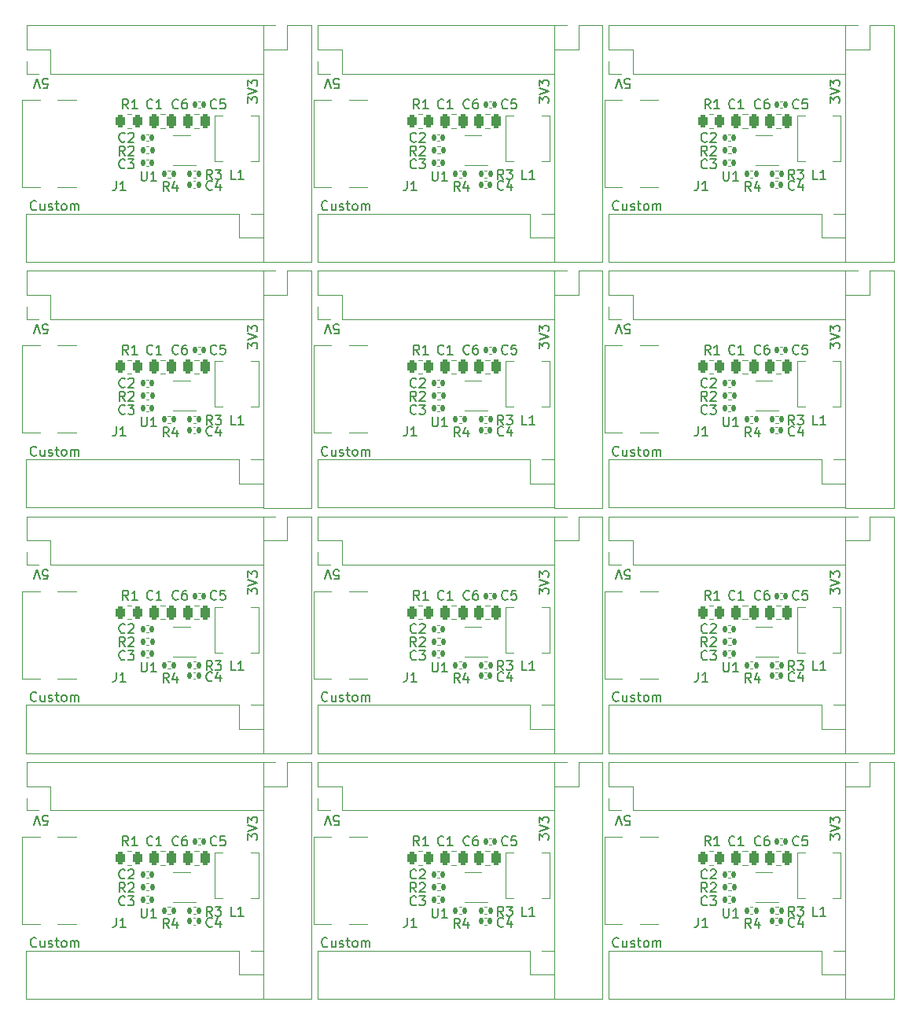
<source format=gbr>
%TF.GenerationSoftware,KiCad,Pcbnew,7.0.6*%
%TF.CreationDate,2023-09-22T02:01:45+08:00*%
%TF.ProjectId,power_ex_board_muti,706f7765-725f-4657-985f-626f6172645f,rev?*%
%TF.SameCoordinates,Original*%
%TF.FileFunction,Legend,Top*%
%TF.FilePolarity,Positive*%
%FSLAX46Y46*%
G04 Gerber Fmt 4.6, Leading zero omitted, Abs format (unit mm)*
G04 Created by KiCad (PCBNEW 7.0.6) date 2023-09-22 02:01:45*
%MOMM*%
%LPD*%
G01*
G04 APERTURE LIST*
G04 Aperture macros list*
%AMRoundRect*
0 Rectangle with rounded corners*
0 $1 Rounding radius*
0 $2 $3 $4 $5 $6 $7 $8 $9 X,Y pos of 4 corners*
0 Add a 4 corners polygon primitive as box body*
4,1,4,$2,$3,$4,$5,$6,$7,$8,$9,$2,$3,0*
0 Add four circle primitives for the rounded corners*
1,1,$1+$1,$2,$3*
1,1,$1+$1,$4,$5*
1,1,$1+$1,$6,$7*
1,1,$1+$1,$8,$9*
0 Add four rect primitives between the rounded corners*
20,1,$1+$1,$2,$3,$4,$5,0*
20,1,$1+$1,$4,$5,$6,$7,0*
20,1,$1+$1,$6,$7,$8,$9,0*
20,1,$1+$1,$8,$9,$2,$3,0*%
G04 Aperture macros list end*
%ADD10C,0.152400*%
%ADD11C,0.120000*%
%ADD12R,1.560000X0.650000*%
%ADD13RoundRect,0.250000X-0.262500X-0.450000X0.262500X-0.450000X0.262500X0.450000X-0.262500X0.450000X0*%
%ADD14R,1.700000X1.700000*%
%ADD15O,1.700000X1.700000*%
%ADD16RoundRect,0.140000X0.140000X0.170000X-0.140000X0.170000X-0.140000X-0.170000X0.140000X-0.170000X0*%
%ADD17RoundRect,0.140000X-0.140000X-0.170000X0.140000X-0.170000X0.140000X0.170000X-0.140000X0.170000X0*%
%ADD18RoundRect,0.250000X-0.250000X-0.475000X0.250000X-0.475000X0.250000X0.475000X-0.250000X0.475000X0*%
%ADD19R,2.500000X1.500000*%
%ADD20RoundRect,0.135000X0.135000X0.185000X-0.135000X0.185000X-0.135000X-0.185000X0.135000X-0.185000X0*%
%ADD21RoundRect,0.250000X0.250000X0.475000X-0.250000X0.475000X-0.250000X-0.475000X0.250000X-0.475000X0*%
%ADD22RoundRect,0.135000X-0.135000X-0.185000X0.135000X-0.185000X0.135000X0.185000X-0.135000X0.185000X0*%
%ADD23C,0.650000*%
%ADD24R,1.450000X0.600000*%
%ADD25R,1.450000X0.300000*%
%ADD26O,2.100000X1.000000*%
%ADD27O,1.600000X1.000000*%
G04 APERTURE END LIST*
D10*
X43879104Y-16210095D02*
X43879104Y-17032572D01*
X43879104Y-17032572D02*
X43927485Y-17129334D01*
X43927485Y-17129334D02*
X43975866Y-17177715D01*
X43975866Y-17177715D02*
X44072628Y-17226095D01*
X44072628Y-17226095D02*
X44266152Y-17226095D01*
X44266152Y-17226095D02*
X44362914Y-17177715D01*
X44362914Y-17177715D02*
X44411295Y-17129334D01*
X44411295Y-17129334D02*
X44459676Y-17032572D01*
X44459676Y-17032572D02*
X44459676Y-16210095D01*
X45475676Y-17226095D02*
X44895104Y-17226095D01*
X45185390Y-17226095D02*
X45185390Y-16210095D01*
X45185390Y-16210095D02*
X45088628Y-16355238D01*
X45088628Y-16355238D02*
X44991866Y-16452000D01*
X44991866Y-16452000D02*
X44895104Y-16500381D01*
X11133667Y-35920495D02*
X10795000Y-35436686D01*
X10553095Y-35920495D02*
X10553095Y-34904495D01*
X10553095Y-34904495D02*
X10940143Y-34904495D01*
X10940143Y-34904495D02*
X11036905Y-34952876D01*
X11036905Y-34952876D02*
X11085286Y-35001257D01*
X11085286Y-35001257D02*
X11133667Y-35098019D01*
X11133667Y-35098019D02*
X11133667Y-35243162D01*
X11133667Y-35243162D02*
X11085286Y-35339924D01*
X11085286Y-35339924D02*
X11036905Y-35388305D01*
X11036905Y-35388305D02*
X10940143Y-35436686D01*
X10940143Y-35436686D02*
X10553095Y-35436686D01*
X12101286Y-35920495D02*
X11520714Y-35920495D01*
X11811000Y-35920495D02*
X11811000Y-34904495D01*
X11811000Y-34904495D02*
X11714238Y-35049638D01*
X11714238Y-35049638D02*
X11617476Y-35146400D01*
X11617476Y-35146400D02*
X11520714Y-35194781D01*
X1242181Y-73187134D02*
X1193800Y-73235515D01*
X1193800Y-73235515D02*
X1048657Y-73283895D01*
X1048657Y-73283895D02*
X951895Y-73283895D01*
X951895Y-73283895D02*
X806752Y-73235515D01*
X806752Y-73235515D02*
X709990Y-73138753D01*
X709990Y-73138753D02*
X661609Y-73041991D01*
X661609Y-73041991D02*
X613228Y-72848467D01*
X613228Y-72848467D02*
X613228Y-72703324D01*
X613228Y-72703324D02*
X661609Y-72509800D01*
X661609Y-72509800D02*
X709990Y-72413038D01*
X709990Y-72413038D02*
X806752Y-72316276D01*
X806752Y-72316276D02*
X951895Y-72267895D01*
X951895Y-72267895D02*
X1048657Y-72267895D01*
X1048657Y-72267895D02*
X1193800Y-72316276D01*
X1193800Y-72316276D02*
X1242181Y-72364657D01*
X2113038Y-72606562D02*
X2113038Y-73283895D01*
X1677609Y-72606562D02*
X1677609Y-73138753D01*
X1677609Y-73138753D02*
X1725990Y-73235515D01*
X1725990Y-73235515D02*
X1822752Y-73283895D01*
X1822752Y-73283895D02*
X1967895Y-73283895D01*
X1967895Y-73283895D02*
X2064657Y-73235515D01*
X2064657Y-73235515D02*
X2113038Y-73187134D01*
X2548466Y-73235515D02*
X2645228Y-73283895D01*
X2645228Y-73283895D02*
X2838752Y-73283895D01*
X2838752Y-73283895D02*
X2935514Y-73235515D01*
X2935514Y-73235515D02*
X2983895Y-73138753D01*
X2983895Y-73138753D02*
X2983895Y-73090372D01*
X2983895Y-73090372D02*
X2935514Y-72993610D01*
X2935514Y-72993610D02*
X2838752Y-72945229D01*
X2838752Y-72945229D02*
X2693609Y-72945229D01*
X2693609Y-72945229D02*
X2596847Y-72896848D01*
X2596847Y-72896848D02*
X2548466Y-72800086D01*
X2548466Y-72800086D02*
X2548466Y-72751705D01*
X2548466Y-72751705D02*
X2596847Y-72654943D01*
X2596847Y-72654943D02*
X2693609Y-72606562D01*
X2693609Y-72606562D02*
X2838752Y-72606562D01*
X2838752Y-72606562D02*
X2935514Y-72654943D01*
X3274180Y-72606562D02*
X3661228Y-72606562D01*
X3419323Y-72267895D02*
X3419323Y-73138753D01*
X3419323Y-73138753D02*
X3467704Y-73235515D01*
X3467704Y-73235515D02*
X3564466Y-73283895D01*
X3564466Y-73283895D02*
X3661228Y-73283895D01*
X4145037Y-73283895D02*
X4048275Y-73235515D01*
X4048275Y-73235515D02*
X3999894Y-73187134D01*
X3999894Y-73187134D02*
X3951513Y-73090372D01*
X3951513Y-73090372D02*
X3951513Y-72800086D01*
X3951513Y-72800086D02*
X3999894Y-72703324D01*
X3999894Y-72703324D02*
X4048275Y-72654943D01*
X4048275Y-72654943D02*
X4145037Y-72606562D01*
X4145037Y-72606562D02*
X4290180Y-72606562D01*
X4290180Y-72606562D02*
X4386942Y-72654943D01*
X4386942Y-72654943D02*
X4435323Y-72703324D01*
X4435323Y-72703324D02*
X4483704Y-72800086D01*
X4483704Y-72800086D02*
X4483704Y-73090372D01*
X4483704Y-73090372D02*
X4435323Y-73187134D01*
X4435323Y-73187134D02*
X4386942Y-73235515D01*
X4386942Y-73235515D02*
X4290180Y-73283895D01*
X4290180Y-73283895D02*
X4145037Y-73283895D01*
X4919132Y-73283895D02*
X4919132Y-72606562D01*
X4919132Y-72703324D02*
X4967513Y-72654943D01*
X4967513Y-72654943D02*
X5064275Y-72606562D01*
X5064275Y-72606562D02*
X5209418Y-72606562D01*
X5209418Y-72606562D02*
X5306180Y-72654943D01*
X5306180Y-72654943D02*
X5354561Y-72751705D01*
X5354561Y-72751705D02*
X5354561Y-73283895D01*
X5354561Y-72751705D02*
X5402942Y-72654943D01*
X5402942Y-72654943D02*
X5499704Y-72606562D01*
X5499704Y-72606562D02*
X5644847Y-72606562D01*
X5644847Y-72606562D02*
X5741608Y-72654943D01*
X5741608Y-72654943D02*
X5789989Y-72751705D01*
X5789989Y-72751705D02*
X5789989Y-73283895D01*
X20633267Y-35823734D02*
X20584886Y-35872115D01*
X20584886Y-35872115D02*
X20439743Y-35920495D01*
X20439743Y-35920495D02*
X20342981Y-35920495D01*
X20342981Y-35920495D02*
X20197838Y-35872115D01*
X20197838Y-35872115D02*
X20101076Y-35775353D01*
X20101076Y-35775353D02*
X20052695Y-35678591D01*
X20052695Y-35678591D02*
X20004314Y-35485067D01*
X20004314Y-35485067D02*
X20004314Y-35339924D01*
X20004314Y-35339924D02*
X20052695Y-35146400D01*
X20052695Y-35146400D02*
X20101076Y-35049638D01*
X20101076Y-35049638D02*
X20197838Y-34952876D01*
X20197838Y-34952876D02*
X20342981Y-34904495D01*
X20342981Y-34904495D02*
X20439743Y-34904495D01*
X20439743Y-34904495D02*
X20584886Y-34952876D01*
X20584886Y-34952876D02*
X20633267Y-35001257D01*
X21552505Y-34904495D02*
X21068695Y-34904495D01*
X21068695Y-34904495D02*
X21020314Y-35388305D01*
X21020314Y-35388305D02*
X21068695Y-35339924D01*
X21068695Y-35339924D02*
X21165457Y-35291543D01*
X21165457Y-35291543D02*
X21407362Y-35291543D01*
X21407362Y-35291543D02*
X21504124Y-35339924D01*
X21504124Y-35339924D02*
X21552505Y-35388305D01*
X21552505Y-35388305D02*
X21600886Y-35485067D01*
X21600886Y-35485067D02*
X21600886Y-35726972D01*
X21600886Y-35726972D02*
X21552505Y-35823734D01*
X21552505Y-35823734D02*
X21504124Y-35872115D01*
X21504124Y-35872115D02*
X21407362Y-35920495D01*
X21407362Y-35920495D02*
X21165457Y-35920495D01*
X21165457Y-35920495D02*
X21068695Y-35872115D01*
X21068695Y-35872115D02*
X21020314Y-35823734D01*
X75222704Y-95534295D02*
X75222704Y-96356772D01*
X75222704Y-96356772D02*
X75271085Y-96453534D01*
X75271085Y-96453534D02*
X75319466Y-96501915D01*
X75319466Y-96501915D02*
X75416228Y-96550295D01*
X75416228Y-96550295D02*
X75609752Y-96550295D01*
X75609752Y-96550295D02*
X75706514Y-96501915D01*
X75706514Y-96501915D02*
X75754895Y-96453534D01*
X75754895Y-96453534D02*
X75803276Y-96356772D01*
X75803276Y-96356772D02*
X75803276Y-95534295D01*
X76819276Y-96550295D02*
X76238704Y-96550295D01*
X76528990Y-96550295D02*
X76528990Y-95534295D01*
X76528990Y-95534295D02*
X76432228Y-95679438D01*
X76432228Y-95679438D02*
X76335466Y-95776200D01*
X76335466Y-95776200D02*
X76238704Y-95824581D01*
X82863267Y-44586734D02*
X82814886Y-44635115D01*
X82814886Y-44635115D02*
X82669743Y-44683495D01*
X82669743Y-44683495D02*
X82572981Y-44683495D01*
X82572981Y-44683495D02*
X82427838Y-44635115D01*
X82427838Y-44635115D02*
X82331076Y-44538353D01*
X82331076Y-44538353D02*
X82282695Y-44441591D01*
X82282695Y-44441591D02*
X82234314Y-44248067D01*
X82234314Y-44248067D02*
X82234314Y-44102924D01*
X82234314Y-44102924D02*
X82282695Y-43909400D01*
X82282695Y-43909400D02*
X82331076Y-43812638D01*
X82331076Y-43812638D02*
X82427838Y-43715876D01*
X82427838Y-43715876D02*
X82572981Y-43667495D01*
X82572981Y-43667495D02*
X82669743Y-43667495D01*
X82669743Y-43667495D02*
X82814886Y-43715876D01*
X82814886Y-43715876D02*
X82863267Y-43764257D01*
X83734124Y-44006162D02*
X83734124Y-44683495D01*
X83492219Y-43619115D02*
X83250314Y-44344829D01*
X83250314Y-44344829D02*
X83879267Y-44344829D01*
X73465267Y-15833934D02*
X73416886Y-15882315D01*
X73416886Y-15882315D02*
X73271743Y-15930695D01*
X73271743Y-15930695D02*
X73174981Y-15930695D01*
X73174981Y-15930695D02*
X73029838Y-15882315D01*
X73029838Y-15882315D02*
X72933076Y-15785553D01*
X72933076Y-15785553D02*
X72884695Y-15688791D01*
X72884695Y-15688791D02*
X72836314Y-15495267D01*
X72836314Y-15495267D02*
X72836314Y-15350124D01*
X72836314Y-15350124D02*
X72884695Y-15156600D01*
X72884695Y-15156600D02*
X72933076Y-15059838D01*
X72933076Y-15059838D02*
X73029838Y-14963076D01*
X73029838Y-14963076D02*
X73174981Y-14914695D01*
X73174981Y-14914695D02*
X73271743Y-14914695D01*
X73271743Y-14914695D02*
X73416886Y-14963076D01*
X73416886Y-14963076D02*
X73465267Y-15011457D01*
X73803933Y-14914695D02*
X74432886Y-14914695D01*
X74432886Y-14914695D02*
X74094219Y-15301743D01*
X74094219Y-15301743D02*
X74239362Y-15301743D01*
X74239362Y-15301743D02*
X74336124Y-15350124D01*
X74336124Y-15350124D02*
X74384505Y-15398505D01*
X74384505Y-15398505D02*
X74432886Y-15495267D01*
X74432886Y-15495267D02*
X74432886Y-15737172D01*
X74432886Y-15737172D02*
X74384505Y-15833934D01*
X74384505Y-15833934D02*
X74336124Y-15882315D01*
X74336124Y-15882315D02*
X74239362Y-15930695D01*
X74239362Y-15930695D02*
X73949076Y-15930695D01*
X73949076Y-15930695D02*
X73852314Y-15882315D01*
X73852314Y-15882315D02*
X73803933Y-15833934D01*
X20176067Y-18145334D02*
X20127686Y-18193715D01*
X20127686Y-18193715D02*
X19982543Y-18242095D01*
X19982543Y-18242095D02*
X19885781Y-18242095D01*
X19885781Y-18242095D02*
X19740638Y-18193715D01*
X19740638Y-18193715D02*
X19643876Y-18096953D01*
X19643876Y-18096953D02*
X19595495Y-18000191D01*
X19595495Y-18000191D02*
X19547114Y-17806667D01*
X19547114Y-17806667D02*
X19547114Y-17661524D01*
X19547114Y-17661524D02*
X19595495Y-17468000D01*
X19595495Y-17468000D02*
X19643876Y-17371238D01*
X19643876Y-17371238D02*
X19740638Y-17274476D01*
X19740638Y-17274476D02*
X19885781Y-17226095D01*
X19885781Y-17226095D02*
X19982543Y-17226095D01*
X19982543Y-17226095D02*
X20127686Y-17274476D01*
X20127686Y-17274476D02*
X20176067Y-17322857D01*
X21046924Y-17564762D02*
X21046924Y-18242095D01*
X20805019Y-17177715D02*
X20563114Y-17903429D01*
X20563114Y-17903429D02*
X21192067Y-17903429D01*
X13749867Y-35823734D02*
X13701486Y-35872115D01*
X13701486Y-35872115D02*
X13556343Y-35920495D01*
X13556343Y-35920495D02*
X13459581Y-35920495D01*
X13459581Y-35920495D02*
X13314438Y-35872115D01*
X13314438Y-35872115D02*
X13217676Y-35775353D01*
X13217676Y-35775353D02*
X13169295Y-35678591D01*
X13169295Y-35678591D02*
X13120914Y-35485067D01*
X13120914Y-35485067D02*
X13120914Y-35339924D01*
X13120914Y-35339924D02*
X13169295Y-35146400D01*
X13169295Y-35146400D02*
X13217676Y-35049638D01*
X13217676Y-35049638D02*
X13314438Y-34952876D01*
X13314438Y-34952876D02*
X13459581Y-34904495D01*
X13459581Y-34904495D02*
X13556343Y-34904495D01*
X13556343Y-34904495D02*
X13701486Y-34952876D01*
X13701486Y-34952876D02*
X13749867Y-35001257D01*
X14717486Y-35920495D02*
X14136914Y-35920495D01*
X14427200Y-35920495D02*
X14427200Y-34904495D01*
X14427200Y-34904495D02*
X14330438Y-35049638D01*
X14330438Y-35049638D02*
X14233676Y-35146400D01*
X14233676Y-35146400D02*
X14136914Y-35194781D01*
X33289723Y-86558304D02*
X33773533Y-86558304D01*
X33773533Y-86558304D02*
X33821914Y-86074494D01*
X33821914Y-86074494D02*
X33773533Y-86122875D01*
X33773533Y-86122875D02*
X33676771Y-86171256D01*
X33676771Y-86171256D02*
X33434866Y-86171256D01*
X33434866Y-86171256D02*
X33338104Y-86122875D01*
X33338104Y-86122875D02*
X33289723Y-86074494D01*
X33289723Y-86074494D02*
X33241342Y-85977732D01*
X33241342Y-85977732D02*
X33241342Y-85735827D01*
X33241342Y-85735827D02*
X33289723Y-85639065D01*
X33289723Y-85639065D02*
X33338104Y-85590685D01*
X33338104Y-85590685D02*
X33434866Y-85542304D01*
X33434866Y-85542304D02*
X33676771Y-85542304D01*
X33676771Y-85542304D02*
X33773533Y-85590685D01*
X33773533Y-85590685D02*
X33821914Y-85639065D01*
X32951057Y-86558304D02*
X32612390Y-85542304D01*
X32612390Y-85542304D02*
X32273723Y-86558304D01*
X51976867Y-88706534D02*
X51928486Y-88754915D01*
X51928486Y-88754915D02*
X51783343Y-88803295D01*
X51783343Y-88803295D02*
X51686581Y-88803295D01*
X51686581Y-88803295D02*
X51541438Y-88754915D01*
X51541438Y-88754915D02*
X51444676Y-88658153D01*
X51444676Y-88658153D02*
X51396295Y-88561391D01*
X51396295Y-88561391D02*
X51347914Y-88367867D01*
X51347914Y-88367867D02*
X51347914Y-88222724D01*
X51347914Y-88222724D02*
X51396295Y-88029200D01*
X51396295Y-88029200D02*
X51444676Y-87932438D01*
X51444676Y-87932438D02*
X51541438Y-87835676D01*
X51541438Y-87835676D02*
X51686581Y-87787295D01*
X51686581Y-87787295D02*
X51783343Y-87787295D01*
X51783343Y-87787295D02*
X51928486Y-87835676D01*
X51928486Y-87835676D02*
X51976867Y-87884057D01*
X52896105Y-87787295D02*
X52412295Y-87787295D01*
X52412295Y-87787295D02*
X52363914Y-88271105D01*
X52363914Y-88271105D02*
X52412295Y-88222724D01*
X52412295Y-88222724D02*
X52509057Y-88174343D01*
X52509057Y-88174343D02*
X52750962Y-88174343D01*
X52750962Y-88174343D02*
X52847724Y-88222724D01*
X52847724Y-88222724D02*
X52896105Y-88271105D01*
X52896105Y-88271105D02*
X52944486Y-88367867D01*
X52944486Y-88367867D02*
X52944486Y-88609772D01*
X52944486Y-88609772D02*
X52896105Y-88706534D01*
X52896105Y-88706534D02*
X52847724Y-88754915D01*
X52847724Y-88754915D02*
X52750962Y-88803295D01*
X52750962Y-88803295D02*
X52509057Y-88803295D01*
X52509057Y-88803295D02*
X52412295Y-88754915D01*
X52412295Y-88754915D02*
X52363914Y-88706534D01*
X12535504Y-69092895D02*
X12535504Y-69915372D01*
X12535504Y-69915372D02*
X12583885Y-70012134D01*
X12583885Y-70012134D02*
X12632266Y-70060515D01*
X12632266Y-70060515D02*
X12729028Y-70108895D01*
X12729028Y-70108895D02*
X12922552Y-70108895D01*
X12922552Y-70108895D02*
X13019314Y-70060515D01*
X13019314Y-70060515D02*
X13067695Y-70012134D01*
X13067695Y-70012134D02*
X13116076Y-69915372D01*
X13116076Y-69915372D02*
X13116076Y-69092895D01*
X14132076Y-70108895D02*
X13551504Y-70108895D01*
X13841790Y-70108895D02*
X13841790Y-69092895D01*
X13841790Y-69092895D02*
X13745028Y-69238038D01*
X13745028Y-69238038D02*
X13648266Y-69334800D01*
X13648266Y-69334800D02*
X13551504Y-69383181D01*
X55376895Y-8852504D02*
X55376895Y-8223551D01*
X55376895Y-8223551D02*
X55763943Y-8562218D01*
X55763943Y-8562218D02*
X55763943Y-8417075D01*
X55763943Y-8417075D02*
X55812324Y-8320313D01*
X55812324Y-8320313D02*
X55860705Y-8271932D01*
X55860705Y-8271932D02*
X55957467Y-8223551D01*
X55957467Y-8223551D02*
X56199372Y-8223551D01*
X56199372Y-8223551D02*
X56296134Y-8271932D01*
X56296134Y-8271932D02*
X56344515Y-8320313D01*
X56344515Y-8320313D02*
X56392895Y-8417075D01*
X56392895Y-8417075D02*
X56392895Y-8707361D01*
X56392895Y-8707361D02*
X56344515Y-8804123D01*
X56344515Y-8804123D02*
X56296134Y-8852504D01*
X55376895Y-7933266D02*
X56392895Y-7594599D01*
X56392895Y-7594599D02*
X55376895Y-7255932D01*
X55376895Y-7014028D02*
X55376895Y-6385075D01*
X55376895Y-6385075D02*
X55763943Y-6723742D01*
X55763943Y-6723742D02*
X55763943Y-6578599D01*
X55763943Y-6578599D02*
X55812324Y-6481837D01*
X55812324Y-6481837D02*
X55860705Y-6433456D01*
X55860705Y-6433456D02*
X55957467Y-6385075D01*
X55957467Y-6385075D02*
X56199372Y-6385075D01*
X56199372Y-6385075D02*
X56296134Y-6433456D01*
X56296134Y-6433456D02*
X56344515Y-6481837D01*
X56344515Y-6481837D02*
X56392895Y-6578599D01*
X56392895Y-6578599D02*
X56392895Y-6868885D01*
X56392895Y-6868885D02*
X56344515Y-6965647D01*
X56344515Y-6965647D02*
X56296134Y-7014028D01*
X54034267Y-17048295D02*
X53550457Y-17048295D01*
X53550457Y-17048295D02*
X53550457Y-16032295D01*
X54905124Y-17048295D02*
X54324552Y-17048295D01*
X54614838Y-17048295D02*
X54614838Y-16032295D01*
X54614838Y-16032295D02*
X54518076Y-16177438D01*
X54518076Y-16177438D02*
X54421314Y-16274200D01*
X54421314Y-16274200D02*
X54324552Y-16322581D01*
X86720495Y-88176704D02*
X86720495Y-87547751D01*
X86720495Y-87547751D02*
X87107543Y-87886418D01*
X87107543Y-87886418D02*
X87107543Y-87741275D01*
X87107543Y-87741275D02*
X87155924Y-87644513D01*
X87155924Y-87644513D02*
X87204305Y-87596132D01*
X87204305Y-87596132D02*
X87301067Y-87547751D01*
X87301067Y-87547751D02*
X87542972Y-87547751D01*
X87542972Y-87547751D02*
X87639734Y-87596132D01*
X87639734Y-87596132D02*
X87688115Y-87644513D01*
X87688115Y-87644513D02*
X87736495Y-87741275D01*
X87736495Y-87741275D02*
X87736495Y-88031561D01*
X87736495Y-88031561D02*
X87688115Y-88128323D01*
X87688115Y-88128323D02*
X87639734Y-88176704D01*
X86720495Y-87257466D02*
X87736495Y-86918799D01*
X87736495Y-86918799D02*
X86720495Y-86580132D01*
X86720495Y-86338228D02*
X86720495Y-85709275D01*
X86720495Y-85709275D02*
X87107543Y-86047942D01*
X87107543Y-86047942D02*
X87107543Y-85902799D01*
X87107543Y-85902799D02*
X87155924Y-85806037D01*
X87155924Y-85806037D02*
X87204305Y-85757656D01*
X87204305Y-85757656D02*
X87301067Y-85709275D01*
X87301067Y-85709275D02*
X87542972Y-85709275D01*
X87542972Y-85709275D02*
X87639734Y-85757656D01*
X87639734Y-85757656D02*
X87688115Y-85806037D01*
X87688115Y-85806037D02*
X87736495Y-85902799D01*
X87736495Y-85902799D02*
X87736495Y-86193085D01*
X87736495Y-86193085D02*
X87688115Y-86289847D01*
X87688115Y-86289847D02*
X87639734Y-86338228D01*
X46846067Y-18343695D02*
X46507400Y-17859886D01*
X46265495Y-18343695D02*
X46265495Y-17327695D01*
X46265495Y-17327695D02*
X46652543Y-17327695D01*
X46652543Y-17327695D02*
X46749305Y-17376076D01*
X46749305Y-17376076D02*
X46797686Y-17424457D01*
X46797686Y-17424457D02*
X46846067Y-17521219D01*
X46846067Y-17521219D02*
X46846067Y-17666362D01*
X46846067Y-17666362D02*
X46797686Y-17763124D01*
X46797686Y-17763124D02*
X46749305Y-17811505D01*
X46749305Y-17811505D02*
X46652543Y-17859886D01*
X46652543Y-17859886D02*
X46265495Y-17859886D01*
X47716924Y-17666362D02*
X47716924Y-18343695D01*
X47475019Y-17279315D02*
X47233114Y-18005029D01*
X47233114Y-18005029D02*
X47862067Y-18005029D01*
X64633323Y-7234104D02*
X65117133Y-7234104D01*
X65117133Y-7234104D02*
X65165514Y-6750294D01*
X65165514Y-6750294D02*
X65117133Y-6798675D01*
X65117133Y-6798675D02*
X65020371Y-6847056D01*
X65020371Y-6847056D02*
X64778466Y-6847056D01*
X64778466Y-6847056D02*
X64681704Y-6798675D01*
X64681704Y-6798675D02*
X64633323Y-6750294D01*
X64633323Y-6750294D02*
X64584942Y-6653532D01*
X64584942Y-6653532D02*
X64584942Y-6411627D01*
X64584942Y-6411627D02*
X64633323Y-6314865D01*
X64633323Y-6314865D02*
X64681704Y-6266485D01*
X64681704Y-6266485D02*
X64778466Y-6218104D01*
X64778466Y-6218104D02*
X65020371Y-6218104D01*
X65020371Y-6218104D02*
X65117133Y-6266485D01*
X65117133Y-6266485D02*
X65165514Y-6314865D01*
X64294657Y-7234104D02*
X63955990Y-6218104D01*
X63955990Y-6218104D02*
X63617323Y-7234104D01*
X16518467Y-35823734D02*
X16470086Y-35872115D01*
X16470086Y-35872115D02*
X16324943Y-35920495D01*
X16324943Y-35920495D02*
X16228181Y-35920495D01*
X16228181Y-35920495D02*
X16083038Y-35872115D01*
X16083038Y-35872115D02*
X15986276Y-35775353D01*
X15986276Y-35775353D02*
X15937895Y-35678591D01*
X15937895Y-35678591D02*
X15889514Y-35485067D01*
X15889514Y-35485067D02*
X15889514Y-35339924D01*
X15889514Y-35339924D02*
X15937895Y-35146400D01*
X15937895Y-35146400D02*
X15986276Y-35049638D01*
X15986276Y-35049638D02*
X16083038Y-34952876D01*
X16083038Y-34952876D02*
X16228181Y-34904495D01*
X16228181Y-34904495D02*
X16324943Y-34904495D01*
X16324943Y-34904495D02*
X16470086Y-34952876D01*
X16470086Y-34952876D02*
X16518467Y-35001257D01*
X17389324Y-34904495D02*
X17195800Y-34904495D01*
X17195800Y-34904495D02*
X17099038Y-34952876D01*
X17099038Y-34952876D02*
X17050657Y-35001257D01*
X17050657Y-35001257D02*
X16953895Y-35146400D01*
X16953895Y-35146400D02*
X16905514Y-35339924D01*
X16905514Y-35339924D02*
X16905514Y-35726972D01*
X16905514Y-35726972D02*
X16953895Y-35823734D01*
X16953895Y-35823734D02*
X17002276Y-35872115D01*
X17002276Y-35872115D02*
X17099038Y-35920495D01*
X17099038Y-35920495D02*
X17292562Y-35920495D01*
X17292562Y-35920495D02*
X17389324Y-35872115D01*
X17389324Y-35872115D02*
X17437705Y-35823734D01*
X17437705Y-35823734D02*
X17486086Y-35726972D01*
X17486086Y-35726972D02*
X17486086Y-35485067D01*
X17486086Y-35485067D02*
X17437705Y-35388305D01*
X17437705Y-35388305D02*
X17389324Y-35339924D01*
X17389324Y-35339924D02*
X17292562Y-35291543D01*
X17292562Y-35291543D02*
X17099038Y-35291543D01*
X17099038Y-35291543D02*
X17002276Y-35339924D01*
X17002276Y-35339924D02*
X16953895Y-35388305D01*
X16953895Y-35388305D02*
X16905514Y-35485067D01*
X45093467Y-35823734D02*
X45045086Y-35872115D01*
X45045086Y-35872115D02*
X44899943Y-35920495D01*
X44899943Y-35920495D02*
X44803181Y-35920495D01*
X44803181Y-35920495D02*
X44658038Y-35872115D01*
X44658038Y-35872115D02*
X44561276Y-35775353D01*
X44561276Y-35775353D02*
X44512895Y-35678591D01*
X44512895Y-35678591D02*
X44464514Y-35485067D01*
X44464514Y-35485067D02*
X44464514Y-35339924D01*
X44464514Y-35339924D02*
X44512895Y-35146400D01*
X44512895Y-35146400D02*
X44561276Y-35049638D01*
X44561276Y-35049638D02*
X44658038Y-34952876D01*
X44658038Y-34952876D02*
X44803181Y-34904495D01*
X44803181Y-34904495D02*
X44899943Y-34904495D01*
X44899943Y-34904495D02*
X45045086Y-34952876D01*
X45045086Y-34952876D02*
X45093467Y-35001257D01*
X46061086Y-35920495D02*
X45480514Y-35920495D01*
X45770800Y-35920495D02*
X45770800Y-34904495D01*
X45770800Y-34904495D02*
X45674038Y-35049638D01*
X45674038Y-35049638D02*
X45577276Y-35146400D01*
X45577276Y-35146400D02*
X45480514Y-35194781D01*
X76437067Y-9382334D02*
X76388686Y-9430715D01*
X76388686Y-9430715D02*
X76243543Y-9479095D01*
X76243543Y-9479095D02*
X76146781Y-9479095D01*
X76146781Y-9479095D02*
X76001638Y-9430715D01*
X76001638Y-9430715D02*
X75904876Y-9333953D01*
X75904876Y-9333953D02*
X75856495Y-9237191D01*
X75856495Y-9237191D02*
X75808114Y-9043667D01*
X75808114Y-9043667D02*
X75808114Y-8898524D01*
X75808114Y-8898524D02*
X75856495Y-8705000D01*
X75856495Y-8705000D02*
X75904876Y-8608238D01*
X75904876Y-8608238D02*
X76001638Y-8511476D01*
X76001638Y-8511476D02*
X76146781Y-8463095D01*
X76146781Y-8463095D02*
X76243543Y-8463095D01*
X76243543Y-8463095D02*
X76388686Y-8511476D01*
X76388686Y-8511476D02*
X76437067Y-8559857D01*
X77404686Y-9479095D02*
X76824114Y-9479095D01*
X77114400Y-9479095D02*
X77114400Y-8463095D01*
X77114400Y-8463095D02*
X77017638Y-8608238D01*
X77017638Y-8608238D02*
X76920876Y-8705000D01*
X76920876Y-8705000D02*
X76824114Y-8753381D01*
X16518467Y-9382334D02*
X16470086Y-9430715D01*
X16470086Y-9430715D02*
X16324943Y-9479095D01*
X16324943Y-9479095D02*
X16228181Y-9479095D01*
X16228181Y-9479095D02*
X16083038Y-9430715D01*
X16083038Y-9430715D02*
X15986276Y-9333953D01*
X15986276Y-9333953D02*
X15937895Y-9237191D01*
X15937895Y-9237191D02*
X15889514Y-9043667D01*
X15889514Y-9043667D02*
X15889514Y-8898524D01*
X15889514Y-8898524D02*
X15937895Y-8705000D01*
X15937895Y-8705000D02*
X15986276Y-8608238D01*
X15986276Y-8608238D02*
X16083038Y-8511476D01*
X16083038Y-8511476D02*
X16228181Y-8463095D01*
X16228181Y-8463095D02*
X16324943Y-8463095D01*
X16324943Y-8463095D02*
X16470086Y-8511476D01*
X16470086Y-8511476D02*
X16518467Y-8559857D01*
X17389324Y-8463095D02*
X17195800Y-8463095D01*
X17195800Y-8463095D02*
X17099038Y-8511476D01*
X17099038Y-8511476D02*
X17050657Y-8559857D01*
X17050657Y-8559857D02*
X16953895Y-8705000D01*
X16953895Y-8705000D02*
X16905514Y-8898524D01*
X16905514Y-8898524D02*
X16905514Y-9285572D01*
X16905514Y-9285572D02*
X16953895Y-9382334D01*
X16953895Y-9382334D02*
X17002276Y-9430715D01*
X17002276Y-9430715D02*
X17099038Y-9479095D01*
X17099038Y-9479095D02*
X17292562Y-9479095D01*
X17292562Y-9479095D02*
X17389324Y-9430715D01*
X17389324Y-9430715D02*
X17437705Y-9382334D01*
X17437705Y-9382334D02*
X17486086Y-9285572D01*
X17486086Y-9285572D02*
X17486086Y-9043667D01*
X17486086Y-9043667D02*
X17437705Y-8946905D01*
X17437705Y-8946905D02*
X17389324Y-8898524D01*
X17389324Y-8898524D02*
X17292562Y-8850143D01*
X17292562Y-8850143D02*
X17099038Y-8850143D01*
X17099038Y-8850143D02*
X17002276Y-8898524D01*
X17002276Y-8898524D02*
X16953895Y-8946905D01*
X16953895Y-8946905D02*
X16905514Y-9043667D01*
X15502467Y-71226495D02*
X15163800Y-70742686D01*
X14921895Y-71226495D02*
X14921895Y-70210495D01*
X14921895Y-70210495D02*
X15308943Y-70210495D01*
X15308943Y-70210495D02*
X15405705Y-70258876D01*
X15405705Y-70258876D02*
X15454086Y-70307257D01*
X15454086Y-70307257D02*
X15502467Y-70404019D01*
X15502467Y-70404019D02*
X15502467Y-70549162D01*
X15502467Y-70549162D02*
X15454086Y-70645924D01*
X15454086Y-70645924D02*
X15405705Y-70694305D01*
X15405705Y-70694305D02*
X15308943Y-70742686D01*
X15308943Y-70742686D02*
X14921895Y-70742686D01*
X16373324Y-70549162D02*
X16373324Y-71226495D01*
X16131419Y-70162115D02*
X15889514Y-70887829D01*
X15889514Y-70887829D02*
X16518467Y-70887829D01*
X51519667Y-17048295D02*
X51181000Y-16564486D01*
X50939095Y-17048295D02*
X50939095Y-16032295D01*
X50939095Y-16032295D02*
X51326143Y-16032295D01*
X51326143Y-16032295D02*
X51422905Y-16080676D01*
X51422905Y-16080676D02*
X51471286Y-16129057D01*
X51471286Y-16129057D02*
X51519667Y-16225819D01*
X51519667Y-16225819D02*
X51519667Y-16370962D01*
X51519667Y-16370962D02*
X51471286Y-16467724D01*
X51471286Y-16467724D02*
X51422905Y-16516105D01*
X51422905Y-16516105D02*
X51326143Y-16564486D01*
X51326143Y-16564486D02*
X50939095Y-16564486D01*
X51858333Y-16032295D02*
X52487286Y-16032295D01*
X52487286Y-16032295D02*
X52148619Y-16419343D01*
X52148619Y-16419343D02*
X52293762Y-16419343D01*
X52293762Y-16419343D02*
X52390524Y-16467724D01*
X52390524Y-16467724D02*
X52438905Y-16516105D01*
X52438905Y-16516105D02*
X52487286Y-16612867D01*
X52487286Y-16612867D02*
X52487286Y-16854772D01*
X52487286Y-16854772D02*
X52438905Y-16951534D01*
X52438905Y-16951534D02*
X52390524Y-16999915D01*
X52390524Y-16999915D02*
X52293762Y-17048295D01*
X52293762Y-17048295D02*
X52003476Y-17048295D01*
X52003476Y-17048295D02*
X51906714Y-16999915D01*
X51906714Y-16999915D02*
X51858333Y-16951534D01*
X1946123Y-33675504D02*
X2429933Y-33675504D01*
X2429933Y-33675504D02*
X2478314Y-33191694D01*
X2478314Y-33191694D02*
X2429933Y-33240075D01*
X2429933Y-33240075D02*
X2333171Y-33288456D01*
X2333171Y-33288456D02*
X2091266Y-33288456D01*
X2091266Y-33288456D02*
X1994504Y-33240075D01*
X1994504Y-33240075D02*
X1946123Y-33191694D01*
X1946123Y-33191694D02*
X1897742Y-33094932D01*
X1897742Y-33094932D02*
X1897742Y-32853027D01*
X1897742Y-32853027D02*
X1946123Y-32756265D01*
X1946123Y-32756265D02*
X1994504Y-32707885D01*
X1994504Y-32707885D02*
X2091266Y-32659504D01*
X2091266Y-32659504D02*
X2333171Y-32659504D01*
X2333171Y-32659504D02*
X2429933Y-32707885D01*
X2429933Y-32707885D02*
X2478314Y-32756265D01*
X1607457Y-33675504D02*
X1268790Y-32659504D01*
X1268790Y-32659504D02*
X930123Y-33675504D01*
X51976867Y-9382334D02*
X51928486Y-9430715D01*
X51928486Y-9430715D02*
X51783343Y-9479095D01*
X51783343Y-9479095D02*
X51686581Y-9479095D01*
X51686581Y-9479095D02*
X51541438Y-9430715D01*
X51541438Y-9430715D02*
X51444676Y-9333953D01*
X51444676Y-9333953D02*
X51396295Y-9237191D01*
X51396295Y-9237191D02*
X51347914Y-9043667D01*
X51347914Y-9043667D02*
X51347914Y-8898524D01*
X51347914Y-8898524D02*
X51396295Y-8705000D01*
X51396295Y-8705000D02*
X51444676Y-8608238D01*
X51444676Y-8608238D02*
X51541438Y-8511476D01*
X51541438Y-8511476D02*
X51686581Y-8463095D01*
X51686581Y-8463095D02*
X51783343Y-8463095D01*
X51783343Y-8463095D02*
X51928486Y-8511476D01*
X51928486Y-8511476D02*
X51976867Y-8559857D01*
X52896105Y-8463095D02*
X52412295Y-8463095D01*
X52412295Y-8463095D02*
X52363914Y-8946905D01*
X52363914Y-8946905D02*
X52412295Y-8898524D01*
X52412295Y-8898524D02*
X52509057Y-8850143D01*
X52509057Y-8850143D02*
X52750962Y-8850143D01*
X52750962Y-8850143D02*
X52847724Y-8898524D01*
X52847724Y-8898524D02*
X52896105Y-8946905D01*
X52896105Y-8946905D02*
X52944486Y-9043667D01*
X52944486Y-9043667D02*
X52944486Y-9285572D01*
X52944486Y-9285572D02*
X52896105Y-9382334D01*
X52896105Y-9382334D02*
X52847724Y-9430715D01*
X52847724Y-9430715D02*
X52750962Y-9479095D01*
X52750962Y-9479095D02*
X52509057Y-9479095D01*
X52509057Y-9479095D02*
X52412295Y-9430715D01*
X52412295Y-9430715D02*
X52363914Y-9382334D01*
X42121667Y-67378395D02*
X41783000Y-66894586D01*
X41541095Y-67378395D02*
X41541095Y-66362395D01*
X41541095Y-66362395D02*
X41928143Y-66362395D01*
X41928143Y-66362395D02*
X42024905Y-66410776D01*
X42024905Y-66410776D02*
X42073286Y-66459157D01*
X42073286Y-66459157D02*
X42121667Y-66555919D01*
X42121667Y-66555919D02*
X42121667Y-66701062D01*
X42121667Y-66701062D02*
X42073286Y-66797824D01*
X42073286Y-66797824D02*
X42024905Y-66846205D01*
X42024905Y-66846205D02*
X41928143Y-66894586D01*
X41928143Y-66894586D02*
X41541095Y-66894586D01*
X42508714Y-66459157D02*
X42557095Y-66410776D01*
X42557095Y-66410776D02*
X42653857Y-66362395D01*
X42653857Y-66362395D02*
X42895762Y-66362395D01*
X42895762Y-66362395D02*
X42992524Y-66410776D01*
X42992524Y-66410776D02*
X43040905Y-66459157D01*
X43040905Y-66459157D02*
X43089286Y-66555919D01*
X43089286Y-66555919D02*
X43089286Y-66652681D01*
X43089286Y-66652681D02*
X43040905Y-66797824D01*
X43040905Y-66797824D02*
X42460333Y-67378395D01*
X42460333Y-67378395D02*
X43089286Y-67378395D01*
X43879104Y-69092895D02*
X43879104Y-69915372D01*
X43879104Y-69915372D02*
X43927485Y-70012134D01*
X43927485Y-70012134D02*
X43975866Y-70060515D01*
X43975866Y-70060515D02*
X44072628Y-70108895D01*
X44072628Y-70108895D02*
X44266152Y-70108895D01*
X44266152Y-70108895D02*
X44362914Y-70060515D01*
X44362914Y-70060515D02*
X44411295Y-70012134D01*
X44411295Y-70012134D02*
X44459676Y-69915372D01*
X44459676Y-69915372D02*
X44459676Y-69092895D01*
X45475676Y-70108895D02*
X44895104Y-70108895D01*
X45185390Y-70108895D02*
X45185390Y-69092895D01*
X45185390Y-69092895D02*
X45088628Y-69238038D01*
X45088628Y-69238038D02*
X44991866Y-69334800D01*
X44991866Y-69334800D02*
X44895104Y-69383181D01*
X85377867Y-69931095D02*
X84894057Y-69931095D01*
X84894057Y-69931095D02*
X84894057Y-68915095D01*
X86248724Y-69931095D02*
X85668152Y-69931095D01*
X85958438Y-69931095D02*
X85958438Y-68915095D01*
X85958438Y-68915095D02*
X85861676Y-69060238D01*
X85861676Y-69060238D02*
X85764914Y-69157000D01*
X85764914Y-69157000D02*
X85668152Y-69205381D01*
X42121667Y-15833934D02*
X42073286Y-15882315D01*
X42073286Y-15882315D02*
X41928143Y-15930695D01*
X41928143Y-15930695D02*
X41831381Y-15930695D01*
X41831381Y-15930695D02*
X41686238Y-15882315D01*
X41686238Y-15882315D02*
X41589476Y-15785553D01*
X41589476Y-15785553D02*
X41541095Y-15688791D01*
X41541095Y-15688791D02*
X41492714Y-15495267D01*
X41492714Y-15495267D02*
X41492714Y-15350124D01*
X41492714Y-15350124D02*
X41541095Y-15156600D01*
X41541095Y-15156600D02*
X41589476Y-15059838D01*
X41589476Y-15059838D02*
X41686238Y-14963076D01*
X41686238Y-14963076D02*
X41831381Y-14914695D01*
X41831381Y-14914695D02*
X41928143Y-14914695D01*
X41928143Y-14914695D02*
X42073286Y-14963076D01*
X42073286Y-14963076D02*
X42121667Y-15011457D01*
X42460333Y-14914695D02*
X43089286Y-14914695D01*
X43089286Y-14914695D02*
X42750619Y-15301743D01*
X42750619Y-15301743D02*
X42895762Y-15301743D01*
X42895762Y-15301743D02*
X42992524Y-15350124D01*
X42992524Y-15350124D02*
X43040905Y-15398505D01*
X43040905Y-15398505D02*
X43089286Y-15495267D01*
X43089286Y-15495267D02*
X43089286Y-15737172D01*
X43089286Y-15737172D02*
X43040905Y-15833934D01*
X43040905Y-15833934D02*
X42992524Y-15882315D01*
X42992524Y-15882315D02*
X42895762Y-15930695D01*
X42895762Y-15930695D02*
X42605476Y-15930695D01*
X42605476Y-15930695D02*
X42508714Y-15882315D01*
X42508714Y-15882315D02*
X42460333Y-15833934D01*
X10778067Y-42275334D02*
X10729686Y-42323715D01*
X10729686Y-42323715D02*
X10584543Y-42372095D01*
X10584543Y-42372095D02*
X10487781Y-42372095D01*
X10487781Y-42372095D02*
X10342638Y-42323715D01*
X10342638Y-42323715D02*
X10245876Y-42226953D01*
X10245876Y-42226953D02*
X10197495Y-42130191D01*
X10197495Y-42130191D02*
X10149114Y-41936667D01*
X10149114Y-41936667D02*
X10149114Y-41791524D01*
X10149114Y-41791524D02*
X10197495Y-41598000D01*
X10197495Y-41598000D02*
X10245876Y-41501238D01*
X10245876Y-41501238D02*
X10342638Y-41404476D01*
X10342638Y-41404476D02*
X10487781Y-41356095D01*
X10487781Y-41356095D02*
X10584543Y-41356095D01*
X10584543Y-41356095D02*
X10729686Y-41404476D01*
X10729686Y-41404476D02*
X10778067Y-41452857D01*
X11116733Y-41356095D02*
X11745686Y-41356095D01*
X11745686Y-41356095D02*
X11407019Y-41743143D01*
X11407019Y-41743143D02*
X11552162Y-41743143D01*
X11552162Y-41743143D02*
X11648924Y-41791524D01*
X11648924Y-41791524D02*
X11697305Y-41839905D01*
X11697305Y-41839905D02*
X11745686Y-41936667D01*
X11745686Y-41936667D02*
X11745686Y-42178572D01*
X11745686Y-42178572D02*
X11697305Y-42275334D01*
X11697305Y-42275334D02*
X11648924Y-42323715D01*
X11648924Y-42323715D02*
X11552162Y-42372095D01*
X11552162Y-42372095D02*
X11261876Y-42372095D01*
X11261876Y-42372095D02*
X11165114Y-42323715D01*
X11165114Y-42323715D02*
X11116733Y-42275334D01*
X73465267Y-12963734D02*
X73416886Y-13012115D01*
X73416886Y-13012115D02*
X73271743Y-13060495D01*
X73271743Y-13060495D02*
X73174981Y-13060495D01*
X73174981Y-13060495D02*
X73029838Y-13012115D01*
X73029838Y-13012115D02*
X72933076Y-12915353D01*
X72933076Y-12915353D02*
X72884695Y-12818591D01*
X72884695Y-12818591D02*
X72836314Y-12625067D01*
X72836314Y-12625067D02*
X72836314Y-12479924D01*
X72836314Y-12479924D02*
X72884695Y-12286400D01*
X72884695Y-12286400D02*
X72933076Y-12189638D01*
X72933076Y-12189638D02*
X73029838Y-12092876D01*
X73029838Y-12092876D02*
X73174981Y-12044495D01*
X73174981Y-12044495D02*
X73271743Y-12044495D01*
X73271743Y-12044495D02*
X73416886Y-12092876D01*
X73416886Y-12092876D02*
X73465267Y-12141257D01*
X73852314Y-12141257D02*
X73900695Y-12092876D01*
X73900695Y-12092876D02*
X73997457Y-12044495D01*
X73997457Y-12044495D02*
X74239362Y-12044495D01*
X74239362Y-12044495D02*
X74336124Y-12092876D01*
X74336124Y-12092876D02*
X74384505Y-12141257D01*
X74384505Y-12141257D02*
X74432886Y-12238019D01*
X74432886Y-12238019D02*
X74432886Y-12334781D01*
X74432886Y-12334781D02*
X74384505Y-12479924D01*
X74384505Y-12479924D02*
X73803933Y-13060495D01*
X73803933Y-13060495D02*
X74432886Y-13060495D01*
X10778067Y-93819795D02*
X10439400Y-93335986D01*
X10197495Y-93819795D02*
X10197495Y-92803795D01*
X10197495Y-92803795D02*
X10584543Y-92803795D01*
X10584543Y-92803795D02*
X10681305Y-92852176D01*
X10681305Y-92852176D02*
X10729686Y-92900557D01*
X10729686Y-92900557D02*
X10778067Y-92997319D01*
X10778067Y-92997319D02*
X10778067Y-93142462D01*
X10778067Y-93142462D02*
X10729686Y-93239224D01*
X10729686Y-93239224D02*
X10681305Y-93287605D01*
X10681305Y-93287605D02*
X10584543Y-93335986D01*
X10584543Y-93335986D02*
X10197495Y-93335986D01*
X11165114Y-92900557D02*
X11213495Y-92852176D01*
X11213495Y-92852176D02*
X11310257Y-92803795D01*
X11310257Y-92803795D02*
X11552162Y-92803795D01*
X11552162Y-92803795D02*
X11648924Y-92852176D01*
X11648924Y-92852176D02*
X11697305Y-92900557D01*
X11697305Y-92900557D02*
X11745686Y-92997319D01*
X11745686Y-92997319D02*
X11745686Y-93094081D01*
X11745686Y-93094081D02*
X11697305Y-93239224D01*
X11697305Y-93239224D02*
X11116733Y-93819795D01*
X11116733Y-93819795D02*
X11745686Y-93819795D01*
X24033295Y-8852504D02*
X24033295Y-8223551D01*
X24033295Y-8223551D02*
X24420343Y-8562218D01*
X24420343Y-8562218D02*
X24420343Y-8417075D01*
X24420343Y-8417075D02*
X24468724Y-8320313D01*
X24468724Y-8320313D02*
X24517105Y-8271932D01*
X24517105Y-8271932D02*
X24613867Y-8223551D01*
X24613867Y-8223551D02*
X24855772Y-8223551D01*
X24855772Y-8223551D02*
X24952534Y-8271932D01*
X24952534Y-8271932D02*
X25000915Y-8320313D01*
X25000915Y-8320313D02*
X25049295Y-8417075D01*
X25049295Y-8417075D02*
X25049295Y-8707361D01*
X25049295Y-8707361D02*
X25000915Y-8804123D01*
X25000915Y-8804123D02*
X24952534Y-8852504D01*
X24033295Y-7933266D02*
X25049295Y-7594599D01*
X25049295Y-7594599D02*
X24033295Y-7255932D01*
X24033295Y-7014028D02*
X24033295Y-6385075D01*
X24033295Y-6385075D02*
X24420343Y-6723742D01*
X24420343Y-6723742D02*
X24420343Y-6578599D01*
X24420343Y-6578599D02*
X24468724Y-6481837D01*
X24468724Y-6481837D02*
X24517105Y-6433456D01*
X24517105Y-6433456D02*
X24613867Y-6385075D01*
X24613867Y-6385075D02*
X24855772Y-6385075D01*
X24855772Y-6385075D02*
X24952534Y-6433456D01*
X24952534Y-6433456D02*
X25000915Y-6481837D01*
X25000915Y-6481837D02*
X25049295Y-6578599D01*
X25049295Y-6578599D02*
X25049295Y-6868885D01*
X25049295Y-6868885D02*
X25000915Y-6965647D01*
X25000915Y-6965647D02*
X24952534Y-7014028D01*
X45093467Y-88706534D02*
X45045086Y-88754915D01*
X45045086Y-88754915D02*
X44899943Y-88803295D01*
X44899943Y-88803295D02*
X44803181Y-88803295D01*
X44803181Y-88803295D02*
X44658038Y-88754915D01*
X44658038Y-88754915D02*
X44561276Y-88658153D01*
X44561276Y-88658153D02*
X44512895Y-88561391D01*
X44512895Y-88561391D02*
X44464514Y-88367867D01*
X44464514Y-88367867D02*
X44464514Y-88222724D01*
X44464514Y-88222724D02*
X44512895Y-88029200D01*
X44512895Y-88029200D02*
X44561276Y-87932438D01*
X44561276Y-87932438D02*
X44658038Y-87835676D01*
X44658038Y-87835676D02*
X44803181Y-87787295D01*
X44803181Y-87787295D02*
X44899943Y-87787295D01*
X44899943Y-87787295D02*
X45045086Y-87835676D01*
X45045086Y-87835676D02*
X45093467Y-87884057D01*
X46061086Y-88803295D02*
X45480514Y-88803295D01*
X45770800Y-88803295D02*
X45770800Y-87787295D01*
X45770800Y-87787295D02*
X45674038Y-87932438D01*
X45674038Y-87932438D02*
X45577276Y-88029200D01*
X45577276Y-88029200D02*
X45480514Y-88077581D01*
X63929381Y-20304334D02*
X63881000Y-20352715D01*
X63881000Y-20352715D02*
X63735857Y-20401095D01*
X63735857Y-20401095D02*
X63639095Y-20401095D01*
X63639095Y-20401095D02*
X63493952Y-20352715D01*
X63493952Y-20352715D02*
X63397190Y-20255953D01*
X63397190Y-20255953D02*
X63348809Y-20159191D01*
X63348809Y-20159191D02*
X63300428Y-19965667D01*
X63300428Y-19965667D02*
X63300428Y-19820524D01*
X63300428Y-19820524D02*
X63348809Y-19627000D01*
X63348809Y-19627000D02*
X63397190Y-19530238D01*
X63397190Y-19530238D02*
X63493952Y-19433476D01*
X63493952Y-19433476D02*
X63639095Y-19385095D01*
X63639095Y-19385095D02*
X63735857Y-19385095D01*
X63735857Y-19385095D02*
X63881000Y-19433476D01*
X63881000Y-19433476D02*
X63929381Y-19481857D01*
X64800238Y-19723762D02*
X64800238Y-20401095D01*
X64364809Y-19723762D02*
X64364809Y-20255953D01*
X64364809Y-20255953D02*
X64413190Y-20352715D01*
X64413190Y-20352715D02*
X64509952Y-20401095D01*
X64509952Y-20401095D02*
X64655095Y-20401095D01*
X64655095Y-20401095D02*
X64751857Y-20352715D01*
X64751857Y-20352715D02*
X64800238Y-20304334D01*
X65235666Y-20352715D02*
X65332428Y-20401095D01*
X65332428Y-20401095D02*
X65525952Y-20401095D01*
X65525952Y-20401095D02*
X65622714Y-20352715D01*
X65622714Y-20352715D02*
X65671095Y-20255953D01*
X65671095Y-20255953D02*
X65671095Y-20207572D01*
X65671095Y-20207572D02*
X65622714Y-20110810D01*
X65622714Y-20110810D02*
X65525952Y-20062429D01*
X65525952Y-20062429D02*
X65380809Y-20062429D01*
X65380809Y-20062429D02*
X65284047Y-20014048D01*
X65284047Y-20014048D02*
X65235666Y-19917286D01*
X65235666Y-19917286D02*
X65235666Y-19868905D01*
X65235666Y-19868905D02*
X65284047Y-19772143D01*
X65284047Y-19772143D02*
X65380809Y-19723762D01*
X65380809Y-19723762D02*
X65525952Y-19723762D01*
X65525952Y-19723762D02*
X65622714Y-19772143D01*
X65961380Y-19723762D02*
X66348428Y-19723762D01*
X66106523Y-19385095D02*
X66106523Y-20255953D01*
X66106523Y-20255953D02*
X66154904Y-20352715D01*
X66154904Y-20352715D02*
X66251666Y-20401095D01*
X66251666Y-20401095D02*
X66348428Y-20401095D01*
X66832237Y-20401095D02*
X66735475Y-20352715D01*
X66735475Y-20352715D02*
X66687094Y-20304334D01*
X66687094Y-20304334D02*
X66638713Y-20207572D01*
X66638713Y-20207572D02*
X66638713Y-19917286D01*
X66638713Y-19917286D02*
X66687094Y-19820524D01*
X66687094Y-19820524D02*
X66735475Y-19772143D01*
X66735475Y-19772143D02*
X66832237Y-19723762D01*
X66832237Y-19723762D02*
X66977380Y-19723762D01*
X66977380Y-19723762D02*
X67074142Y-19772143D01*
X67074142Y-19772143D02*
X67122523Y-19820524D01*
X67122523Y-19820524D02*
X67170904Y-19917286D01*
X67170904Y-19917286D02*
X67170904Y-20207572D01*
X67170904Y-20207572D02*
X67122523Y-20304334D01*
X67122523Y-20304334D02*
X67074142Y-20352715D01*
X67074142Y-20352715D02*
X66977380Y-20401095D01*
X66977380Y-20401095D02*
X66832237Y-20401095D01*
X67606332Y-20401095D02*
X67606332Y-19723762D01*
X67606332Y-19820524D02*
X67654713Y-19772143D01*
X67654713Y-19772143D02*
X67751475Y-19723762D01*
X67751475Y-19723762D02*
X67896618Y-19723762D01*
X67896618Y-19723762D02*
X67993380Y-19772143D01*
X67993380Y-19772143D02*
X68041761Y-19868905D01*
X68041761Y-19868905D02*
X68041761Y-20401095D01*
X68041761Y-19868905D02*
X68090142Y-19772143D01*
X68090142Y-19772143D02*
X68186904Y-19723762D01*
X68186904Y-19723762D02*
X68332047Y-19723762D01*
X68332047Y-19723762D02*
X68428808Y-19772143D01*
X68428808Y-19772143D02*
X68477189Y-19868905D01*
X68477189Y-19868905D02*
X68477189Y-20401095D01*
X73820867Y-88803295D02*
X73482200Y-88319486D01*
X73240295Y-88803295D02*
X73240295Y-87787295D01*
X73240295Y-87787295D02*
X73627343Y-87787295D01*
X73627343Y-87787295D02*
X73724105Y-87835676D01*
X73724105Y-87835676D02*
X73772486Y-87884057D01*
X73772486Y-87884057D02*
X73820867Y-87980819D01*
X73820867Y-87980819D02*
X73820867Y-88125962D01*
X73820867Y-88125962D02*
X73772486Y-88222724D01*
X73772486Y-88222724D02*
X73724105Y-88271105D01*
X73724105Y-88271105D02*
X73627343Y-88319486D01*
X73627343Y-88319486D02*
X73240295Y-88319486D01*
X74788486Y-88803295D02*
X74207914Y-88803295D01*
X74498200Y-88803295D02*
X74498200Y-87787295D01*
X74498200Y-87787295D02*
X74401438Y-87932438D01*
X74401438Y-87932438D02*
X74304676Y-88029200D01*
X74304676Y-88029200D02*
X74207914Y-88077581D01*
X1946123Y-60116904D02*
X2429933Y-60116904D01*
X2429933Y-60116904D02*
X2478314Y-59633094D01*
X2478314Y-59633094D02*
X2429933Y-59681475D01*
X2429933Y-59681475D02*
X2333171Y-59729856D01*
X2333171Y-59729856D02*
X2091266Y-59729856D01*
X2091266Y-59729856D02*
X1994504Y-59681475D01*
X1994504Y-59681475D02*
X1946123Y-59633094D01*
X1946123Y-59633094D02*
X1897742Y-59536332D01*
X1897742Y-59536332D02*
X1897742Y-59294427D01*
X1897742Y-59294427D02*
X1946123Y-59197665D01*
X1946123Y-59197665D02*
X1994504Y-59149285D01*
X1994504Y-59149285D02*
X2091266Y-59100904D01*
X2091266Y-59100904D02*
X2333171Y-59100904D01*
X2333171Y-59100904D02*
X2429933Y-59149285D01*
X2429933Y-59149285D02*
X2478314Y-59197665D01*
X1607457Y-60116904D02*
X1268790Y-59100904D01*
X1268790Y-59100904D02*
X930123Y-60116904D01*
X42121667Y-95158134D02*
X42073286Y-95206515D01*
X42073286Y-95206515D02*
X41928143Y-95254895D01*
X41928143Y-95254895D02*
X41831381Y-95254895D01*
X41831381Y-95254895D02*
X41686238Y-95206515D01*
X41686238Y-95206515D02*
X41589476Y-95109753D01*
X41589476Y-95109753D02*
X41541095Y-95012991D01*
X41541095Y-95012991D02*
X41492714Y-94819467D01*
X41492714Y-94819467D02*
X41492714Y-94674324D01*
X41492714Y-94674324D02*
X41541095Y-94480800D01*
X41541095Y-94480800D02*
X41589476Y-94384038D01*
X41589476Y-94384038D02*
X41686238Y-94287276D01*
X41686238Y-94287276D02*
X41831381Y-94238895D01*
X41831381Y-94238895D02*
X41928143Y-94238895D01*
X41928143Y-94238895D02*
X42073286Y-94287276D01*
X42073286Y-94287276D02*
X42121667Y-94335657D01*
X42460333Y-94238895D02*
X43089286Y-94238895D01*
X43089286Y-94238895D02*
X42750619Y-94625943D01*
X42750619Y-94625943D02*
X42895762Y-94625943D01*
X42895762Y-94625943D02*
X42992524Y-94674324D01*
X42992524Y-94674324D02*
X43040905Y-94722705D01*
X43040905Y-94722705D02*
X43089286Y-94819467D01*
X43089286Y-94819467D02*
X43089286Y-95061372D01*
X43089286Y-95061372D02*
X43040905Y-95158134D01*
X43040905Y-95158134D02*
X42992524Y-95206515D01*
X42992524Y-95206515D02*
X42895762Y-95254895D01*
X42895762Y-95254895D02*
X42605476Y-95254895D01*
X42605476Y-95254895D02*
X42508714Y-95206515D01*
X42508714Y-95206515D02*
X42460333Y-95158134D01*
X75222704Y-16210095D02*
X75222704Y-17032572D01*
X75222704Y-17032572D02*
X75271085Y-17129334D01*
X75271085Y-17129334D02*
X75319466Y-17177715D01*
X75319466Y-17177715D02*
X75416228Y-17226095D01*
X75416228Y-17226095D02*
X75609752Y-17226095D01*
X75609752Y-17226095D02*
X75706514Y-17177715D01*
X75706514Y-17177715D02*
X75754895Y-17129334D01*
X75754895Y-17129334D02*
X75803276Y-17032572D01*
X75803276Y-17032572D02*
X75803276Y-16210095D01*
X76819276Y-17226095D02*
X76238704Y-17226095D01*
X76528990Y-17226095D02*
X76528990Y-16210095D01*
X76528990Y-16210095D02*
X76432228Y-16355238D01*
X76432228Y-16355238D02*
X76335466Y-16452000D01*
X76335466Y-16452000D02*
X76238704Y-16500381D01*
X12535504Y-16210095D02*
X12535504Y-17032572D01*
X12535504Y-17032572D02*
X12583885Y-17129334D01*
X12583885Y-17129334D02*
X12632266Y-17177715D01*
X12632266Y-17177715D02*
X12729028Y-17226095D01*
X12729028Y-17226095D02*
X12922552Y-17226095D01*
X12922552Y-17226095D02*
X13019314Y-17177715D01*
X13019314Y-17177715D02*
X13067695Y-17129334D01*
X13067695Y-17129334D02*
X13116076Y-17032572D01*
X13116076Y-17032572D02*
X13116076Y-16210095D01*
X14132076Y-17226095D02*
X13551504Y-17226095D01*
X13841790Y-17226095D02*
X13841790Y-16210095D01*
X13841790Y-16210095D02*
X13745028Y-16355238D01*
X13745028Y-16355238D02*
X13648266Y-16452000D01*
X13648266Y-16452000D02*
X13551504Y-16500381D01*
X11133667Y-9479095D02*
X10795000Y-8995286D01*
X10553095Y-9479095D02*
X10553095Y-8463095D01*
X10553095Y-8463095D02*
X10940143Y-8463095D01*
X10940143Y-8463095D02*
X11036905Y-8511476D01*
X11036905Y-8511476D02*
X11085286Y-8559857D01*
X11085286Y-8559857D02*
X11133667Y-8656619D01*
X11133667Y-8656619D02*
X11133667Y-8801762D01*
X11133667Y-8801762D02*
X11085286Y-8898524D01*
X11085286Y-8898524D02*
X11036905Y-8946905D01*
X11036905Y-8946905D02*
X10940143Y-8995286D01*
X10940143Y-8995286D02*
X10553095Y-8995286D01*
X12101286Y-9479095D02*
X11520714Y-9479095D01*
X11811000Y-9479095D02*
X11811000Y-8463095D01*
X11811000Y-8463095D02*
X11714238Y-8608238D01*
X11714238Y-8608238D02*
X11617476Y-8705000D01*
X11617476Y-8705000D02*
X11520714Y-8753381D01*
X83320467Y-9382334D02*
X83272086Y-9430715D01*
X83272086Y-9430715D02*
X83126943Y-9479095D01*
X83126943Y-9479095D02*
X83030181Y-9479095D01*
X83030181Y-9479095D02*
X82885038Y-9430715D01*
X82885038Y-9430715D02*
X82788276Y-9333953D01*
X82788276Y-9333953D02*
X82739895Y-9237191D01*
X82739895Y-9237191D02*
X82691514Y-9043667D01*
X82691514Y-9043667D02*
X82691514Y-8898524D01*
X82691514Y-8898524D02*
X82739895Y-8705000D01*
X82739895Y-8705000D02*
X82788276Y-8608238D01*
X82788276Y-8608238D02*
X82885038Y-8511476D01*
X82885038Y-8511476D02*
X83030181Y-8463095D01*
X83030181Y-8463095D02*
X83126943Y-8463095D01*
X83126943Y-8463095D02*
X83272086Y-8511476D01*
X83272086Y-8511476D02*
X83320467Y-8559857D01*
X84239705Y-8463095D02*
X83755895Y-8463095D01*
X83755895Y-8463095D02*
X83707514Y-8946905D01*
X83707514Y-8946905D02*
X83755895Y-8898524D01*
X83755895Y-8898524D02*
X83852657Y-8850143D01*
X83852657Y-8850143D02*
X84094562Y-8850143D01*
X84094562Y-8850143D02*
X84191324Y-8898524D01*
X84191324Y-8898524D02*
X84239705Y-8946905D01*
X84239705Y-8946905D02*
X84288086Y-9043667D01*
X84288086Y-9043667D02*
X84288086Y-9285572D01*
X84288086Y-9285572D02*
X84239705Y-9382334D01*
X84239705Y-9382334D02*
X84191324Y-9430715D01*
X84191324Y-9430715D02*
X84094562Y-9479095D01*
X84094562Y-9479095D02*
X83852657Y-9479095D01*
X83852657Y-9479095D02*
X83755895Y-9430715D01*
X83755895Y-9430715D02*
X83707514Y-9382334D01*
X51519667Y-69931095D02*
X51181000Y-69447286D01*
X50939095Y-69931095D02*
X50939095Y-68915095D01*
X50939095Y-68915095D02*
X51326143Y-68915095D01*
X51326143Y-68915095D02*
X51422905Y-68963476D01*
X51422905Y-68963476D02*
X51471286Y-69011857D01*
X51471286Y-69011857D02*
X51519667Y-69108619D01*
X51519667Y-69108619D02*
X51519667Y-69253762D01*
X51519667Y-69253762D02*
X51471286Y-69350524D01*
X51471286Y-69350524D02*
X51422905Y-69398905D01*
X51422905Y-69398905D02*
X51326143Y-69447286D01*
X51326143Y-69447286D02*
X50939095Y-69447286D01*
X51858333Y-68915095D02*
X52487286Y-68915095D01*
X52487286Y-68915095D02*
X52148619Y-69302143D01*
X52148619Y-69302143D02*
X52293762Y-69302143D01*
X52293762Y-69302143D02*
X52390524Y-69350524D01*
X52390524Y-69350524D02*
X52438905Y-69398905D01*
X52438905Y-69398905D02*
X52487286Y-69495667D01*
X52487286Y-69495667D02*
X52487286Y-69737572D01*
X52487286Y-69737572D02*
X52438905Y-69834334D01*
X52438905Y-69834334D02*
X52390524Y-69882715D01*
X52390524Y-69882715D02*
X52293762Y-69931095D01*
X52293762Y-69931095D02*
X52003476Y-69931095D01*
X52003476Y-69931095D02*
X51906714Y-69882715D01*
X51906714Y-69882715D02*
X51858333Y-69834334D01*
X76437067Y-62265134D02*
X76388686Y-62313515D01*
X76388686Y-62313515D02*
X76243543Y-62361895D01*
X76243543Y-62361895D02*
X76146781Y-62361895D01*
X76146781Y-62361895D02*
X76001638Y-62313515D01*
X76001638Y-62313515D02*
X75904876Y-62216753D01*
X75904876Y-62216753D02*
X75856495Y-62119991D01*
X75856495Y-62119991D02*
X75808114Y-61926467D01*
X75808114Y-61926467D02*
X75808114Y-61781324D01*
X75808114Y-61781324D02*
X75856495Y-61587800D01*
X75856495Y-61587800D02*
X75904876Y-61491038D01*
X75904876Y-61491038D02*
X76001638Y-61394276D01*
X76001638Y-61394276D02*
X76146781Y-61345895D01*
X76146781Y-61345895D02*
X76243543Y-61345895D01*
X76243543Y-61345895D02*
X76388686Y-61394276D01*
X76388686Y-61394276D02*
X76437067Y-61442657D01*
X77404686Y-62361895D02*
X76824114Y-62361895D01*
X77114400Y-62361895D02*
X77114400Y-61345895D01*
X77114400Y-61345895D02*
X77017638Y-61491038D01*
X77017638Y-61491038D02*
X76920876Y-61587800D01*
X76920876Y-61587800D02*
X76824114Y-61636181D01*
X42121667Y-68716734D02*
X42073286Y-68765115D01*
X42073286Y-68765115D02*
X41928143Y-68813495D01*
X41928143Y-68813495D02*
X41831381Y-68813495D01*
X41831381Y-68813495D02*
X41686238Y-68765115D01*
X41686238Y-68765115D02*
X41589476Y-68668353D01*
X41589476Y-68668353D02*
X41541095Y-68571591D01*
X41541095Y-68571591D02*
X41492714Y-68378067D01*
X41492714Y-68378067D02*
X41492714Y-68232924D01*
X41492714Y-68232924D02*
X41541095Y-68039400D01*
X41541095Y-68039400D02*
X41589476Y-67942638D01*
X41589476Y-67942638D02*
X41686238Y-67845876D01*
X41686238Y-67845876D02*
X41831381Y-67797495D01*
X41831381Y-67797495D02*
X41928143Y-67797495D01*
X41928143Y-67797495D02*
X42073286Y-67845876D01*
X42073286Y-67845876D02*
X42121667Y-67894257D01*
X42460333Y-67797495D02*
X43089286Y-67797495D01*
X43089286Y-67797495D02*
X42750619Y-68184543D01*
X42750619Y-68184543D02*
X42895762Y-68184543D01*
X42895762Y-68184543D02*
X42992524Y-68232924D01*
X42992524Y-68232924D02*
X43040905Y-68281305D01*
X43040905Y-68281305D02*
X43089286Y-68378067D01*
X43089286Y-68378067D02*
X43089286Y-68619972D01*
X43089286Y-68619972D02*
X43040905Y-68716734D01*
X43040905Y-68716734D02*
X42992524Y-68765115D01*
X42992524Y-68765115D02*
X42895762Y-68813495D01*
X42895762Y-68813495D02*
X42605476Y-68813495D01*
X42605476Y-68813495D02*
X42508714Y-68765115D01*
X42508714Y-68765115D02*
X42460333Y-68716734D01*
X86720495Y-35293904D02*
X86720495Y-34664951D01*
X86720495Y-34664951D02*
X87107543Y-35003618D01*
X87107543Y-35003618D02*
X87107543Y-34858475D01*
X87107543Y-34858475D02*
X87155924Y-34761713D01*
X87155924Y-34761713D02*
X87204305Y-34713332D01*
X87204305Y-34713332D02*
X87301067Y-34664951D01*
X87301067Y-34664951D02*
X87542972Y-34664951D01*
X87542972Y-34664951D02*
X87639734Y-34713332D01*
X87639734Y-34713332D02*
X87688115Y-34761713D01*
X87688115Y-34761713D02*
X87736495Y-34858475D01*
X87736495Y-34858475D02*
X87736495Y-35148761D01*
X87736495Y-35148761D02*
X87688115Y-35245523D01*
X87688115Y-35245523D02*
X87639734Y-35293904D01*
X86720495Y-34374666D02*
X87736495Y-34035999D01*
X87736495Y-34035999D02*
X86720495Y-33697332D01*
X86720495Y-33455428D02*
X86720495Y-32826475D01*
X86720495Y-32826475D02*
X87107543Y-33165142D01*
X87107543Y-33165142D02*
X87107543Y-33019999D01*
X87107543Y-33019999D02*
X87155924Y-32923237D01*
X87155924Y-32923237D02*
X87204305Y-32874856D01*
X87204305Y-32874856D02*
X87301067Y-32826475D01*
X87301067Y-32826475D02*
X87542972Y-32826475D01*
X87542972Y-32826475D02*
X87639734Y-32874856D01*
X87639734Y-32874856D02*
X87688115Y-32923237D01*
X87688115Y-32923237D02*
X87736495Y-33019999D01*
X87736495Y-33019999D02*
X87736495Y-33310285D01*
X87736495Y-33310285D02*
X87688115Y-33407047D01*
X87688115Y-33407047D02*
X87639734Y-33455428D01*
X9821333Y-96575695D02*
X9821333Y-97301410D01*
X9821333Y-97301410D02*
X9772952Y-97446553D01*
X9772952Y-97446553D02*
X9676190Y-97543315D01*
X9676190Y-97543315D02*
X9531047Y-97591695D01*
X9531047Y-97591695D02*
X9434285Y-97591695D01*
X10837333Y-97591695D02*
X10256761Y-97591695D01*
X10547047Y-97591695D02*
X10547047Y-96575695D01*
X10547047Y-96575695D02*
X10450285Y-96720838D01*
X10450285Y-96720838D02*
X10353523Y-96817600D01*
X10353523Y-96817600D02*
X10256761Y-96865981D01*
X20176067Y-17048295D02*
X19837400Y-16564486D01*
X19595495Y-17048295D02*
X19595495Y-16032295D01*
X19595495Y-16032295D02*
X19982543Y-16032295D01*
X19982543Y-16032295D02*
X20079305Y-16080676D01*
X20079305Y-16080676D02*
X20127686Y-16129057D01*
X20127686Y-16129057D02*
X20176067Y-16225819D01*
X20176067Y-16225819D02*
X20176067Y-16370962D01*
X20176067Y-16370962D02*
X20127686Y-16467724D01*
X20127686Y-16467724D02*
X20079305Y-16516105D01*
X20079305Y-16516105D02*
X19982543Y-16564486D01*
X19982543Y-16564486D02*
X19595495Y-16564486D01*
X20514733Y-16032295D02*
X21143686Y-16032295D01*
X21143686Y-16032295D02*
X20805019Y-16419343D01*
X20805019Y-16419343D02*
X20950162Y-16419343D01*
X20950162Y-16419343D02*
X21046924Y-16467724D01*
X21046924Y-16467724D02*
X21095305Y-16516105D01*
X21095305Y-16516105D02*
X21143686Y-16612867D01*
X21143686Y-16612867D02*
X21143686Y-16854772D01*
X21143686Y-16854772D02*
X21095305Y-16951534D01*
X21095305Y-16951534D02*
X21046924Y-16999915D01*
X21046924Y-16999915D02*
X20950162Y-17048295D01*
X20950162Y-17048295D02*
X20659876Y-17048295D01*
X20659876Y-17048295D02*
X20563114Y-16999915D01*
X20563114Y-16999915D02*
X20514733Y-16951534D01*
X51519667Y-18145334D02*
X51471286Y-18193715D01*
X51471286Y-18193715D02*
X51326143Y-18242095D01*
X51326143Y-18242095D02*
X51229381Y-18242095D01*
X51229381Y-18242095D02*
X51084238Y-18193715D01*
X51084238Y-18193715D02*
X50987476Y-18096953D01*
X50987476Y-18096953D02*
X50939095Y-18000191D01*
X50939095Y-18000191D02*
X50890714Y-17806667D01*
X50890714Y-17806667D02*
X50890714Y-17661524D01*
X50890714Y-17661524D02*
X50939095Y-17468000D01*
X50939095Y-17468000D02*
X50987476Y-17371238D01*
X50987476Y-17371238D02*
X51084238Y-17274476D01*
X51084238Y-17274476D02*
X51229381Y-17226095D01*
X51229381Y-17226095D02*
X51326143Y-17226095D01*
X51326143Y-17226095D02*
X51471286Y-17274476D01*
X51471286Y-17274476D02*
X51519667Y-17322857D01*
X52390524Y-17564762D02*
X52390524Y-18242095D01*
X52148619Y-17177715D02*
X51906714Y-17903429D01*
X51906714Y-17903429D02*
X52535667Y-17903429D01*
X42121667Y-42275334D02*
X42073286Y-42323715D01*
X42073286Y-42323715D02*
X41928143Y-42372095D01*
X41928143Y-42372095D02*
X41831381Y-42372095D01*
X41831381Y-42372095D02*
X41686238Y-42323715D01*
X41686238Y-42323715D02*
X41589476Y-42226953D01*
X41589476Y-42226953D02*
X41541095Y-42130191D01*
X41541095Y-42130191D02*
X41492714Y-41936667D01*
X41492714Y-41936667D02*
X41492714Y-41791524D01*
X41492714Y-41791524D02*
X41541095Y-41598000D01*
X41541095Y-41598000D02*
X41589476Y-41501238D01*
X41589476Y-41501238D02*
X41686238Y-41404476D01*
X41686238Y-41404476D02*
X41831381Y-41356095D01*
X41831381Y-41356095D02*
X41928143Y-41356095D01*
X41928143Y-41356095D02*
X42073286Y-41404476D01*
X42073286Y-41404476D02*
X42121667Y-41452857D01*
X42460333Y-41356095D02*
X43089286Y-41356095D01*
X43089286Y-41356095D02*
X42750619Y-41743143D01*
X42750619Y-41743143D02*
X42895762Y-41743143D01*
X42895762Y-41743143D02*
X42992524Y-41791524D01*
X42992524Y-41791524D02*
X43040905Y-41839905D01*
X43040905Y-41839905D02*
X43089286Y-41936667D01*
X43089286Y-41936667D02*
X43089286Y-42178572D01*
X43089286Y-42178572D02*
X43040905Y-42275334D01*
X43040905Y-42275334D02*
X42992524Y-42323715D01*
X42992524Y-42323715D02*
X42895762Y-42372095D01*
X42895762Y-42372095D02*
X42605476Y-42372095D01*
X42605476Y-42372095D02*
X42508714Y-42323715D01*
X42508714Y-42323715D02*
X42460333Y-42275334D01*
X73820867Y-9479095D02*
X73482200Y-8995286D01*
X73240295Y-9479095D02*
X73240295Y-8463095D01*
X73240295Y-8463095D02*
X73627343Y-8463095D01*
X73627343Y-8463095D02*
X73724105Y-8511476D01*
X73724105Y-8511476D02*
X73772486Y-8559857D01*
X73772486Y-8559857D02*
X73820867Y-8656619D01*
X73820867Y-8656619D02*
X73820867Y-8801762D01*
X73820867Y-8801762D02*
X73772486Y-8898524D01*
X73772486Y-8898524D02*
X73724105Y-8946905D01*
X73724105Y-8946905D02*
X73627343Y-8995286D01*
X73627343Y-8995286D02*
X73240295Y-8995286D01*
X74788486Y-9479095D02*
X74207914Y-9479095D01*
X74498200Y-9479095D02*
X74498200Y-8463095D01*
X74498200Y-8463095D02*
X74401438Y-8608238D01*
X74401438Y-8608238D02*
X74304676Y-8705000D01*
X74304676Y-8705000D02*
X74207914Y-8753381D01*
X45093467Y-9382334D02*
X45045086Y-9430715D01*
X45045086Y-9430715D02*
X44899943Y-9479095D01*
X44899943Y-9479095D02*
X44803181Y-9479095D01*
X44803181Y-9479095D02*
X44658038Y-9430715D01*
X44658038Y-9430715D02*
X44561276Y-9333953D01*
X44561276Y-9333953D02*
X44512895Y-9237191D01*
X44512895Y-9237191D02*
X44464514Y-9043667D01*
X44464514Y-9043667D02*
X44464514Y-8898524D01*
X44464514Y-8898524D02*
X44512895Y-8705000D01*
X44512895Y-8705000D02*
X44561276Y-8608238D01*
X44561276Y-8608238D02*
X44658038Y-8511476D01*
X44658038Y-8511476D02*
X44803181Y-8463095D01*
X44803181Y-8463095D02*
X44899943Y-8463095D01*
X44899943Y-8463095D02*
X45045086Y-8511476D01*
X45045086Y-8511476D02*
X45093467Y-8559857D01*
X46061086Y-9479095D02*
X45480514Y-9479095D01*
X45770800Y-9479095D02*
X45770800Y-8463095D01*
X45770800Y-8463095D02*
X45674038Y-8608238D01*
X45674038Y-8608238D02*
X45577276Y-8705000D01*
X45577276Y-8705000D02*
X45480514Y-8753381D01*
X20176067Y-44586734D02*
X20127686Y-44635115D01*
X20127686Y-44635115D02*
X19982543Y-44683495D01*
X19982543Y-44683495D02*
X19885781Y-44683495D01*
X19885781Y-44683495D02*
X19740638Y-44635115D01*
X19740638Y-44635115D02*
X19643876Y-44538353D01*
X19643876Y-44538353D02*
X19595495Y-44441591D01*
X19595495Y-44441591D02*
X19547114Y-44248067D01*
X19547114Y-44248067D02*
X19547114Y-44102924D01*
X19547114Y-44102924D02*
X19595495Y-43909400D01*
X19595495Y-43909400D02*
X19643876Y-43812638D01*
X19643876Y-43812638D02*
X19740638Y-43715876D01*
X19740638Y-43715876D02*
X19885781Y-43667495D01*
X19885781Y-43667495D02*
X19982543Y-43667495D01*
X19982543Y-43667495D02*
X20127686Y-43715876D01*
X20127686Y-43715876D02*
X20176067Y-43764257D01*
X21046924Y-44006162D02*
X21046924Y-44683495D01*
X20805019Y-43619115D02*
X20563114Y-44344829D01*
X20563114Y-44344829D02*
X21192067Y-44344829D01*
X85377867Y-17048295D02*
X84894057Y-17048295D01*
X84894057Y-17048295D02*
X84894057Y-16032295D01*
X86248724Y-17048295D02*
X85668152Y-17048295D01*
X85958438Y-17048295D02*
X85958438Y-16032295D01*
X85958438Y-16032295D02*
X85861676Y-16177438D01*
X85861676Y-16177438D02*
X85764914Y-16274200D01*
X85764914Y-16274200D02*
X85668152Y-16322581D01*
X51976867Y-35823734D02*
X51928486Y-35872115D01*
X51928486Y-35872115D02*
X51783343Y-35920495D01*
X51783343Y-35920495D02*
X51686581Y-35920495D01*
X51686581Y-35920495D02*
X51541438Y-35872115D01*
X51541438Y-35872115D02*
X51444676Y-35775353D01*
X51444676Y-35775353D02*
X51396295Y-35678591D01*
X51396295Y-35678591D02*
X51347914Y-35485067D01*
X51347914Y-35485067D02*
X51347914Y-35339924D01*
X51347914Y-35339924D02*
X51396295Y-35146400D01*
X51396295Y-35146400D02*
X51444676Y-35049638D01*
X51444676Y-35049638D02*
X51541438Y-34952876D01*
X51541438Y-34952876D02*
X51686581Y-34904495D01*
X51686581Y-34904495D02*
X51783343Y-34904495D01*
X51783343Y-34904495D02*
X51928486Y-34952876D01*
X51928486Y-34952876D02*
X51976867Y-35001257D01*
X52896105Y-34904495D02*
X52412295Y-34904495D01*
X52412295Y-34904495D02*
X52363914Y-35388305D01*
X52363914Y-35388305D02*
X52412295Y-35339924D01*
X52412295Y-35339924D02*
X52509057Y-35291543D01*
X52509057Y-35291543D02*
X52750962Y-35291543D01*
X52750962Y-35291543D02*
X52847724Y-35339924D01*
X52847724Y-35339924D02*
X52896105Y-35388305D01*
X52896105Y-35388305D02*
X52944486Y-35485067D01*
X52944486Y-35485067D02*
X52944486Y-35726972D01*
X52944486Y-35726972D02*
X52896105Y-35823734D01*
X52896105Y-35823734D02*
X52847724Y-35872115D01*
X52847724Y-35872115D02*
X52750962Y-35920495D01*
X52750962Y-35920495D02*
X52509057Y-35920495D01*
X52509057Y-35920495D02*
X52412295Y-35872115D01*
X52412295Y-35872115D02*
X52363914Y-35823734D01*
X64633323Y-86558304D02*
X65117133Y-86558304D01*
X65117133Y-86558304D02*
X65165514Y-86074494D01*
X65165514Y-86074494D02*
X65117133Y-86122875D01*
X65117133Y-86122875D02*
X65020371Y-86171256D01*
X65020371Y-86171256D02*
X64778466Y-86171256D01*
X64778466Y-86171256D02*
X64681704Y-86122875D01*
X64681704Y-86122875D02*
X64633323Y-86074494D01*
X64633323Y-86074494D02*
X64584942Y-85977732D01*
X64584942Y-85977732D02*
X64584942Y-85735827D01*
X64584942Y-85735827D02*
X64633323Y-85639065D01*
X64633323Y-85639065D02*
X64681704Y-85590685D01*
X64681704Y-85590685D02*
X64778466Y-85542304D01*
X64778466Y-85542304D02*
X65020371Y-85542304D01*
X65020371Y-85542304D02*
X65117133Y-85590685D01*
X65117133Y-85590685D02*
X65165514Y-85639065D01*
X64294657Y-86558304D02*
X63955990Y-85542304D01*
X63955990Y-85542304D02*
X63617323Y-86558304D01*
X1242181Y-20304334D02*
X1193800Y-20352715D01*
X1193800Y-20352715D02*
X1048657Y-20401095D01*
X1048657Y-20401095D02*
X951895Y-20401095D01*
X951895Y-20401095D02*
X806752Y-20352715D01*
X806752Y-20352715D02*
X709990Y-20255953D01*
X709990Y-20255953D02*
X661609Y-20159191D01*
X661609Y-20159191D02*
X613228Y-19965667D01*
X613228Y-19965667D02*
X613228Y-19820524D01*
X613228Y-19820524D02*
X661609Y-19627000D01*
X661609Y-19627000D02*
X709990Y-19530238D01*
X709990Y-19530238D02*
X806752Y-19433476D01*
X806752Y-19433476D02*
X951895Y-19385095D01*
X951895Y-19385095D02*
X1048657Y-19385095D01*
X1048657Y-19385095D02*
X1193800Y-19433476D01*
X1193800Y-19433476D02*
X1242181Y-19481857D01*
X2113038Y-19723762D02*
X2113038Y-20401095D01*
X1677609Y-19723762D02*
X1677609Y-20255953D01*
X1677609Y-20255953D02*
X1725990Y-20352715D01*
X1725990Y-20352715D02*
X1822752Y-20401095D01*
X1822752Y-20401095D02*
X1967895Y-20401095D01*
X1967895Y-20401095D02*
X2064657Y-20352715D01*
X2064657Y-20352715D02*
X2113038Y-20304334D01*
X2548466Y-20352715D02*
X2645228Y-20401095D01*
X2645228Y-20401095D02*
X2838752Y-20401095D01*
X2838752Y-20401095D02*
X2935514Y-20352715D01*
X2935514Y-20352715D02*
X2983895Y-20255953D01*
X2983895Y-20255953D02*
X2983895Y-20207572D01*
X2983895Y-20207572D02*
X2935514Y-20110810D01*
X2935514Y-20110810D02*
X2838752Y-20062429D01*
X2838752Y-20062429D02*
X2693609Y-20062429D01*
X2693609Y-20062429D02*
X2596847Y-20014048D01*
X2596847Y-20014048D02*
X2548466Y-19917286D01*
X2548466Y-19917286D02*
X2548466Y-19868905D01*
X2548466Y-19868905D02*
X2596847Y-19772143D01*
X2596847Y-19772143D02*
X2693609Y-19723762D01*
X2693609Y-19723762D02*
X2838752Y-19723762D01*
X2838752Y-19723762D02*
X2935514Y-19772143D01*
X3274180Y-19723762D02*
X3661228Y-19723762D01*
X3419323Y-19385095D02*
X3419323Y-20255953D01*
X3419323Y-20255953D02*
X3467704Y-20352715D01*
X3467704Y-20352715D02*
X3564466Y-20401095D01*
X3564466Y-20401095D02*
X3661228Y-20401095D01*
X4145037Y-20401095D02*
X4048275Y-20352715D01*
X4048275Y-20352715D02*
X3999894Y-20304334D01*
X3999894Y-20304334D02*
X3951513Y-20207572D01*
X3951513Y-20207572D02*
X3951513Y-19917286D01*
X3951513Y-19917286D02*
X3999894Y-19820524D01*
X3999894Y-19820524D02*
X4048275Y-19772143D01*
X4048275Y-19772143D02*
X4145037Y-19723762D01*
X4145037Y-19723762D02*
X4290180Y-19723762D01*
X4290180Y-19723762D02*
X4386942Y-19772143D01*
X4386942Y-19772143D02*
X4435323Y-19820524D01*
X4435323Y-19820524D02*
X4483704Y-19917286D01*
X4483704Y-19917286D02*
X4483704Y-20207572D01*
X4483704Y-20207572D02*
X4435323Y-20304334D01*
X4435323Y-20304334D02*
X4386942Y-20352715D01*
X4386942Y-20352715D02*
X4290180Y-20401095D01*
X4290180Y-20401095D02*
X4145037Y-20401095D01*
X4919132Y-20401095D02*
X4919132Y-19723762D01*
X4919132Y-19820524D02*
X4967513Y-19772143D01*
X4967513Y-19772143D02*
X5064275Y-19723762D01*
X5064275Y-19723762D02*
X5209418Y-19723762D01*
X5209418Y-19723762D02*
X5306180Y-19772143D01*
X5306180Y-19772143D02*
X5354561Y-19868905D01*
X5354561Y-19868905D02*
X5354561Y-20401095D01*
X5354561Y-19868905D02*
X5402942Y-19772143D01*
X5402942Y-19772143D02*
X5499704Y-19723762D01*
X5499704Y-19723762D02*
X5644847Y-19723762D01*
X5644847Y-19723762D02*
X5741608Y-19772143D01*
X5741608Y-19772143D02*
X5789989Y-19868905D01*
X5789989Y-19868905D02*
X5789989Y-20401095D01*
X73820867Y-62361895D02*
X73482200Y-61878086D01*
X73240295Y-62361895D02*
X73240295Y-61345895D01*
X73240295Y-61345895D02*
X73627343Y-61345895D01*
X73627343Y-61345895D02*
X73724105Y-61394276D01*
X73724105Y-61394276D02*
X73772486Y-61442657D01*
X73772486Y-61442657D02*
X73820867Y-61539419D01*
X73820867Y-61539419D02*
X73820867Y-61684562D01*
X73820867Y-61684562D02*
X73772486Y-61781324D01*
X73772486Y-61781324D02*
X73724105Y-61829705D01*
X73724105Y-61829705D02*
X73627343Y-61878086D01*
X73627343Y-61878086D02*
X73240295Y-61878086D01*
X74788486Y-62361895D02*
X74207914Y-62361895D01*
X74498200Y-62361895D02*
X74498200Y-61345895D01*
X74498200Y-61345895D02*
X74401438Y-61491038D01*
X74401438Y-61491038D02*
X74304676Y-61587800D01*
X74304676Y-61587800D02*
X74207914Y-61636181D01*
X83320467Y-35823734D02*
X83272086Y-35872115D01*
X83272086Y-35872115D02*
X83126943Y-35920495D01*
X83126943Y-35920495D02*
X83030181Y-35920495D01*
X83030181Y-35920495D02*
X82885038Y-35872115D01*
X82885038Y-35872115D02*
X82788276Y-35775353D01*
X82788276Y-35775353D02*
X82739895Y-35678591D01*
X82739895Y-35678591D02*
X82691514Y-35485067D01*
X82691514Y-35485067D02*
X82691514Y-35339924D01*
X82691514Y-35339924D02*
X82739895Y-35146400D01*
X82739895Y-35146400D02*
X82788276Y-35049638D01*
X82788276Y-35049638D02*
X82885038Y-34952876D01*
X82885038Y-34952876D02*
X83030181Y-34904495D01*
X83030181Y-34904495D02*
X83126943Y-34904495D01*
X83126943Y-34904495D02*
X83272086Y-34952876D01*
X83272086Y-34952876D02*
X83320467Y-35001257D01*
X84239705Y-34904495D02*
X83755895Y-34904495D01*
X83755895Y-34904495D02*
X83707514Y-35388305D01*
X83707514Y-35388305D02*
X83755895Y-35339924D01*
X83755895Y-35339924D02*
X83852657Y-35291543D01*
X83852657Y-35291543D02*
X84094562Y-35291543D01*
X84094562Y-35291543D02*
X84191324Y-35339924D01*
X84191324Y-35339924D02*
X84239705Y-35388305D01*
X84239705Y-35388305D02*
X84288086Y-35485067D01*
X84288086Y-35485067D02*
X84288086Y-35726972D01*
X84288086Y-35726972D02*
X84239705Y-35823734D01*
X84239705Y-35823734D02*
X84191324Y-35872115D01*
X84191324Y-35872115D02*
X84094562Y-35920495D01*
X84094562Y-35920495D02*
X83852657Y-35920495D01*
X83852657Y-35920495D02*
X83755895Y-35872115D01*
X83755895Y-35872115D02*
X83707514Y-35823734D01*
X20633267Y-88706534D02*
X20584886Y-88754915D01*
X20584886Y-88754915D02*
X20439743Y-88803295D01*
X20439743Y-88803295D02*
X20342981Y-88803295D01*
X20342981Y-88803295D02*
X20197838Y-88754915D01*
X20197838Y-88754915D02*
X20101076Y-88658153D01*
X20101076Y-88658153D02*
X20052695Y-88561391D01*
X20052695Y-88561391D02*
X20004314Y-88367867D01*
X20004314Y-88367867D02*
X20004314Y-88222724D01*
X20004314Y-88222724D02*
X20052695Y-88029200D01*
X20052695Y-88029200D02*
X20101076Y-87932438D01*
X20101076Y-87932438D02*
X20197838Y-87835676D01*
X20197838Y-87835676D02*
X20342981Y-87787295D01*
X20342981Y-87787295D02*
X20439743Y-87787295D01*
X20439743Y-87787295D02*
X20584886Y-87835676D01*
X20584886Y-87835676D02*
X20633267Y-87884057D01*
X21552505Y-87787295D02*
X21068695Y-87787295D01*
X21068695Y-87787295D02*
X21020314Y-88271105D01*
X21020314Y-88271105D02*
X21068695Y-88222724D01*
X21068695Y-88222724D02*
X21165457Y-88174343D01*
X21165457Y-88174343D02*
X21407362Y-88174343D01*
X21407362Y-88174343D02*
X21504124Y-88222724D01*
X21504124Y-88222724D02*
X21552505Y-88271105D01*
X21552505Y-88271105D02*
X21600886Y-88367867D01*
X21600886Y-88367867D02*
X21600886Y-88609772D01*
X21600886Y-88609772D02*
X21552505Y-88706534D01*
X21552505Y-88706534D02*
X21504124Y-88754915D01*
X21504124Y-88754915D02*
X21407362Y-88803295D01*
X21407362Y-88803295D02*
X21165457Y-88803295D01*
X21165457Y-88803295D02*
X21068695Y-88754915D01*
X21068695Y-88754915D02*
X21020314Y-88706534D01*
X13749867Y-62265134D02*
X13701486Y-62313515D01*
X13701486Y-62313515D02*
X13556343Y-62361895D01*
X13556343Y-62361895D02*
X13459581Y-62361895D01*
X13459581Y-62361895D02*
X13314438Y-62313515D01*
X13314438Y-62313515D02*
X13217676Y-62216753D01*
X13217676Y-62216753D02*
X13169295Y-62119991D01*
X13169295Y-62119991D02*
X13120914Y-61926467D01*
X13120914Y-61926467D02*
X13120914Y-61781324D01*
X13120914Y-61781324D02*
X13169295Y-61587800D01*
X13169295Y-61587800D02*
X13217676Y-61491038D01*
X13217676Y-61491038D02*
X13314438Y-61394276D01*
X13314438Y-61394276D02*
X13459581Y-61345895D01*
X13459581Y-61345895D02*
X13556343Y-61345895D01*
X13556343Y-61345895D02*
X13701486Y-61394276D01*
X13701486Y-61394276D02*
X13749867Y-61442657D01*
X14717486Y-62361895D02*
X14136914Y-62361895D01*
X14427200Y-62361895D02*
X14427200Y-61345895D01*
X14427200Y-61345895D02*
X14330438Y-61491038D01*
X14330438Y-61491038D02*
X14233676Y-61587800D01*
X14233676Y-61587800D02*
X14136914Y-61636181D01*
X32585781Y-99628534D02*
X32537400Y-99676915D01*
X32537400Y-99676915D02*
X32392257Y-99725295D01*
X32392257Y-99725295D02*
X32295495Y-99725295D01*
X32295495Y-99725295D02*
X32150352Y-99676915D01*
X32150352Y-99676915D02*
X32053590Y-99580153D01*
X32053590Y-99580153D02*
X32005209Y-99483391D01*
X32005209Y-99483391D02*
X31956828Y-99289867D01*
X31956828Y-99289867D02*
X31956828Y-99144724D01*
X31956828Y-99144724D02*
X32005209Y-98951200D01*
X32005209Y-98951200D02*
X32053590Y-98854438D01*
X32053590Y-98854438D02*
X32150352Y-98757676D01*
X32150352Y-98757676D02*
X32295495Y-98709295D01*
X32295495Y-98709295D02*
X32392257Y-98709295D01*
X32392257Y-98709295D02*
X32537400Y-98757676D01*
X32537400Y-98757676D02*
X32585781Y-98806057D01*
X33456638Y-99047962D02*
X33456638Y-99725295D01*
X33021209Y-99047962D02*
X33021209Y-99580153D01*
X33021209Y-99580153D02*
X33069590Y-99676915D01*
X33069590Y-99676915D02*
X33166352Y-99725295D01*
X33166352Y-99725295D02*
X33311495Y-99725295D01*
X33311495Y-99725295D02*
X33408257Y-99676915D01*
X33408257Y-99676915D02*
X33456638Y-99628534D01*
X33892066Y-99676915D02*
X33988828Y-99725295D01*
X33988828Y-99725295D02*
X34182352Y-99725295D01*
X34182352Y-99725295D02*
X34279114Y-99676915D01*
X34279114Y-99676915D02*
X34327495Y-99580153D01*
X34327495Y-99580153D02*
X34327495Y-99531772D01*
X34327495Y-99531772D02*
X34279114Y-99435010D01*
X34279114Y-99435010D02*
X34182352Y-99386629D01*
X34182352Y-99386629D02*
X34037209Y-99386629D01*
X34037209Y-99386629D02*
X33940447Y-99338248D01*
X33940447Y-99338248D02*
X33892066Y-99241486D01*
X33892066Y-99241486D02*
X33892066Y-99193105D01*
X33892066Y-99193105D02*
X33940447Y-99096343D01*
X33940447Y-99096343D02*
X34037209Y-99047962D01*
X34037209Y-99047962D02*
X34182352Y-99047962D01*
X34182352Y-99047962D02*
X34279114Y-99096343D01*
X34617780Y-99047962D02*
X35004828Y-99047962D01*
X34762923Y-98709295D02*
X34762923Y-99580153D01*
X34762923Y-99580153D02*
X34811304Y-99676915D01*
X34811304Y-99676915D02*
X34908066Y-99725295D01*
X34908066Y-99725295D02*
X35004828Y-99725295D01*
X35488637Y-99725295D02*
X35391875Y-99676915D01*
X35391875Y-99676915D02*
X35343494Y-99628534D01*
X35343494Y-99628534D02*
X35295113Y-99531772D01*
X35295113Y-99531772D02*
X35295113Y-99241486D01*
X35295113Y-99241486D02*
X35343494Y-99144724D01*
X35343494Y-99144724D02*
X35391875Y-99096343D01*
X35391875Y-99096343D02*
X35488637Y-99047962D01*
X35488637Y-99047962D02*
X35633780Y-99047962D01*
X35633780Y-99047962D02*
X35730542Y-99096343D01*
X35730542Y-99096343D02*
X35778923Y-99144724D01*
X35778923Y-99144724D02*
X35827304Y-99241486D01*
X35827304Y-99241486D02*
X35827304Y-99531772D01*
X35827304Y-99531772D02*
X35778923Y-99628534D01*
X35778923Y-99628534D02*
X35730542Y-99676915D01*
X35730542Y-99676915D02*
X35633780Y-99725295D01*
X35633780Y-99725295D02*
X35488637Y-99725295D01*
X36262732Y-99725295D02*
X36262732Y-99047962D01*
X36262732Y-99144724D02*
X36311113Y-99096343D01*
X36311113Y-99096343D02*
X36407875Y-99047962D01*
X36407875Y-99047962D02*
X36553018Y-99047962D01*
X36553018Y-99047962D02*
X36649780Y-99096343D01*
X36649780Y-99096343D02*
X36698161Y-99193105D01*
X36698161Y-99193105D02*
X36698161Y-99725295D01*
X36698161Y-99193105D02*
X36746542Y-99096343D01*
X36746542Y-99096343D02*
X36843304Y-99047962D01*
X36843304Y-99047962D02*
X36988447Y-99047962D01*
X36988447Y-99047962D02*
X37085208Y-99096343D01*
X37085208Y-99096343D02*
X37133589Y-99193105D01*
X37133589Y-99193105D02*
X37133589Y-99725295D01*
X24033295Y-61735304D02*
X24033295Y-61106351D01*
X24033295Y-61106351D02*
X24420343Y-61445018D01*
X24420343Y-61445018D02*
X24420343Y-61299875D01*
X24420343Y-61299875D02*
X24468724Y-61203113D01*
X24468724Y-61203113D02*
X24517105Y-61154732D01*
X24517105Y-61154732D02*
X24613867Y-61106351D01*
X24613867Y-61106351D02*
X24855772Y-61106351D01*
X24855772Y-61106351D02*
X24952534Y-61154732D01*
X24952534Y-61154732D02*
X25000915Y-61203113D01*
X25000915Y-61203113D02*
X25049295Y-61299875D01*
X25049295Y-61299875D02*
X25049295Y-61590161D01*
X25049295Y-61590161D02*
X25000915Y-61686923D01*
X25000915Y-61686923D02*
X24952534Y-61735304D01*
X24033295Y-60816066D02*
X25049295Y-60477399D01*
X25049295Y-60477399D02*
X24033295Y-60138732D01*
X24033295Y-59896828D02*
X24033295Y-59267875D01*
X24033295Y-59267875D02*
X24420343Y-59606542D01*
X24420343Y-59606542D02*
X24420343Y-59461399D01*
X24420343Y-59461399D02*
X24468724Y-59364637D01*
X24468724Y-59364637D02*
X24517105Y-59316256D01*
X24517105Y-59316256D02*
X24613867Y-59267875D01*
X24613867Y-59267875D02*
X24855772Y-59267875D01*
X24855772Y-59267875D02*
X24952534Y-59316256D01*
X24952534Y-59316256D02*
X25000915Y-59364637D01*
X25000915Y-59364637D02*
X25049295Y-59461399D01*
X25049295Y-59461399D02*
X25049295Y-59751685D01*
X25049295Y-59751685D02*
X25000915Y-59848447D01*
X25000915Y-59848447D02*
X24952534Y-59896828D01*
X32585781Y-20304334D02*
X32537400Y-20352715D01*
X32537400Y-20352715D02*
X32392257Y-20401095D01*
X32392257Y-20401095D02*
X32295495Y-20401095D01*
X32295495Y-20401095D02*
X32150352Y-20352715D01*
X32150352Y-20352715D02*
X32053590Y-20255953D01*
X32053590Y-20255953D02*
X32005209Y-20159191D01*
X32005209Y-20159191D02*
X31956828Y-19965667D01*
X31956828Y-19965667D02*
X31956828Y-19820524D01*
X31956828Y-19820524D02*
X32005209Y-19627000D01*
X32005209Y-19627000D02*
X32053590Y-19530238D01*
X32053590Y-19530238D02*
X32150352Y-19433476D01*
X32150352Y-19433476D02*
X32295495Y-19385095D01*
X32295495Y-19385095D02*
X32392257Y-19385095D01*
X32392257Y-19385095D02*
X32537400Y-19433476D01*
X32537400Y-19433476D02*
X32585781Y-19481857D01*
X33456638Y-19723762D02*
X33456638Y-20401095D01*
X33021209Y-19723762D02*
X33021209Y-20255953D01*
X33021209Y-20255953D02*
X33069590Y-20352715D01*
X33069590Y-20352715D02*
X33166352Y-20401095D01*
X33166352Y-20401095D02*
X33311495Y-20401095D01*
X33311495Y-20401095D02*
X33408257Y-20352715D01*
X33408257Y-20352715D02*
X33456638Y-20304334D01*
X33892066Y-20352715D02*
X33988828Y-20401095D01*
X33988828Y-20401095D02*
X34182352Y-20401095D01*
X34182352Y-20401095D02*
X34279114Y-20352715D01*
X34279114Y-20352715D02*
X34327495Y-20255953D01*
X34327495Y-20255953D02*
X34327495Y-20207572D01*
X34327495Y-20207572D02*
X34279114Y-20110810D01*
X34279114Y-20110810D02*
X34182352Y-20062429D01*
X34182352Y-20062429D02*
X34037209Y-20062429D01*
X34037209Y-20062429D02*
X33940447Y-20014048D01*
X33940447Y-20014048D02*
X33892066Y-19917286D01*
X33892066Y-19917286D02*
X33892066Y-19868905D01*
X33892066Y-19868905D02*
X33940447Y-19772143D01*
X33940447Y-19772143D02*
X34037209Y-19723762D01*
X34037209Y-19723762D02*
X34182352Y-19723762D01*
X34182352Y-19723762D02*
X34279114Y-19772143D01*
X34617780Y-19723762D02*
X35004828Y-19723762D01*
X34762923Y-19385095D02*
X34762923Y-20255953D01*
X34762923Y-20255953D02*
X34811304Y-20352715D01*
X34811304Y-20352715D02*
X34908066Y-20401095D01*
X34908066Y-20401095D02*
X35004828Y-20401095D01*
X35488637Y-20401095D02*
X35391875Y-20352715D01*
X35391875Y-20352715D02*
X35343494Y-20304334D01*
X35343494Y-20304334D02*
X35295113Y-20207572D01*
X35295113Y-20207572D02*
X35295113Y-19917286D01*
X35295113Y-19917286D02*
X35343494Y-19820524D01*
X35343494Y-19820524D02*
X35391875Y-19772143D01*
X35391875Y-19772143D02*
X35488637Y-19723762D01*
X35488637Y-19723762D02*
X35633780Y-19723762D01*
X35633780Y-19723762D02*
X35730542Y-19772143D01*
X35730542Y-19772143D02*
X35778923Y-19820524D01*
X35778923Y-19820524D02*
X35827304Y-19917286D01*
X35827304Y-19917286D02*
X35827304Y-20207572D01*
X35827304Y-20207572D02*
X35778923Y-20304334D01*
X35778923Y-20304334D02*
X35730542Y-20352715D01*
X35730542Y-20352715D02*
X35633780Y-20401095D01*
X35633780Y-20401095D02*
X35488637Y-20401095D01*
X36262732Y-20401095D02*
X36262732Y-19723762D01*
X36262732Y-19820524D02*
X36311113Y-19772143D01*
X36311113Y-19772143D02*
X36407875Y-19723762D01*
X36407875Y-19723762D02*
X36553018Y-19723762D01*
X36553018Y-19723762D02*
X36649780Y-19772143D01*
X36649780Y-19772143D02*
X36698161Y-19868905D01*
X36698161Y-19868905D02*
X36698161Y-20401095D01*
X36698161Y-19868905D02*
X36746542Y-19772143D01*
X36746542Y-19772143D02*
X36843304Y-19723762D01*
X36843304Y-19723762D02*
X36988447Y-19723762D01*
X36988447Y-19723762D02*
X37085208Y-19772143D01*
X37085208Y-19772143D02*
X37133589Y-19868905D01*
X37133589Y-19868905D02*
X37133589Y-20401095D01*
X22690667Y-17048295D02*
X22206857Y-17048295D01*
X22206857Y-17048295D02*
X22206857Y-16032295D01*
X23561524Y-17048295D02*
X22980952Y-17048295D01*
X23271238Y-17048295D02*
X23271238Y-16032295D01*
X23271238Y-16032295D02*
X23174476Y-16177438D01*
X23174476Y-16177438D02*
X23077714Y-16274200D01*
X23077714Y-16274200D02*
X22980952Y-16322581D01*
X64633323Y-33675504D02*
X65117133Y-33675504D01*
X65117133Y-33675504D02*
X65165514Y-33191694D01*
X65165514Y-33191694D02*
X65117133Y-33240075D01*
X65117133Y-33240075D02*
X65020371Y-33288456D01*
X65020371Y-33288456D02*
X64778466Y-33288456D01*
X64778466Y-33288456D02*
X64681704Y-33240075D01*
X64681704Y-33240075D02*
X64633323Y-33191694D01*
X64633323Y-33191694D02*
X64584942Y-33094932D01*
X64584942Y-33094932D02*
X64584942Y-32853027D01*
X64584942Y-32853027D02*
X64633323Y-32756265D01*
X64633323Y-32756265D02*
X64681704Y-32707885D01*
X64681704Y-32707885D02*
X64778466Y-32659504D01*
X64778466Y-32659504D02*
X65020371Y-32659504D01*
X65020371Y-32659504D02*
X65117133Y-32707885D01*
X65117133Y-32707885D02*
X65165514Y-32756265D01*
X64294657Y-33675504D02*
X63955990Y-32659504D01*
X63955990Y-32659504D02*
X63617323Y-33675504D01*
X15502467Y-18343695D02*
X15163800Y-17859886D01*
X14921895Y-18343695D02*
X14921895Y-17327695D01*
X14921895Y-17327695D02*
X15308943Y-17327695D01*
X15308943Y-17327695D02*
X15405705Y-17376076D01*
X15405705Y-17376076D02*
X15454086Y-17424457D01*
X15454086Y-17424457D02*
X15502467Y-17521219D01*
X15502467Y-17521219D02*
X15502467Y-17666362D01*
X15502467Y-17666362D02*
X15454086Y-17763124D01*
X15454086Y-17763124D02*
X15405705Y-17811505D01*
X15405705Y-17811505D02*
X15308943Y-17859886D01*
X15308943Y-17859886D02*
X14921895Y-17859886D01*
X16373324Y-17666362D02*
X16373324Y-18343695D01*
X16131419Y-17279315D02*
X15889514Y-18005029D01*
X15889514Y-18005029D02*
X16518467Y-18005029D01*
X47862067Y-35823734D02*
X47813686Y-35872115D01*
X47813686Y-35872115D02*
X47668543Y-35920495D01*
X47668543Y-35920495D02*
X47571781Y-35920495D01*
X47571781Y-35920495D02*
X47426638Y-35872115D01*
X47426638Y-35872115D02*
X47329876Y-35775353D01*
X47329876Y-35775353D02*
X47281495Y-35678591D01*
X47281495Y-35678591D02*
X47233114Y-35485067D01*
X47233114Y-35485067D02*
X47233114Y-35339924D01*
X47233114Y-35339924D02*
X47281495Y-35146400D01*
X47281495Y-35146400D02*
X47329876Y-35049638D01*
X47329876Y-35049638D02*
X47426638Y-34952876D01*
X47426638Y-34952876D02*
X47571781Y-34904495D01*
X47571781Y-34904495D02*
X47668543Y-34904495D01*
X47668543Y-34904495D02*
X47813686Y-34952876D01*
X47813686Y-34952876D02*
X47862067Y-35001257D01*
X48732924Y-34904495D02*
X48539400Y-34904495D01*
X48539400Y-34904495D02*
X48442638Y-34952876D01*
X48442638Y-34952876D02*
X48394257Y-35001257D01*
X48394257Y-35001257D02*
X48297495Y-35146400D01*
X48297495Y-35146400D02*
X48249114Y-35339924D01*
X48249114Y-35339924D02*
X48249114Y-35726972D01*
X48249114Y-35726972D02*
X48297495Y-35823734D01*
X48297495Y-35823734D02*
X48345876Y-35872115D01*
X48345876Y-35872115D02*
X48442638Y-35920495D01*
X48442638Y-35920495D02*
X48636162Y-35920495D01*
X48636162Y-35920495D02*
X48732924Y-35872115D01*
X48732924Y-35872115D02*
X48781305Y-35823734D01*
X48781305Y-35823734D02*
X48829686Y-35726972D01*
X48829686Y-35726972D02*
X48829686Y-35485067D01*
X48829686Y-35485067D02*
X48781305Y-35388305D01*
X48781305Y-35388305D02*
X48732924Y-35339924D01*
X48732924Y-35339924D02*
X48636162Y-35291543D01*
X48636162Y-35291543D02*
X48442638Y-35291543D01*
X48442638Y-35291543D02*
X48345876Y-35339924D01*
X48345876Y-35339924D02*
X48297495Y-35388305D01*
X48297495Y-35388305D02*
X48249114Y-35485067D01*
X42121667Y-92287934D02*
X42073286Y-92336315D01*
X42073286Y-92336315D02*
X41928143Y-92384695D01*
X41928143Y-92384695D02*
X41831381Y-92384695D01*
X41831381Y-92384695D02*
X41686238Y-92336315D01*
X41686238Y-92336315D02*
X41589476Y-92239553D01*
X41589476Y-92239553D02*
X41541095Y-92142791D01*
X41541095Y-92142791D02*
X41492714Y-91949267D01*
X41492714Y-91949267D02*
X41492714Y-91804124D01*
X41492714Y-91804124D02*
X41541095Y-91610600D01*
X41541095Y-91610600D02*
X41589476Y-91513838D01*
X41589476Y-91513838D02*
X41686238Y-91417076D01*
X41686238Y-91417076D02*
X41831381Y-91368695D01*
X41831381Y-91368695D02*
X41928143Y-91368695D01*
X41928143Y-91368695D02*
X42073286Y-91417076D01*
X42073286Y-91417076D02*
X42121667Y-91465457D01*
X42508714Y-91465457D02*
X42557095Y-91417076D01*
X42557095Y-91417076D02*
X42653857Y-91368695D01*
X42653857Y-91368695D02*
X42895762Y-91368695D01*
X42895762Y-91368695D02*
X42992524Y-91417076D01*
X42992524Y-91417076D02*
X43040905Y-91465457D01*
X43040905Y-91465457D02*
X43089286Y-91562219D01*
X43089286Y-91562219D02*
X43089286Y-91658981D01*
X43089286Y-91658981D02*
X43040905Y-91804124D01*
X43040905Y-91804124D02*
X42460333Y-92384695D01*
X42460333Y-92384695D02*
X43089286Y-92384695D01*
X41164933Y-17251495D02*
X41164933Y-17977210D01*
X41164933Y-17977210D02*
X41116552Y-18122353D01*
X41116552Y-18122353D02*
X41019790Y-18219115D01*
X41019790Y-18219115D02*
X40874647Y-18267495D01*
X40874647Y-18267495D02*
X40777885Y-18267495D01*
X42180933Y-18267495D02*
X41600361Y-18267495D01*
X41890647Y-18267495D02*
X41890647Y-17251495D01*
X41890647Y-17251495D02*
X41793885Y-17396638D01*
X41793885Y-17396638D02*
X41697123Y-17493400D01*
X41697123Y-17493400D02*
X41600361Y-17541781D01*
X41164933Y-96575695D02*
X41164933Y-97301410D01*
X41164933Y-97301410D02*
X41116552Y-97446553D01*
X41116552Y-97446553D02*
X41019790Y-97543315D01*
X41019790Y-97543315D02*
X40874647Y-97591695D01*
X40874647Y-97591695D02*
X40777885Y-97591695D01*
X42180933Y-97591695D02*
X41600361Y-97591695D01*
X41890647Y-97591695D02*
X41890647Y-96575695D01*
X41890647Y-96575695D02*
X41793885Y-96720838D01*
X41793885Y-96720838D02*
X41697123Y-96817600D01*
X41697123Y-96817600D02*
X41600361Y-96865981D01*
X83320467Y-62265134D02*
X83272086Y-62313515D01*
X83272086Y-62313515D02*
X83126943Y-62361895D01*
X83126943Y-62361895D02*
X83030181Y-62361895D01*
X83030181Y-62361895D02*
X82885038Y-62313515D01*
X82885038Y-62313515D02*
X82788276Y-62216753D01*
X82788276Y-62216753D02*
X82739895Y-62119991D01*
X82739895Y-62119991D02*
X82691514Y-61926467D01*
X82691514Y-61926467D02*
X82691514Y-61781324D01*
X82691514Y-61781324D02*
X82739895Y-61587800D01*
X82739895Y-61587800D02*
X82788276Y-61491038D01*
X82788276Y-61491038D02*
X82885038Y-61394276D01*
X82885038Y-61394276D02*
X83030181Y-61345895D01*
X83030181Y-61345895D02*
X83126943Y-61345895D01*
X83126943Y-61345895D02*
X83272086Y-61394276D01*
X83272086Y-61394276D02*
X83320467Y-61442657D01*
X84239705Y-61345895D02*
X83755895Y-61345895D01*
X83755895Y-61345895D02*
X83707514Y-61829705D01*
X83707514Y-61829705D02*
X83755895Y-61781324D01*
X83755895Y-61781324D02*
X83852657Y-61732943D01*
X83852657Y-61732943D02*
X84094562Y-61732943D01*
X84094562Y-61732943D02*
X84191324Y-61781324D01*
X84191324Y-61781324D02*
X84239705Y-61829705D01*
X84239705Y-61829705D02*
X84288086Y-61926467D01*
X84288086Y-61926467D02*
X84288086Y-62168372D01*
X84288086Y-62168372D02*
X84239705Y-62265134D01*
X84239705Y-62265134D02*
X84191324Y-62313515D01*
X84191324Y-62313515D02*
X84094562Y-62361895D01*
X84094562Y-62361895D02*
X83852657Y-62361895D01*
X83852657Y-62361895D02*
X83755895Y-62313515D01*
X83755895Y-62313515D02*
X83707514Y-62265134D01*
X76437067Y-88706534D02*
X76388686Y-88754915D01*
X76388686Y-88754915D02*
X76243543Y-88803295D01*
X76243543Y-88803295D02*
X76146781Y-88803295D01*
X76146781Y-88803295D02*
X76001638Y-88754915D01*
X76001638Y-88754915D02*
X75904876Y-88658153D01*
X75904876Y-88658153D02*
X75856495Y-88561391D01*
X75856495Y-88561391D02*
X75808114Y-88367867D01*
X75808114Y-88367867D02*
X75808114Y-88222724D01*
X75808114Y-88222724D02*
X75856495Y-88029200D01*
X75856495Y-88029200D02*
X75904876Y-87932438D01*
X75904876Y-87932438D02*
X76001638Y-87835676D01*
X76001638Y-87835676D02*
X76146781Y-87787295D01*
X76146781Y-87787295D02*
X76243543Y-87787295D01*
X76243543Y-87787295D02*
X76388686Y-87835676D01*
X76388686Y-87835676D02*
X76437067Y-87884057D01*
X77404686Y-88803295D02*
X76824114Y-88803295D01*
X77114400Y-88803295D02*
X77114400Y-87787295D01*
X77114400Y-87787295D02*
X77017638Y-87932438D01*
X77017638Y-87932438D02*
X76920876Y-88029200D01*
X76920876Y-88029200D02*
X76824114Y-88077581D01*
X73465267Y-93819795D02*
X73126600Y-93335986D01*
X72884695Y-93819795D02*
X72884695Y-92803795D01*
X72884695Y-92803795D02*
X73271743Y-92803795D01*
X73271743Y-92803795D02*
X73368505Y-92852176D01*
X73368505Y-92852176D02*
X73416886Y-92900557D01*
X73416886Y-92900557D02*
X73465267Y-92997319D01*
X73465267Y-92997319D02*
X73465267Y-93142462D01*
X73465267Y-93142462D02*
X73416886Y-93239224D01*
X73416886Y-93239224D02*
X73368505Y-93287605D01*
X73368505Y-93287605D02*
X73271743Y-93335986D01*
X73271743Y-93335986D02*
X72884695Y-93335986D01*
X73852314Y-92900557D02*
X73900695Y-92852176D01*
X73900695Y-92852176D02*
X73997457Y-92803795D01*
X73997457Y-92803795D02*
X74239362Y-92803795D01*
X74239362Y-92803795D02*
X74336124Y-92852176D01*
X74336124Y-92852176D02*
X74384505Y-92900557D01*
X74384505Y-92900557D02*
X74432886Y-92997319D01*
X74432886Y-92997319D02*
X74432886Y-93094081D01*
X74432886Y-93094081D02*
X74384505Y-93239224D01*
X74384505Y-93239224D02*
X73803933Y-93819795D01*
X73803933Y-93819795D02*
X74432886Y-93819795D01*
X16518467Y-62265134D02*
X16470086Y-62313515D01*
X16470086Y-62313515D02*
X16324943Y-62361895D01*
X16324943Y-62361895D02*
X16228181Y-62361895D01*
X16228181Y-62361895D02*
X16083038Y-62313515D01*
X16083038Y-62313515D02*
X15986276Y-62216753D01*
X15986276Y-62216753D02*
X15937895Y-62119991D01*
X15937895Y-62119991D02*
X15889514Y-61926467D01*
X15889514Y-61926467D02*
X15889514Y-61781324D01*
X15889514Y-61781324D02*
X15937895Y-61587800D01*
X15937895Y-61587800D02*
X15986276Y-61491038D01*
X15986276Y-61491038D02*
X16083038Y-61394276D01*
X16083038Y-61394276D02*
X16228181Y-61345895D01*
X16228181Y-61345895D02*
X16324943Y-61345895D01*
X16324943Y-61345895D02*
X16470086Y-61394276D01*
X16470086Y-61394276D02*
X16518467Y-61442657D01*
X17389324Y-61345895D02*
X17195800Y-61345895D01*
X17195800Y-61345895D02*
X17099038Y-61394276D01*
X17099038Y-61394276D02*
X17050657Y-61442657D01*
X17050657Y-61442657D02*
X16953895Y-61587800D01*
X16953895Y-61587800D02*
X16905514Y-61781324D01*
X16905514Y-61781324D02*
X16905514Y-62168372D01*
X16905514Y-62168372D02*
X16953895Y-62265134D01*
X16953895Y-62265134D02*
X17002276Y-62313515D01*
X17002276Y-62313515D02*
X17099038Y-62361895D01*
X17099038Y-62361895D02*
X17292562Y-62361895D01*
X17292562Y-62361895D02*
X17389324Y-62313515D01*
X17389324Y-62313515D02*
X17437705Y-62265134D01*
X17437705Y-62265134D02*
X17486086Y-62168372D01*
X17486086Y-62168372D02*
X17486086Y-61926467D01*
X17486086Y-61926467D02*
X17437705Y-61829705D01*
X17437705Y-61829705D02*
X17389324Y-61781324D01*
X17389324Y-61781324D02*
X17292562Y-61732943D01*
X17292562Y-61732943D02*
X17099038Y-61732943D01*
X17099038Y-61732943D02*
X17002276Y-61781324D01*
X17002276Y-61781324D02*
X16953895Y-61829705D01*
X16953895Y-61829705D02*
X16905514Y-61926467D01*
X41164933Y-43692895D02*
X41164933Y-44418610D01*
X41164933Y-44418610D02*
X41116552Y-44563753D01*
X41116552Y-44563753D02*
X41019790Y-44660515D01*
X41019790Y-44660515D02*
X40874647Y-44708895D01*
X40874647Y-44708895D02*
X40777885Y-44708895D01*
X42180933Y-44708895D02*
X41600361Y-44708895D01*
X41890647Y-44708895D02*
X41890647Y-43692895D01*
X41890647Y-43692895D02*
X41793885Y-43838038D01*
X41793885Y-43838038D02*
X41697123Y-43934800D01*
X41697123Y-43934800D02*
X41600361Y-43983181D01*
X73465267Y-68716734D02*
X73416886Y-68765115D01*
X73416886Y-68765115D02*
X73271743Y-68813495D01*
X73271743Y-68813495D02*
X73174981Y-68813495D01*
X73174981Y-68813495D02*
X73029838Y-68765115D01*
X73029838Y-68765115D02*
X72933076Y-68668353D01*
X72933076Y-68668353D02*
X72884695Y-68571591D01*
X72884695Y-68571591D02*
X72836314Y-68378067D01*
X72836314Y-68378067D02*
X72836314Y-68232924D01*
X72836314Y-68232924D02*
X72884695Y-68039400D01*
X72884695Y-68039400D02*
X72933076Y-67942638D01*
X72933076Y-67942638D02*
X73029838Y-67845876D01*
X73029838Y-67845876D02*
X73174981Y-67797495D01*
X73174981Y-67797495D02*
X73271743Y-67797495D01*
X73271743Y-67797495D02*
X73416886Y-67845876D01*
X73416886Y-67845876D02*
X73465267Y-67894257D01*
X73803933Y-67797495D02*
X74432886Y-67797495D01*
X74432886Y-67797495D02*
X74094219Y-68184543D01*
X74094219Y-68184543D02*
X74239362Y-68184543D01*
X74239362Y-68184543D02*
X74336124Y-68232924D01*
X74336124Y-68232924D02*
X74384505Y-68281305D01*
X74384505Y-68281305D02*
X74432886Y-68378067D01*
X74432886Y-68378067D02*
X74432886Y-68619972D01*
X74432886Y-68619972D02*
X74384505Y-68716734D01*
X74384505Y-68716734D02*
X74336124Y-68765115D01*
X74336124Y-68765115D02*
X74239362Y-68813495D01*
X74239362Y-68813495D02*
X73949076Y-68813495D01*
X73949076Y-68813495D02*
X73852314Y-68765115D01*
X73852314Y-68765115D02*
X73803933Y-68716734D01*
X13749867Y-88706534D02*
X13701486Y-88754915D01*
X13701486Y-88754915D02*
X13556343Y-88803295D01*
X13556343Y-88803295D02*
X13459581Y-88803295D01*
X13459581Y-88803295D02*
X13314438Y-88754915D01*
X13314438Y-88754915D02*
X13217676Y-88658153D01*
X13217676Y-88658153D02*
X13169295Y-88561391D01*
X13169295Y-88561391D02*
X13120914Y-88367867D01*
X13120914Y-88367867D02*
X13120914Y-88222724D01*
X13120914Y-88222724D02*
X13169295Y-88029200D01*
X13169295Y-88029200D02*
X13217676Y-87932438D01*
X13217676Y-87932438D02*
X13314438Y-87835676D01*
X13314438Y-87835676D02*
X13459581Y-87787295D01*
X13459581Y-87787295D02*
X13556343Y-87787295D01*
X13556343Y-87787295D02*
X13701486Y-87835676D01*
X13701486Y-87835676D02*
X13749867Y-87884057D01*
X14717486Y-88803295D02*
X14136914Y-88803295D01*
X14427200Y-88803295D02*
X14427200Y-87787295D01*
X14427200Y-87787295D02*
X14330438Y-87932438D01*
X14330438Y-87932438D02*
X14233676Y-88029200D01*
X14233676Y-88029200D02*
X14136914Y-88077581D01*
X51519667Y-97469534D02*
X51471286Y-97517915D01*
X51471286Y-97517915D02*
X51326143Y-97566295D01*
X51326143Y-97566295D02*
X51229381Y-97566295D01*
X51229381Y-97566295D02*
X51084238Y-97517915D01*
X51084238Y-97517915D02*
X50987476Y-97421153D01*
X50987476Y-97421153D02*
X50939095Y-97324391D01*
X50939095Y-97324391D02*
X50890714Y-97130867D01*
X50890714Y-97130867D02*
X50890714Y-96985724D01*
X50890714Y-96985724D02*
X50939095Y-96792200D01*
X50939095Y-96792200D02*
X50987476Y-96695438D01*
X50987476Y-96695438D02*
X51084238Y-96598676D01*
X51084238Y-96598676D02*
X51229381Y-96550295D01*
X51229381Y-96550295D02*
X51326143Y-96550295D01*
X51326143Y-96550295D02*
X51471286Y-96598676D01*
X51471286Y-96598676D02*
X51519667Y-96647057D01*
X52390524Y-96888962D02*
X52390524Y-97566295D01*
X52148619Y-96501915D02*
X51906714Y-97227629D01*
X51906714Y-97227629D02*
X52535667Y-97227629D01*
X78189667Y-18343695D02*
X77851000Y-17859886D01*
X77609095Y-18343695D02*
X77609095Y-17327695D01*
X77609095Y-17327695D02*
X77996143Y-17327695D01*
X77996143Y-17327695D02*
X78092905Y-17376076D01*
X78092905Y-17376076D02*
X78141286Y-17424457D01*
X78141286Y-17424457D02*
X78189667Y-17521219D01*
X78189667Y-17521219D02*
X78189667Y-17666362D01*
X78189667Y-17666362D02*
X78141286Y-17763124D01*
X78141286Y-17763124D02*
X78092905Y-17811505D01*
X78092905Y-17811505D02*
X77996143Y-17859886D01*
X77996143Y-17859886D02*
X77609095Y-17859886D01*
X79060524Y-17666362D02*
X79060524Y-18343695D01*
X78818619Y-17279315D02*
X78576714Y-18005029D01*
X78576714Y-18005029D02*
X79205667Y-18005029D01*
X33289723Y-7234104D02*
X33773533Y-7234104D01*
X33773533Y-7234104D02*
X33821914Y-6750294D01*
X33821914Y-6750294D02*
X33773533Y-6798675D01*
X33773533Y-6798675D02*
X33676771Y-6847056D01*
X33676771Y-6847056D02*
X33434866Y-6847056D01*
X33434866Y-6847056D02*
X33338104Y-6798675D01*
X33338104Y-6798675D02*
X33289723Y-6750294D01*
X33289723Y-6750294D02*
X33241342Y-6653532D01*
X33241342Y-6653532D02*
X33241342Y-6411627D01*
X33241342Y-6411627D02*
X33289723Y-6314865D01*
X33289723Y-6314865D02*
X33338104Y-6266485D01*
X33338104Y-6266485D02*
X33434866Y-6218104D01*
X33434866Y-6218104D02*
X33676771Y-6218104D01*
X33676771Y-6218104D02*
X33773533Y-6266485D01*
X33773533Y-6266485D02*
X33821914Y-6314865D01*
X32951057Y-7234104D02*
X32612390Y-6218104D01*
X32612390Y-6218104D02*
X32273723Y-7234104D01*
X73465267Y-65846534D02*
X73416886Y-65894915D01*
X73416886Y-65894915D02*
X73271743Y-65943295D01*
X73271743Y-65943295D02*
X73174981Y-65943295D01*
X73174981Y-65943295D02*
X73029838Y-65894915D01*
X73029838Y-65894915D02*
X72933076Y-65798153D01*
X72933076Y-65798153D02*
X72884695Y-65701391D01*
X72884695Y-65701391D02*
X72836314Y-65507867D01*
X72836314Y-65507867D02*
X72836314Y-65362724D01*
X72836314Y-65362724D02*
X72884695Y-65169200D01*
X72884695Y-65169200D02*
X72933076Y-65072438D01*
X72933076Y-65072438D02*
X73029838Y-64975676D01*
X73029838Y-64975676D02*
X73174981Y-64927295D01*
X73174981Y-64927295D02*
X73271743Y-64927295D01*
X73271743Y-64927295D02*
X73416886Y-64975676D01*
X73416886Y-64975676D02*
X73465267Y-65024057D01*
X73852314Y-65024057D02*
X73900695Y-64975676D01*
X73900695Y-64975676D02*
X73997457Y-64927295D01*
X73997457Y-64927295D02*
X74239362Y-64927295D01*
X74239362Y-64927295D02*
X74336124Y-64975676D01*
X74336124Y-64975676D02*
X74384505Y-65024057D01*
X74384505Y-65024057D02*
X74432886Y-65120819D01*
X74432886Y-65120819D02*
X74432886Y-65217581D01*
X74432886Y-65217581D02*
X74384505Y-65362724D01*
X74384505Y-65362724D02*
X73803933Y-65943295D01*
X73803933Y-65943295D02*
X74432886Y-65943295D01*
X33289723Y-33675504D02*
X33773533Y-33675504D01*
X33773533Y-33675504D02*
X33821914Y-33191694D01*
X33821914Y-33191694D02*
X33773533Y-33240075D01*
X33773533Y-33240075D02*
X33676771Y-33288456D01*
X33676771Y-33288456D02*
X33434866Y-33288456D01*
X33434866Y-33288456D02*
X33338104Y-33240075D01*
X33338104Y-33240075D02*
X33289723Y-33191694D01*
X33289723Y-33191694D02*
X33241342Y-33094932D01*
X33241342Y-33094932D02*
X33241342Y-32853027D01*
X33241342Y-32853027D02*
X33289723Y-32756265D01*
X33289723Y-32756265D02*
X33338104Y-32707885D01*
X33338104Y-32707885D02*
X33434866Y-32659504D01*
X33434866Y-32659504D02*
X33676771Y-32659504D01*
X33676771Y-32659504D02*
X33773533Y-32707885D01*
X33773533Y-32707885D02*
X33821914Y-32756265D01*
X32951057Y-33675504D02*
X32612390Y-32659504D01*
X32612390Y-32659504D02*
X32273723Y-33675504D01*
X82863267Y-43489695D02*
X82524600Y-43005886D01*
X82282695Y-43489695D02*
X82282695Y-42473695D01*
X82282695Y-42473695D02*
X82669743Y-42473695D01*
X82669743Y-42473695D02*
X82766505Y-42522076D01*
X82766505Y-42522076D02*
X82814886Y-42570457D01*
X82814886Y-42570457D02*
X82863267Y-42667219D01*
X82863267Y-42667219D02*
X82863267Y-42812362D01*
X82863267Y-42812362D02*
X82814886Y-42909124D01*
X82814886Y-42909124D02*
X82766505Y-42957505D01*
X82766505Y-42957505D02*
X82669743Y-43005886D01*
X82669743Y-43005886D02*
X82282695Y-43005886D01*
X83201933Y-42473695D02*
X83830886Y-42473695D01*
X83830886Y-42473695D02*
X83492219Y-42860743D01*
X83492219Y-42860743D02*
X83637362Y-42860743D01*
X83637362Y-42860743D02*
X83734124Y-42909124D01*
X83734124Y-42909124D02*
X83782505Y-42957505D01*
X83782505Y-42957505D02*
X83830886Y-43054267D01*
X83830886Y-43054267D02*
X83830886Y-43296172D01*
X83830886Y-43296172D02*
X83782505Y-43392934D01*
X83782505Y-43392934D02*
X83734124Y-43441315D01*
X83734124Y-43441315D02*
X83637362Y-43489695D01*
X83637362Y-43489695D02*
X83347076Y-43489695D01*
X83347076Y-43489695D02*
X83250314Y-43441315D01*
X83250314Y-43441315D02*
X83201933Y-43392934D01*
X73465267Y-39405134D02*
X73416886Y-39453515D01*
X73416886Y-39453515D02*
X73271743Y-39501895D01*
X73271743Y-39501895D02*
X73174981Y-39501895D01*
X73174981Y-39501895D02*
X73029838Y-39453515D01*
X73029838Y-39453515D02*
X72933076Y-39356753D01*
X72933076Y-39356753D02*
X72884695Y-39259991D01*
X72884695Y-39259991D02*
X72836314Y-39066467D01*
X72836314Y-39066467D02*
X72836314Y-38921324D01*
X72836314Y-38921324D02*
X72884695Y-38727800D01*
X72884695Y-38727800D02*
X72933076Y-38631038D01*
X72933076Y-38631038D02*
X73029838Y-38534276D01*
X73029838Y-38534276D02*
X73174981Y-38485895D01*
X73174981Y-38485895D02*
X73271743Y-38485895D01*
X73271743Y-38485895D02*
X73416886Y-38534276D01*
X73416886Y-38534276D02*
X73465267Y-38582657D01*
X73852314Y-38582657D02*
X73900695Y-38534276D01*
X73900695Y-38534276D02*
X73997457Y-38485895D01*
X73997457Y-38485895D02*
X74239362Y-38485895D01*
X74239362Y-38485895D02*
X74336124Y-38534276D01*
X74336124Y-38534276D02*
X74384505Y-38582657D01*
X74384505Y-38582657D02*
X74432886Y-38679419D01*
X74432886Y-38679419D02*
X74432886Y-38776181D01*
X74432886Y-38776181D02*
X74384505Y-38921324D01*
X74384505Y-38921324D02*
X73803933Y-39501895D01*
X73803933Y-39501895D02*
X74432886Y-39501895D01*
X73820867Y-35920495D02*
X73482200Y-35436686D01*
X73240295Y-35920495D02*
X73240295Y-34904495D01*
X73240295Y-34904495D02*
X73627343Y-34904495D01*
X73627343Y-34904495D02*
X73724105Y-34952876D01*
X73724105Y-34952876D02*
X73772486Y-35001257D01*
X73772486Y-35001257D02*
X73820867Y-35098019D01*
X73820867Y-35098019D02*
X73820867Y-35243162D01*
X73820867Y-35243162D02*
X73772486Y-35339924D01*
X73772486Y-35339924D02*
X73724105Y-35388305D01*
X73724105Y-35388305D02*
X73627343Y-35436686D01*
X73627343Y-35436686D02*
X73240295Y-35436686D01*
X74788486Y-35920495D02*
X74207914Y-35920495D01*
X74498200Y-35920495D02*
X74498200Y-34904495D01*
X74498200Y-34904495D02*
X74401438Y-35049638D01*
X74401438Y-35049638D02*
X74304676Y-35146400D01*
X74304676Y-35146400D02*
X74207914Y-35194781D01*
X9821333Y-17251495D02*
X9821333Y-17977210D01*
X9821333Y-17977210D02*
X9772952Y-18122353D01*
X9772952Y-18122353D02*
X9676190Y-18219115D01*
X9676190Y-18219115D02*
X9531047Y-18267495D01*
X9531047Y-18267495D02*
X9434285Y-18267495D01*
X10837333Y-18267495D02*
X10256761Y-18267495D01*
X10547047Y-18267495D02*
X10547047Y-17251495D01*
X10547047Y-17251495D02*
X10450285Y-17396638D01*
X10450285Y-17396638D02*
X10353523Y-17493400D01*
X10353523Y-17493400D02*
X10256761Y-17541781D01*
X51519667Y-71028134D02*
X51471286Y-71076515D01*
X51471286Y-71076515D02*
X51326143Y-71124895D01*
X51326143Y-71124895D02*
X51229381Y-71124895D01*
X51229381Y-71124895D02*
X51084238Y-71076515D01*
X51084238Y-71076515D02*
X50987476Y-70979753D01*
X50987476Y-70979753D02*
X50939095Y-70882991D01*
X50939095Y-70882991D02*
X50890714Y-70689467D01*
X50890714Y-70689467D02*
X50890714Y-70544324D01*
X50890714Y-70544324D02*
X50939095Y-70350800D01*
X50939095Y-70350800D02*
X50987476Y-70254038D01*
X50987476Y-70254038D02*
X51084238Y-70157276D01*
X51084238Y-70157276D02*
X51229381Y-70108895D01*
X51229381Y-70108895D02*
X51326143Y-70108895D01*
X51326143Y-70108895D02*
X51471286Y-70157276D01*
X51471286Y-70157276D02*
X51519667Y-70205657D01*
X52390524Y-70447562D02*
X52390524Y-71124895D01*
X52148619Y-70060515D02*
X51906714Y-70786229D01*
X51906714Y-70786229D02*
X52535667Y-70786229D01*
X78189667Y-44785095D02*
X77851000Y-44301286D01*
X77609095Y-44785095D02*
X77609095Y-43769095D01*
X77609095Y-43769095D02*
X77996143Y-43769095D01*
X77996143Y-43769095D02*
X78092905Y-43817476D01*
X78092905Y-43817476D02*
X78141286Y-43865857D01*
X78141286Y-43865857D02*
X78189667Y-43962619D01*
X78189667Y-43962619D02*
X78189667Y-44107762D01*
X78189667Y-44107762D02*
X78141286Y-44204524D01*
X78141286Y-44204524D02*
X78092905Y-44252905D01*
X78092905Y-44252905D02*
X77996143Y-44301286D01*
X77996143Y-44301286D02*
X77609095Y-44301286D01*
X79060524Y-44107762D02*
X79060524Y-44785095D01*
X78818619Y-43720715D02*
X78576714Y-44446429D01*
X78576714Y-44446429D02*
X79205667Y-44446429D01*
X45093467Y-62265134D02*
X45045086Y-62313515D01*
X45045086Y-62313515D02*
X44899943Y-62361895D01*
X44899943Y-62361895D02*
X44803181Y-62361895D01*
X44803181Y-62361895D02*
X44658038Y-62313515D01*
X44658038Y-62313515D02*
X44561276Y-62216753D01*
X44561276Y-62216753D02*
X44512895Y-62119991D01*
X44512895Y-62119991D02*
X44464514Y-61926467D01*
X44464514Y-61926467D02*
X44464514Y-61781324D01*
X44464514Y-61781324D02*
X44512895Y-61587800D01*
X44512895Y-61587800D02*
X44561276Y-61491038D01*
X44561276Y-61491038D02*
X44658038Y-61394276D01*
X44658038Y-61394276D02*
X44803181Y-61345895D01*
X44803181Y-61345895D02*
X44899943Y-61345895D01*
X44899943Y-61345895D02*
X45045086Y-61394276D01*
X45045086Y-61394276D02*
X45093467Y-61442657D01*
X46061086Y-62361895D02*
X45480514Y-62361895D01*
X45770800Y-62361895D02*
X45770800Y-61345895D01*
X45770800Y-61345895D02*
X45674038Y-61491038D01*
X45674038Y-61491038D02*
X45577276Y-61587800D01*
X45577276Y-61587800D02*
X45480514Y-61636181D01*
X10778067Y-95158134D02*
X10729686Y-95206515D01*
X10729686Y-95206515D02*
X10584543Y-95254895D01*
X10584543Y-95254895D02*
X10487781Y-95254895D01*
X10487781Y-95254895D02*
X10342638Y-95206515D01*
X10342638Y-95206515D02*
X10245876Y-95109753D01*
X10245876Y-95109753D02*
X10197495Y-95012991D01*
X10197495Y-95012991D02*
X10149114Y-94819467D01*
X10149114Y-94819467D02*
X10149114Y-94674324D01*
X10149114Y-94674324D02*
X10197495Y-94480800D01*
X10197495Y-94480800D02*
X10245876Y-94384038D01*
X10245876Y-94384038D02*
X10342638Y-94287276D01*
X10342638Y-94287276D02*
X10487781Y-94238895D01*
X10487781Y-94238895D02*
X10584543Y-94238895D01*
X10584543Y-94238895D02*
X10729686Y-94287276D01*
X10729686Y-94287276D02*
X10778067Y-94335657D01*
X11116733Y-94238895D02*
X11745686Y-94238895D01*
X11745686Y-94238895D02*
X11407019Y-94625943D01*
X11407019Y-94625943D02*
X11552162Y-94625943D01*
X11552162Y-94625943D02*
X11648924Y-94674324D01*
X11648924Y-94674324D02*
X11697305Y-94722705D01*
X11697305Y-94722705D02*
X11745686Y-94819467D01*
X11745686Y-94819467D02*
X11745686Y-95061372D01*
X11745686Y-95061372D02*
X11697305Y-95158134D01*
X11697305Y-95158134D02*
X11648924Y-95206515D01*
X11648924Y-95206515D02*
X11552162Y-95254895D01*
X11552162Y-95254895D02*
X11261876Y-95254895D01*
X11261876Y-95254895D02*
X11165114Y-95206515D01*
X11165114Y-95206515D02*
X11116733Y-95158134D01*
X32585781Y-46745734D02*
X32537400Y-46794115D01*
X32537400Y-46794115D02*
X32392257Y-46842495D01*
X32392257Y-46842495D02*
X32295495Y-46842495D01*
X32295495Y-46842495D02*
X32150352Y-46794115D01*
X32150352Y-46794115D02*
X32053590Y-46697353D01*
X32053590Y-46697353D02*
X32005209Y-46600591D01*
X32005209Y-46600591D02*
X31956828Y-46407067D01*
X31956828Y-46407067D02*
X31956828Y-46261924D01*
X31956828Y-46261924D02*
X32005209Y-46068400D01*
X32005209Y-46068400D02*
X32053590Y-45971638D01*
X32053590Y-45971638D02*
X32150352Y-45874876D01*
X32150352Y-45874876D02*
X32295495Y-45826495D01*
X32295495Y-45826495D02*
X32392257Y-45826495D01*
X32392257Y-45826495D02*
X32537400Y-45874876D01*
X32537400Y-45874876D02*
X32585781Y-45923257D01*
X33456638Y-46165162D02*
X33456638Y-46842495D01*
X33021209Y-46165162D02*
X33021209Y-46697353D01*
X33021209Y-46697353D02*
X33069590Y-46794115D01*
X33069590Y-46794115D02*
X33166352Y-46842495D01*
X33166352Y-46842495D02*
X33311495Y-46842495D01*
X33311495Y-46842495D02*
X33408257Y-46794115D01*
X33408257Y-46794115D02*
X33456638Y-46745734D01*
X33892066Y-46794115D02*
X33988828Y-46842495D01*
X33988828Y-46842495D02*
X34182352Y-46842495D01*
X34182352Y-46842495D02*
X34279114Y-46794115D01*
X34279114Y-46794115D02*
X34327495Y-46697353D01*
X34327495Y-46697353D02*
X34327495Y-46648972D01*
X34327495Y-46648972D02*
X34279114Y-46552210D01*
X34279114Y-46552210D02*
X34182352Y-46503829D01*
X34182352Y-46503829D02*
X34037209Y-46503829D01*
X34037209Y-46503829D02*
X33940447Y-46455448D01*
X33940447Y-46455448D02*
X33892066Y-46358686D01*
X33892066Y-46358686D02*
X33892066Y-46310305D01*
X33892066Y-46310305D02*
X33940447Y-46213543D01*
X33940447Y-46213543D02*
X34037209Y-46165162D01*
X34037209Y-46165162D02*
X34182352Y-46165162D01*
X34182352Y-46165162D02*
X34279114Y-46213543D01*
X34617780Y-46165162D02*
X35004828Y-46165162D01*
X34762923Y-45826495D02*
X34762923Y-46697353D01*
X34762923Y-46697353D02*
X34811304Y-46794115D01*
X34811304Y-46794115D02*
X34908066Y-46842495D01*
X34908066Y-46842495D02*
X35004828Y-46842495D01*
X35488637Y-46842495D02*
X35391875Y-46794115D01*
X35391875Y-46794115D02*
X35343494Y-46745734D01*
X35343494Y-46745734D02*
X35295113Y-46648972D01*
X35295113Y-46648972D02*
X35295113Y-46358686D01*
X35295113Y-46358686D02*
X35343494Y-46261924D01*
X35343494Y-46261924D02*
X35391875Y-46213543D01*
X35391875Y-46213543D02*
X35488637Y-46165162D01*
X35488637Y-46165162D02*
X35633780Y-46165162D01*
X35633780Y-46165162D02*
X35730542Y-46213543D01*
X35730542Y-46213543D02*
X35778923Y-46261924D01*
X35778923Y-46261924D02*
X35827304Y-46358686D01*
X35827304Y-46358686D02*
X35827304Y-46648972D01*
X35827304Y-46648972D02*
X35778923Y-46745734D01*
X35778923Y-46745734D02*
X35730542Y-46794115D01*
X35730542Y-46794115D02*
X35633780Y-46842495D01*
X35633780Y-46842495D02*
X35488637Y-46842495D01*
X36262732Y-46842495D02*
X36262732Y-46165162D01*
X36262732Y-46261924D02*
X36311113Y-46213543D01*
X36311113Y-46213543D02*
X36407875Y-46165162D01*
X36407875Y-46165162D02*
X36553018Y-46165162D01*
X36553018Y-46165162D02*
X36649780Y-46213543D01*
X36649780Y-46213543D02*
X36698161Y-46310305D01*
X36698161Y-46310305D02*
X36698161Y-46842495D01*
X36698161Y-46310305D02*
X36746542Y-46213543D01*
X36746542Y-46213543D02*
X36843304Y-46165162D01*
X36843304Y-46165162D02*
X36988447Y-46165162D01*
X36988447Y-46165162D02*
X37085208Y-46213543D01*
X37085208Y-46213543D02*
X37133589Y-46310305D01*
X37133589Y-46310305D02*
X37133589Y-46842495D01*
X51519667Y-96372495D02*
X51181000Y-95888686D01*
X50939095Y-96372495D02*
X50939095Y-95356495D01*
X50939095Y-95356495D02*
X51326143Y-95356495D01*
X51326143Y-95356495D02*
X51422905Y-95404876D01*
X51422905Y-95404876D02*
X51471286Y-95453257D01*
X51471286Y-95453257D02*
X51519667Y-95550019D01*
X51519667Y-95550019D02*
X51519667Y-95695162D01*
X51519667Y-95695162D02*
X51471286Y-95791924D01*
X51471286Y-95791924D02*
X51422905Y-95840305D01*
X51422905Y-95840305D02*
X51326143Y-95888686D01*
X51326143Y-95888686D02*
X50939095Y-95888686D01*
X51858333Y-95356495D02*
X52487286Y-95356495D01*
X52487286Y-95356495D02*
X52148619Y-95743543D01*
X52148619Y-95743543D02*
X52293762Y-95743543D01*
X52293762Y-95743543D02*
X52390524Y-95791924D01*
X52390524Y-95791924D02*
X52438905Y-95840305D01*
X52438905Y-95840305D02*
X52487286Y-95937067D01*
X52487286Y-95937067D02*
X52487286Y-96178972D01*
X52487286Y-96178972D02*
X52438905Y-96275734D01*
X52438905Y-96275734D02*
X52390524Y-96324115D01*
X52390524Y-96324115D02*
X52293762Y-96372495D01*
X52293762Y-96372495D02*
X52003476Y-96372495D01*
X52003476Y-96372495D02*
X51906714Y-96324115D01*
X51906714Y-96324115D02*
X51858333Y-96275734D01*
X15502467Y-44785095D02*
X15163800Y-44301286D01*
X14921895Y-44785095D02*
X14921895Y-43769095D01*
X14921895Y-43769095D02*
X15308943Y-43769095D01*
X15308943Y-43769095D02*
X15405705Y-43817476D01*
X15405705Y-43817476D02*
X15454086Y-43865857D01*
X15454086Y-43865857D02*
X15502467Y-43962619D01*
X15502467Y-43962619D02*
X15502467Y-44107762D01*
X15502467Y-44107762D02*
X15454086Y-44204524D01*
X15454086Y-44204524D02*
X15405705Y-44252905D01*
X15405705Y-44252905D02*
X15308943Y-44301286D01*
X15308943Y-44301286D02*
X14921895Y-44301286D01*
X16373324Y-44107762D02*
X16373324Y-44785095D01*
X16131419Y-43720715D02*
X15889514Y-44446429D01*
X15889514Y-44446429D02*
X16518467Y-44446429D01*
X11133667Y-62361895D02*
X10795000Y-61878086D01*
X10553095Y-62361895D02*
X10553095Y-61345895D01*
X10553095Y-61345895D02*
X10940143Y-61345895D01*
X10940143Y-61345895D02*
X11036905Y-61394276D01*
X11036905Y-61394276D02*
X11085286Y-61442657D01*
X11085286Y-61442657D02*
X11133667Y-61539419D01*
X11133667Y-61539419D02*
X11133667Y-61684562D01*
X11133667Y-61684562D02*
X11085286Y-61781324D01*
X11085286Y-61781324D02*
X11036905Y-61829705D01*
X11036905Y-61829705D02*
X10940143Y-61878086D01*
X10940143Y-61878086D02*
X10553095Y-61878086D01*
X12101286Y-62361895D02*
X11520714Y-62361895D01*
X11811000Y-62361895D02*
X11811000Y-61345895D01*
X11811000Y-61345895D02*
X11714238Y-61491038D01*
X11714238Y-61491038D02*
X11617476Y-61587800D01*
X11617476Y-61587800D02*
X11520714Y-61636181D01*
X72508533Y-70134295D02*
X72508533Y-70860010D01*
X72508533Y-70860010D02*
X72460152Y-71005153D01*
X72460152Y-71005153D02*
X72363390Y-71101915D01*
X72363390Y-71101915D02*
X72218247Y-71150295D01*
X72218247Y-71150295D02*
X72121485Y-71150295D01*
X73524533Y-71150295D02*
X72943961Y-71150295D01*
X73234247Y-71150295D02*
X73234247Y-70134295D01*
X73234247Y-70134295D02*
X73137485Y-70279438D01*
X73137485Y-70279438D02*
X73040723Y-70376200D01*
X73040723Y-70376200D02*
X72943961Y-70424581D01*
X15502467Y-97667895D02*
X15163800Y-97184086D01*
X14921895Y-97667895D02*
X14921895Y-96651895D01*
X14921895Y-96651895D02*
X15308943Y-96651895D01*
X15308943Y-96651895D02*
X15405705Y-96700276D01*
X15405705Y-96700276D02*
X15454086Y-96748657D01*
X15454086Y-96748657D02*
X15502467Y-96845419D01*
X15502467Y-96845419D02*
X15502467Y-96990562D01*
X15502467Y-96990562D02*
X15454086Y-97087324D01*
X15454086Y-97087324D02*
X15405705Y-97135705D01*
X15405705Y-97135705D02*
X15308943Y-97184086D01*
X15308943Y-97184086D02*
X14921895Y-97184086D01*
X16373324Y-96990562D02*
X16373324Y-97667895D01*
X16131419Y-96603515D02*
X15889514Y-97329229D01*
X15889514Y-97329229D02*
X16518467Y-97329229D01*
X82863267Y-71028134D02*
X82814886Y-71076515D01*
X82814886Y-71076515D02*
X82669743Y-71124895D01*
X82669743Y-71124895D02*
X82572981Y-71124895D01*
X82572981Y-71124895D02*
X82427838Y-71076515D01*
X82427838Y-71076515D02*
X82331076Y-70979753D01*
X82331076Y-70979753D02*
X82282695Y-70882991D01*
X82282695Y-70882991D02*
X82234314Y-70689467D01*
X82234314Y-70689467D02*
X82234314Y-70544324D01*
X82234314Y-70544324D02*
X82282695Y-70350800D01*
X82282695Y-70350800D02*
X82331076Y-70254038D01*
X82331076Y-70254038D02*
X82427838Y-70157276D01*
X82427838Y-70157276D02*
X82572981Y-70108895D01*
X82572981Y-70108895D02*
X82669743Y-70108895D01*
X82669743Y-70108895D02*
X82814886Y-70157276D01*
X82814886Y-70157276D02*
X82863267Y-70205657D01*
X83734124Y-70447562D02*
X83734124Y-71124895D01*
X83492219Y-70060515D02*
X83250314Y-70786229D01*
X83250314Y-70786229D02*
X83879267Y-70786229D01*
X10778067Y-40936995D02*
X10439400Y-40453186D01*
X10197495Y-40936995D02*
X10197495Y-39920995D01*
X10197495Y-39920995D02*
X10584543Y-39920995D01*
X10584543Y-39920995D02*
X10681305Y-39969376D01*
X10681305Y-39969376D02*
X10729686Y-40017757D01*
X10729686Y-40017757D02*
X10778067Y-40114519D01*
X10778067Y-40114519D02*
X10778067Y-40259662D01*
X10778067Y-40259662D02*
X10729686Y-40356424D01*
X10729686Y-40356424D02*
X10681305Y-40404805D01*
X10681305Y-40404805D02*
X10584543Y-40453186D01*
X10584543Y-40453186D02*
X10197495Y-40453186D01*
X11165114Y-40017757D02*
X11213495Y-39969376D01*
X11213495Y-39969376D02*
X11310257Y-39920995D01*
X11310257Y-39920995D02*
X11552162Y-39920995D01*
X11552162Y-39920995D02*
X11648924Y-39969376D01*
X11648924Y-39969376D02*
X11697305Y-40017757D01*
X11697305Y-40017757D02*
X11745686Y-40114519D01*
X11745686Y-40114519D02*
X11745686Y-40211281D01*
X11745686Y-40211281D02*
X11697305Y-40356424D01*
X11697305Y-40356424D02*
X11116733Y-40936995D01*
X11116733Y-40936995D02*
X11745686Y-40936995D01*
X20633267Y-9382334D02*
X20584886Y-9430715D01*
X20584886Y-9430715D02*
X20439743Y-9479095D01*
X20439743Y-9479095D02*
X20342981Y-9479095D01*
X20342981Y-9479095D02*
X20197838Y-9430715D01*
X20197838Y-9430715D02*
X20101076Y-9333953D01*
X20101076Y-9333953D02*
X20052695Y-9237191D01*
X20052695Y-9237191D02*
X20004314Y-9043667D01*
X20004314Y-9043667D02*
X20004314Y-8898524D01*
X20004314Y-8898524D02*
X20052695Y-8705000D01*
X20052695Y-8705000D02*
X20101076Y-8608238D01*
X20101076Y-8608238D02*
X20197838Y-8511476D01*
X20197838Y-8511476D02*
X20342981Y-8463095D01*
X20342981Y-8463095D02*
X20439743Y-8463095D01*
X20439743Y-8463095D02*
X20584886Y-8511476D01*
X20584886Y-8511476D02*
X20633267Y-8559857D01*
X21552505Y-8463095D02*
X21068695Y-8463095D01*
X21068695Y-8463095D02*
X21020314Y-8946905D01*
X21020314Y-8946905D02*
X21068695Y-8898524D01*
X21068695Y-8898524D02*
X21165457Y-8850143D01*
X21165457Y-8850143D02*
X21407362Y-8850143D01*
X21407362Y-8850143D02*
X21504124Y-8898524D01*
X21504124Y-8898524D02*
X21552505Y-8946905D01*
X21552505Y-8946905D02*
X21600886Y-9043667D01*
X21600886Y-9043667D02*
X21600886Y-9285572D01*
X21600886Y-9285572D02*
X21552505Y-9382334D01*
X21552505Y-9382334D02*
X21504124Y-9430715D01*
X21504124Y-9430715D02*
X21407362Y-9479095D01*
X21407362Y-9479095D02*
X21165457Y-9479095D01*
X21165457Y-9479095D02*
X21068695Y-9430715D01*
X21068695Y-9430715D02*
X21020314Y-9382334D01*
X10778067Y-65846534D02*
X10729686Y-65894915D01*
X10729686Y-65894915D02*
X10584543Y-65943295D01*
X10584543Y-65943295D02*
X10487781Y-65943295D01*
X10487781Y-65943295D02*
X10342638Y-65894915D01*
X10342638Y-65894915D02*
X10245876Y-65798153D01*
X10245876Y-65798153D02*
X10197495Y-65701391D01*
X10197495Y-65701391D02*
X10149114Y-65507867D01*
X10149114Y-65507867D02*
X10149114Y-65362724D01*
X10149114Y-65362724D02*
X10197495Y-65169200D01*
X10197495Y-65169200D02*
X10245876Y-65072438D01*
X10245876Y-65072438D02*
X10342638Y-64975676D01*
X10342638Y-64975676D02*
X10487781Y-64927295D01*
X10487781Y-64927295D02*
X10584543Y-64927295D01*
X10584543Y-64927295D02*
X10729686Y-64975676D01*
X10729686Y-64975676D02*
X10778067Y-65024057D01*
X11165114Y-65024057D02*
X11213495Y-64975676D01*
X11213495Y-64975676D02*
X11310257Y-64927295D01*
X11310257Y-64927295D02*
X11552162Y-64927295D01*
X11552162Y-64927295D02*
X11648924Y-64975676D01*
X11648924Y-64975676D02*
X11697305Y-65024057D01*
X11697305Y-65024057D02*
X11745686Y-65120819D01*
X11745686Y-65120819D02*
X11745686Y-65217581D01*
X11745686Y-65217581D02*
X11697305Y-65362724D01*
X11697305Y-65362724D02*
X11116733Y-65943295D01*
X11116733Y-65943295D02*
X11745686Y-65943295D01*
X63929381Y-73187134D02*
X63881000Y-73235515D01*
X63881000Y-73235515D02*
X63735857Y-73283895D01*
X63735857Y-73283895D02*
X63639095Y-73283895D01*
X63639095Y-73283895D02*
X63493952Y-73235515D01*
X63493952Y-73235515D02*
X63397190Y-73138753D01*
X63397190Y-73138753D02*
X63348809Y-73041991D01*
X63348809Y-73041991D02*
X63300428Y-72848467D01*
X63300428Y-72848467D02*
X63300428Y-72703324D01*
X63300428Y-72703324D02*
X63348809Y-72509800D01*
X63348809Y-72509800D02*
X63397190Y-72413038D01*
X63397190Y-72413038D02*
X63493952Y-72316276D01*
X63493952Y-72316276D02*
X63639095Y-72267895D01*
X63639095Y-72267895D02*
X63735857Y-72267895D01*
X63735857Y-72267895D02*
X63881000Y-72316276D01*
X63881000Y-72316276D02*
X63929381Y-72364657D01*
X64800238Y-72606562D02*
X64800238Y-73283895D01*
X64364809Y-72606562D02*
X64364809Y-73138753D01*
X64364809Y-73138753D02*
X64413190Y-73235515D01*
X64413190Y-73235515D02*
X64509952Y-73283895D01*
X64509952Y-73283895D02*
X64655095Y-73283895D01*
X64655095Y-73283895D02*
X64751857Y-73235515D01*
X64751857Y-73235515D02*
X64800238Y-73187134D01*
X65235666Y-73235515D02*
X65332428Y-73283895D01*
X65332428Y-73283895D02*
X65525952Y-73283895D01*
X65525952Y-73283895D02*
X65622714Y-73235515D01*
X65622714Y-73235515D02*
X65671095Y-73138753D01*
X65671095Y-73138753D02*
X65671095Y-73090372D01*
X65671095Y-73090372D02*
X65622714Y-72993610D01*
X65622714Y-72993610D02*
X65525952Y-72945229D01*
X65525952Y-72945229D02*
X65380809Y-72945229D01*
X65380809Y-72945229D02*
X65284047Y-72896848D01*
X65284047Y-72896848D02*
X65235666Y-72800086D01*
X65235666Y-72800086D02*
X65235666Y-72751705D01*
X65235666Y-72751705D02*
X65284047Y-72654943D01*
X65284047Y-72654943D02*
X65380809Y-72606562D01*
X65380809Y-72606562D02*
X65525952Y-72606562D01*
X65525952Y-72606562D02*
X65622714Y-72654943D01*
X65961380Y-72606562D02*
X66348428Y-72606562D01*
X66106523Y-72267895D02*
X66106523Y-73138753D01*
X66106523Y-73138753D02*
X66154904Y-73235515D01*
X66154904Y-73235515D02*
X66251666Y-73283895D01*
X66251666Y-73283895D02*
X66348428Y-73283895D01*
X66832237Y-73283895D02*
X66735475Y-73235515D01*
X66735475Y-73235515D02*
X66687094Y-73187134D01*
X66687094Y-73187134D02*
X66638713Y-73090372D01*
X66638713Y-73090372D02*
X66638713Y-72800086D01*
X66638713Y-72800086D02*
X66687094Y-72703324D01*
X66687094Y-72703324D02*
X66735475Y-72654943D01*
X66735475Y-72654943D02*
X66832237Y-72606562D01*
X66832237Y-72606562D02*
X66977380Y-72606562D01*
X66977380Y-72606562D02*
X67074142Y-72654943D01*
X67074142Y-72654943D02*
X67122523Y-72703324D01*
X67122523Y-72703324D02*
X67170904Y-72800086D01*
X67170904Y-72800086D02*
X67170904Y-73090372D01*
X67170904Y-73090372D02*
X67122523Y-73187134D01*
X67122523Y-73187134D02*
X67074142Y-73235515D01*
X67074142Y-73235515D02*
X66977380Y-73283895D01*
X66977380Y-73283895D02*
X66832237Y-73283895D01*
X67606332Y-73283895D02*
X67606332Y-72606562D01*
X67606332Y-72703324D02*
X67654713Y-72654943D01*
X67654713Y-72654943D02*
X67751475Y-72606562D01*
X67751475Y-72606562D02*
X67896618Y-72606562D01*
X67896618Y-72606562D02*
X67993380Y-72654943D01*
X67993380Y-72654943D02*
X68041761Y-72751705D01*
X68041761Y-72751705D02*
X68041761Y-73283895D01*
X68041761Y-72751705D02*
X68090142Y-72654943D01*
X68090142Y-72654943D02*
X68186904Y-72606562D01*
X68186904Y-72606562D02*
X68332047Y-72606562D01*
X68332047Y-72606562D02*
X68428808Y-72654943D01*
X68428808Y-72654943D02*
X68477189Y-72751705D01*
X68477189Y-72751705D02*
X68477189Y-73283895D01*
X1946123Y-86558304D02*
X2429933Y-86558304D01*
X2429933Y-86558304D02*
X2478314Y-86074494D01*
X2478314Y-86074494D02*
X2429933Y-86122875D01*
X2429933Y-86122875D02*
X2333171Y-86171256D01*
X2333171Y-86171256D02*
X2091266Y-86171256D01*
X2091266Y-86171256D02*
X1994504Y-86122875D01*
X1994504Y-86122875D02*
X1946123Y-86074494D01*
X1946123Y-86074494D02*
X1897742Y-85977732D01*
X1897742Y-85977732D02*
X1897742Y-85735827D01*
X1897742Y-85735827D02*
X1946123Y-85639065D01*
X1946123Y-85639065D02*
X1994504Y-85590685D01*
X1994504Y-85590685D02*
X2091266Y-85542304D01*
X2091266Y-85542304D02*
X2333171Y-85542304D01*
X2333171Y-85542304D02*
X2429933Y-85590685D01*
X2429933Y-85590685D02*
X2478314Y-85639065D01*
X1607457Y-86558304D02*
X1268790Y-85542304D01*
X1268790Y-85542304D02*
X930123Y-86558304D01*
X79205667Y-88706534D02*
X79157286Y-88754915D01*
X79157286Y-88754915D02*
X79012143Y-88803295D01*
X79012143Y-88803295D02*
X78915381Y-88803295D01*
X78915381Y-88803295D02*
X78770238Y-88754915D01*
X78770238Y-88754915D02*
X78673476Y-88658153D01*
X78673476Y-88658153D02*
X78625095Y-88561391D01*
X78625095Y-88561391D02*
X78576714Y-88367867D01*
X78576714Y-88367867D02*
X78576714Y-88222724D01*
X78576714Y-88222724D02*
X78625095Y-88029200D01*
X78625095Y-88029200D02*
X78673476Y-87932438D01*
X78673476Y-87932438D02*
X78770238Y-87835676D01*
X78770238Y-87835676D02*
X78915381Y-87787295D01*
X78915381Y-87787295D02*
X79012143Y-87787295D01*
X79012143Y-87787295D02*
X79157286Y-87835676D01*
X79157286Y-87835676D02*
X79205667Y-87884057D01*
X80076524Y-87787295D02*
X79883000Y-87787295D01*
X79883000Y-87787295D02*
X79786238Y-87835676D01*
X79786238Y-87835676D02*
X79737857Y-87884057D01*
X79737857Y-87884057D02*
X79641095Y-88029200D01*
X79641095Y-88029200D02*
X79592714Y-88222724D01*
X79592714Y-88222724D02*
X79592714Y-88609772D01*
X79592714Y-88609772D02*
X79641095Y-88706534D01*
X79641095Y-88706534D02*
X79689476Y-88754915D01*
X79689476Y-88754915D02*
X79786238Y-88803295D01*
X79786238Y-88803295D02*
X79979762Y-88803295D01*
X79979762Y-88803295D02*
X80076524Y-88754915D01*
X80076524Y-88754915D02*
X80124905Y-88706534D01*
X80124905Y-88706534D02*
X80173286Y-88609772D01*
X80173286Y-88609772D02*
X80173286Y-88367867D01*
X80173286Y-88367867D02*
X80124905Y-88271105D01*
X80124905Y-88271105D02*
X80076524Y-88222724D01*
X80076524Y-88222724D02*
X79979762Y-88174343D01*
X79979762Y-88174343D02*
X79786238Y-88174343D01*
X79786238Y-88174343D02*
X79689476Y-88222724D01*
X79689476Y-88222724D02*
X79641095Y-88271105D01*
X79641095Y-88271105D02*
X79592714Y-88367867D01*
X12535504Y-42651495D02*
X12535504Y-43473972D01*
X12535504Y-43473972D02*
X12583885Y-43570734D01*
X12583885Y-43570734D02*
X12632266Y-43619115D01*
X12632266Y-43619115D02*
X12729028Y-43667495D01*
X12729028Y-43667495D02*
X12922552Y-43667495D01*
X12922552Y-43667495D02*
X13019314Y-43619115D01*
X13019314Y-43619115D02*
X13067695Y-43570734D01*
X13067695Y-43570734D02*
X13116076Y-43473972D01*
X13116076Y-43473972D02*
X13116076Y-42651495D01*
X14132076Y-43667495D02*
X13551504Y-43667495D01*
X13841790Y-43667495D02*
X13841790Y-42651495D01*
X13841790Y-42651495D02*
X13745028Y-42796638D01*
X13745028Y-42796638D02*
X13648266Y-42893400D01*
X13648266Y-42893400D02*
X13551504Y-42941781D01*
X10778067Y-68716734D02*
X10729686Y-68765115D01*
X10729686Y-68765115D02*
X10584543Y-68813495D01*
X10584543Y-68813495D02*
X10487781Y-68813495D01*
X10487781Y-68813495D02*
X10342638Y-68765115D01*
X10342638Y-68765115D02*
X10245876Y-68668353D01*
X10245876Y-68668353D02*
X10197495Y-68571591D01*
X10197495Y-68571591D02*
X10149114Y-68378067D01*
X10149114Y-68378067D02*
X10149114Y-68232924D01*
X10149114Y-68232924D02*
X10197495Y-68039400D01*
X10197495Y-68039400D02*
X10245876Y-67942638D01*
X10245876Y-67942638D02*
X10342638Y-67845876D01*
X10342638Y-67845876D02*
X10487781Y-67797495D01*
X10487781Y-67797495D02*
X10584543Y-67797495D01*
X10584543Y-67797495D02*
X10729686Y-67845876D01*
X10729686Y-67845876D02*
X10778067Y-67894257D01*
X11116733Y-67797495D02*
X11745686Y-67797495D01*
X11745686Y-67797495D02*
X11407019Y-68184543D01*
X11407019Y-68184543D02*
X11552162Y-68184543D01*
X11552162Y-68184543D02*
X11648924Y-68232924D01*
X11648924Y-68232924D02*
X11697305Y-68281305D01*
X11697305Y-68281305D02*
X11745686Y-68378067D01*
X11745686Y-68378067D02*
X11745686Y-68619972D01*
X11745686Y-68619972D02*
X11697305Y-68716734D01*
X11697305Y-68716734D02*
X11648924Y-68765115D01*
X11648924Y-68765115D02*
X11552162Y-68813495D01*
X11552162Y-68813495D02*
X11261876Y-68813495D01*
X11261876Y-68813495D02*
X11165114Y-68765115D01*
X11165114Y-68765115D02*
X11116733Y-68716734D01*
X54034267Y-69931095D02*
X53550457Y-69931095D01*
X53550457Y-69931095D02*
X53550457Y-68915095D01*
X54905124Y-69931095D02*
X54324552Y-69931095D01*
X54614838Y-69931095D02*
X54614838Y-68915095D01*
X54614838Y-68915095D02*
X54518076Y-69060238D01*
X54518076Y-69060238D02*
X54421314Y-69157000D01*
X54421314Y-69157000D02*
X54324552Y-69205381D01*
X51519667Y-43489695D02*
X51181000Y-43005886D01*
X50939095Y-43489695D02*
X50939095Y-42473695D01*
X50939095Y-42473695D02*
X51326143Y-42473695D01*
X51326143Y-42473695D02*
X51422905Y-42522076D01*
X51422905Y-42522076D02*
X51471286Y-42570457D01*
X51471286Y-42570457D02*
X51519667Y-42667219D01*
X51519667Y-42667219D02*
X51519667Y-42812362D01*
X51519667Y-42812362D02*
X51471286Y-42909124D01*
X51471286Y-42909124D02*
X51422905Y-42957505D01*
X51422905Y-42957505D02*
X51326143Y-43005886D01*
X51326143Y-43005886D02*
X50939095Y-43005886D01*
X51858333Y-42473695D02*
X52487286Y-42473695D01*
X52487286Y-42473695D02*
X52148619Y-42860743D01*
X52148619Y-42860743D02*
X52293762Y-42860743D01*
X52293762Y-42860743D02*
X52390524Y-42909124D01*
X52390524Y-42909124D02*
X52438905Y-42957505D01*
X52438905Y-42957505D02*
X52487286Y-43054267D01*
X52487286Y-43054267D02*
X52487286Y-43296172D01*
X52487286Y-43296172D02*
X52438905Y-43392934D01*
X52438905Y-43392934D02*
X52390524Y-43441315D01*
X52390524Y-43441315D02*
X52293762Y-43489695D01*
X52293762Y-43489695D02*
X52003476Y-43489695D01*
X52003476Y-43489695D02*
X51906714Y-43441315D01*
X51906714Y-43441315D02*
X51858333Y-43392934D01*
X13749867Y-9382334D02*
X13701486Y-9430715D01*
X13701486Y-9430715D02*
X13556343Y-9479095D01*
X13556343Y-9479095D02*
X13459581Y-9479095D01*
X13459581Y-9479095D02*
X13314438Y-9430715D01*
X13314438Y-9430715D02*
X13217676Y-9333953D01*
X13217676Y-9333953D02*
X13169295Y-9237191D01*
X13169295Y-9237191D02*
X13120914Y-9043667D01*
X13120914Y-9043667D02*
X13120914Y-8898524D01*
X13120914Y-8898524D02*
X13169295Y-8705000D01*
X13169295Y-8705000D02*
X13217676Y-8608238D01*
X13217676Y-8608238D02*
X13314438Y-8511476D01*
X13314438Y-8511476D02*
X13459581Y-8463095D01*
X13459581Y-8463095D02*
X13556343Y-8463095D01*
X13556343Y-8463095D02*
X13701486Y-8511476D01*
X13701486Y-8511476D02*
X13749867Y-8559857D01*
X14717486Y-9479095D02*
X14136914Y-9479095D01*
X14427200Y-9479095D02*
X14427200Y-8463095D01*
X14427200Y-8463095D02*
X14330438Y-8608238D01*
X14330438Y-8608238D02*
X14233676Y-8705000D01*
X14233676Y-8705000D02*
X14136914Y-8753381D01*
X42477267Y-35920495D02*
X42138600Y-35436686D01*
X41896695Y-35920495D02*
X41896695Y-34904495D01*
X41896695Y-34904495D02*
X42283743Y-34904495D01*
X42283743Y-34904495D02*
X42380505Y-34952876D01*
X42380505Y-34952876D02*
X42428886Y-35001257D01*
X42428886Y-35001257D02*
X42477267Y-35098019D01*
X42477267Y-35098019D02*
X42477267Y-35243162D01*
X42477267Y-35243162D02*
X42428886Y-35339924D01*
X42428886Y-35339924D02*
X42380505Y-35388305D01*
X42380505Y-35388305D02*
X42283743Y-35436686D01*
X42283743Y-35436686D02*
X41896695Y-35436686D01*
X43444886Y-35920495D02*
X42864314Y-35920495D01*
X43154600Y-35920495D02*
X43154600Y-34904495D01*
X43154600Y-34904495D02*
X43057838Y-35049638D01*
X43057838Y-35049638D02*
X42961076Y-35146400D01*
X42961076Y-35146400D02*
X42864314Y-35194781D01*
X24033295Y-35293904D02*
X24033295Y-34664951D01*
X24033295Y-34664951D02*
X24420343Y-35003618D01*
X24420343Y-35003618D02*
X24420343Y-34858475D01*
X24420343Y-34858475D02*
X24468724Y-34761713D01*
X24468724Y-34761713D02*
X24517105Y-34713332D01*
X24517105Y-34713332D02*
X24613867Y-34664951D01*
X24613867Y-34664951D02*
X24855772Y-34664951D01*
X24855772Y-34664951D02*
X24952534Y-34713332D01*
X24952534Y-34713332D02*
X25000915Y-34761713D01*
X25000915Y-34761713D02*
X25049295Y-34858475D01*
X25049295Y-34858475D02*
X25049295Y-35148761D01*
X25049295Y-35148761D02*
X25000915Y-35245523D01*
X25000915Y-35245523D02*
X24952534Y-35293904D01*
X24033295Y-34374666D02*
X25049295Y-34035999D01*
X25049295Y-34035999D02*
X24033295Y-33697332D01*
X24033295Y-33455428D02*
X24033295Y-32826475D01*
X24033295Y-32826475D02*
X24420343Y-33165142D01*
X24420343Y-33165142D02*
X24420343Y-33019999D01*
X24420343Y-33019999D02*
X24468724Y-32923237D01*
X24468724Y-32923237D02*
X24517105Y-32874856D01*
X24517105Y-32874856D02*
X24613867Y-32826475D01*
X24613867Y-32826475D02*
X24855772Y-32826475D01*
X24855772Y-32826475D02*
X24952534Y-32874856D01*
X24952534Y-32874856D02*
X25000915Y-32923237D01*
X25000915Y-32923237D02*
X25049295Y-33019999D01*
X25049295Y-33019999D02*
X25049295Y-33310285D01*
X25049295Y-33310285D02*
X25000915Y-33407047D01*
X25000915Y-33407047D02*
X24952534Y-33455428D01*
X79205667Y-62265134D02*
X79157286Y-62313515D01*
X79157286Y-62313515D02*
X79012143Y-62361895D01*
X79012143Y-62361895D02*
X78915381Y-62361895D01*
X78915381Y-62361895D02*
X78770238Y-62313515D01*
X78770238Y-62313515D02*
X78673476Y-62216753D01*
X78673476Y-62216753D02*
X78625095Y-62119991D01*
X78625095Y-62119991D02*
X78576714Y-61926467D01*
X78576714Y-61926467D02*
X78576714Y-61781324D01*
X78576714Y-61781324D02*
X78625095Y-61587800D01*
X78625095Y-61587800D02*
X78673476Y-61491038D01*
X78673476Y-61491038D02*
X78770238Y-61394276D01*
X78770238Y-61394276D02*
X78915381Y-61345895D01*
X78915381Y-61345895D02*
X79012143Y-61345895D01*
X79012143Y-61345895D02*
X79157286Y-61394276D01*
X79157286Y-61394276D02*
X79205667Y-61442657D01*
X80076524Y-61345895D02*
X79883000Y-61345895D01*
X79883000Y-61345895D02*
X79786238Y-61394276D01*
X79786238Y-61394276D02*
X79737857Y-61442657D01*
X79737857Y-61442657D02*
X79641095Y-61587800D01*
X79641095Y-61587800D02*
X79592714Y-61781324D01*
X79592714Y-61781324D02*
X79592714Y-62168372D01*
X79592714Y-62168372D02*
X79641095Y-62265134D01*
X79641095Y-62265134D02*
X79689476Y-62313515D01*
X79689476Y-62313515D02*
X79786238Y-62361895D01*
X79786238Y-62361895D02*
X79979762Y-62361895D01*
X79979762Y-62361895D02*
X80076524Y-62313515D01*
X80076524Y-62313515D02*
X80124905Y-62265134D01*
X80124905Y-62265134D02*
X80173286Y-62168372D01*
X80173286Y-62168372D02*
X80173286Y-61926467D01*
X80173286Y-61926467D02*
X80124905Y-61829705D01*
X80124905Y-61829705D02*
X80076524Y-61781324D01*
X80076524Y-61781324D02*
X79979762Y-61732943D01*
X79979762Y-61732943D02*
X79786238Y-61732943D01*
X79786238Y-61732943D02*
X79689476Y-61781324D01*
X79689476Y-61781324D02*
X79641095Y-61829705D01*
X79641095Y-61829705D02*
X79592714Y-61926467D01*
X82863267Y-97469534D02*
X82814886Y-97517915D01*
X82814886Y-97517915D02*
X82669743Y-97566295D01*
X82669743Y-97566295D02*
X82572981Y-97566295D01*
X82572981Y-97566295D02*
X82427838Y-97517915D01*
X82427838Y-97517915D02*
X82331076Y-97421153D01*
X82331076Y-97421153D02*
X82282695Y-97324391D01*
X82282695Y-97324391D02*
X82234314Y-97130867D01*
X82234314Y-97130867D02*
X82234314Y-96985724D01*
X82234314Y-96985724D02*
X82282695Y-96792200D01*
X82282695Y-96792200D02*
X82331076Y-96695438D01*
X82331076Y-96695438D02*
X82427838Y-96598676D01*
X82427838Y-96598676D02*
X82572981Y-96550295D01*
X82572981Y-96550295D02*
X82669743Y-96550295D01*
X82669743Y-96550295D02*
X82814886Y-96598676D01*
X82814886Y-96598676D02*
X82863267Y-96647057D01*
X83734124Y-96888962D02*
X83734124Y-97566295D01*
X83492219Y-96501915D02*
X83250314Y-97227629D01*
X83250314Y-97227629D02*
X83879267Y-97227629D01*
X76437067Y-35823734D02*
X76388686Y-35872115D01*
X76388686Y-35872115D02*
X76243543Y-35920495D01*
X76243543Y-35920495D02*
X76146781Y-35920495D01*
X76146781Y-35920495D02*
X76001638Y-35872115D01*
X76001638Y-35872115D02*
X75904876Y-35775353D01*
X75904876Y-35775353D02*
X75856495Y-35678591D01*
X75856495Y-35678591D02*
X75808114Y-35485067D01*
X75808114Y-35485067D02*
X75808114Y-35339924D01*
X75808114Y-35339924D02*
X75856495Y-35146400D01*
X75856495Y-35146400D02*
X75904876Y-35049638D01*
X75904876Y-35049638D02*
X76001638Y-34952876D01*
X76001638Y-34952876D02*
X76146781Y-34904495D01*
X76146781Y-34904495D02*
X76243543Y-34904495D01*
X76243543Y-34904495D02*
X76388686Y-34952876D01*
X76388686Y-34952876D02*
X76437067Y-35001257D01*
X77404686Y-35920495D02*
X76824114Y-35920495D01*
X77114400Y-35920495D02*
X77114400Y-34904495D01*
X77114400Y-34904495D02*
X77017638Y-35049638D01*
X77017638Y-35049638D02*
X76920876Y-35146400D01*
X76920876Y-35146400D02*
X76824114Y-35194781D01*
X10778067Y-14495595D02*
X10439400Y-14011786D01*
X10197495Y-14495595D02*
X10197495Y-13479595D01*
X10197495Y-13479595D02*
X10584543Y-13479595D01*
X10584543Y-13479595D02*
X10681305Y-13527976D01*
X10681305Y-13527976D02*
X10729686Y-13576357D01*
X10729686Y-13576357D02*
X10778067Y-13673119D01*
X10778067Y-13673119D02*
X10778067Y-13818262D01*
X10778067Y-13818262D02*
X10729686Y-13915024D01*
X10729686Y-13915024D02*
X10681305Y-13963405D01*
X10681305Y-13963405D02*
X10584543Y-14011786D01*
X10584543Y-14011786D02*
X10197495Y-14011786D01*
X11165114Y-13576357D02*
X11213495Y-13527976D01*
X11213495Y-13527976D02*
X11310257Y-13479595D01*
X11310257Y-13479595D02*
X11552162Y-13479595D01*
X11552162Y-13479595D02*
X11648924Y-13527976D01*
X11648924Y-13527976D02*
X11697305Y-13576357D01*
X11697305Y-13576357D02*
X11745686Y-13673119D01*
X11745686Y-13673119D02*
X11745686Y-13769881D01*
X11745686Y-13769881D02*
X11697305Y-13915024D01*
X11697305Y-13915024D02*
X11116733Y-14495595D01*
X11116733Y-14495595D02*
X11745686Y-14495595D01*
X79205667Y-9382334D02*
X79157286Y-9430715D01*
X79157286Y-9430715D02*
X79012143Y-9479095D01*
X79012143Y-9479095D02*
X78915381Y-9479095D01*
X78915381Y-9479095D02*
X78770238Y-9430715D01*
X78770238Y-9430715D02*
X78673476Y-9333953D01*
X78673476Y-9333953D02*
X78625095Y-9237191D01*
X78625095Y-9237191D02*
X78576714Y-9043667D01*
X78576714Y-9043667D02*
X78576714Y-8898524D01*
X78576714Y-8898524D02*
X78625095Y-8705000D01*
X78625095Y-8705000D02*
X78673476Y-8608238D01*
X78673476Y-8608238D02*
X78770238Y-8511476D01*
X78770238Y-8511476D02*
X78915381Y-8463095D01*
X78915381Y-8463095D02*
X79012143Y-8463095D01*
X79012143Y-8463095D02*
X79157286Y-8511476D01*
X79157286Y-8511476D02*
X79205667Y-8559857D01*
X80076524Y-8463095D02*
X79883000Y-8463095D01*
X79883000Y-8463095D02*
X79786238Y-8511476D01*
X79786238Y-8511476D02*
X79737857Y-8559857D01*
X79737857Y-8559857D02*
X79641095Y-8705000D01*
X79641095Y-8705000D02*
X79592714Y-8898524D01*
X79592714Y-8898524D02*
X79592714Y-9285572D01*
X79592714Y-9285572D02*
X79641095Y-9382334D01*
X79641095Y-9382334D02*
X79689476Y-9430715D01*
X79689476Y-9430715D02*
X79786238Y-9479095D01*
X79786238Y-9479095D02*
X79979762Y-9479095D01*
X79979762Y-9479095D02*
X80076524Y-9430715D01*
X80076524Y-9430715D02*
X80124905Y-9382334D01*
X80124905Y-9382334D02*
X80173286Y-9285572D01*
X80173286Y-9285572D02*
X80173286Y-9043667D01*
X80173286Y-9043667D02*
X80124905Y-8946905D01*
X80124905Y-8946905D02*
X80076524Y-8898524D01*
X80076524Y-8898524D02*
X79979762Y-8850143D01*
X79979762Y-8850143D02*
X79786238Y-8850143D01*
X79786238Y-8850143D02*
X79689476Y-8898524D01*
X79689476Y-8898524D02*
X79641095Y-8946905D01*
X79641095Y-8946905D02*
X79592714Y-9043667D01*
X63929381Y-46745734D02*
X63881000Y-46794115D01*
X63881000Y-46794115D02*
X63735857Y-46842495D01*
X63735857Y-46842495D02*
X63639095Y-46842495D01*
X63639095Y-46842495D02*
X63493952Y-46794115D01*
X63493952Y-46794115D02*
X63397190Y-46697353D01*
X63397190Y-46697353D02*
X63348809Y-46600591D01*
X63348809Y-46600591D02*
X63300428Y-46407067D01*
X63300428Y-46407067D02*
X63300428Y-46261924D01*
X63300428Y-46261924D02*
X63348809Y-46068400D01*
X63348809Y-46068400D02*
X63397190Y-45971638D01*
X63397190Y-45971638D02*
X63493952Y-45874876D01*
X63493952Y-45874876D02*
X63639095Y-45826495D01*
X63639095Y-45826495D02*
X63735857Y-45826495D01*
X63735857Y-45826495D02*
X63881000Y-45874876D01*
X63881000Y-45874876D02*
X63929381Y-45923257D01*
X64800238Y-46165162D02*
X64800238Y-46842495D01*
X64364809Y-46165162D02*
X64364809Y-46697353D01*
X64364809Y-46697353D02*
X64413190Y-46794115D01*
X64413190Y-46794115D02*
X64509952Y-46842495D01*
X64509952Y-46842495D02*
X64655095Y-46842495D01*
X64655095Y-46842495D02*
X64751857Y-46794115D01*
X64751857Y-46794115D02*
X64800238Y-46745734D01*
X65235666Y-46794115D02*
X65332428Y-46842495D01*
X65332428Y-46842495D02*
X65525952Y-46842495D01*
X65525952Y-46842495D02*
X65622714Y-46794115D01*
X65622714Y-46794115D02*
X65671095Y-46697353D01*
X65671095Y-46697353D02*
X65671095Y-46648972D01*
X65671095Y-46648972D02*
X65622714Y-46552210D01*
X65622714Y-46552210D02*
X65525952Y-46503829D01*
X65525952Y-46503829D02*
X65380809Y-46503829D01*
X65380809Y-46503829D02*
X65284047Y-46455448D01*
X65284047Y-46455448D02*
X65235666Y-46358686D01*
X65235666Y-46358686D02*
X65235666Y-46310305D01*
X65235666Y-46310305D02*
X65284047Y-46213543D01*
X65284047Y-46213543D02*
X65380809Y-46165162D01*
X65380809Y-46165162D02*
X65525952Y-46165162D01*
X65525952Y-46165162D02*
X65622714Y-46213543D01*
X65961380Y-46165162D02*
X66348428Y-46165162D01*
X66106523Y-45826495D02*
X66106523Y-46697353D01*
X66106523Y-46697353D02*
X66154904Y-46794115D01*
X66154904Y-46794115D02*
X66251666Y-46842495D01*
X66251666Y-46842495D02*
X66348428Y-46842495D01*
X66832237Y-46842495D02*
X66735475Y-46794115D01*
X66735475Y-46794115D02*
X66687094Y-46745734D01*
X66687094Y-46745734D02*
X66638713Y-46648972D01*
X66638713Y-46648972D02*
X66638713Y-46358686D01*
X66638713Y-46358686D02*
X66687094Y-46261924D01*
X66687094Y-46261924D02*
X66735475Y-46213543D01*
X66735475Y-46213543D02*
X66832237Y-46165162D01*
X66832237Y-46165162D02*
X66977380Y-46165162D01*
X66977380Y-46165162D02*
X67074142Y-46213543D01*
X67074142Y-46213543D02*
X67122523Y-46261924D01*
X67122523Y-46261924D02*
X67170904Y-46358686D01*
X67170904Y-46358686D02*
X67170904Y-46648972D01*
X67170904Y-46648972D02*
X67122523Y-46745734D01*
X67122523Y-46745734D02*
X67074142Y-46794115D01*
X67074142Y-46794115D02*
X66977380Y-46842495D01*
X66977380Y-46842495D02*
X66832237Y-46842495D01*
X67606332Y-46842495D02*
X67606332Y-46165162D01*
X67606332Y-46261924D02*
X67654713Y-46213543D01*
X67654713Y-46213543D02*
X67751475Y-46165162D01*
X67751475Y-46165162D02*
X67896618Y-46165162D01*
X67896618Y-46165162D02*
X67993380Y-46213543D01*
X67993380Y-46213543D02*
X68041761Y-46310305D01*
X68041761Y-46310305D02*
X68041761Y-46842495D01*
X68041761Y-46310305D02*
X68090142Y-46213543D01*
X68090142Y-46213543D02*
X68186904Y-46165162D01*
X68186904Y-46165162D02*
X68332047Y-46165162D01*
X68332047Y-46165162D02*
X68428808Y-46213543D01*
X68428808Y-46213543D02*
X68477189Y-46310305D01*
X68477189Y-46310305D02*
X68477189Y-46842495D01*
X73465267Y-92287934D02*
X73416886Y-92336315D01*
X73416886Y-92336315D02*
X73271743Y-92384695D01*
X73271743Y-92384695D02*
X73174981Y-92384695D01*
X73174981Y-92384695D02*
X73029838Y-92336315D01*
X73029838Y-92336315D02*
X72933076Y-92239553D01*
X72933076Y-92239553D02*
X72884695Y-92142791D01*
X72884695Y-92142791D02*
X72836314Y-91949267D01*
X72836314Y-91949267D02*
X72836314Y-91804124D01*
X72836314Y-91804124D02*
X72884695Y-91610600D01*
X72884695Y-91610600D02*
X72933076Y-91513838D01*
X72933076Y-91513838D02*
X73029838Y-91417076D01*
X73029838Y-91417076D02*
X73174981Y-91368695D01*
X73174981Y-91368695D02*
X73271743Y-91368695D01*
X73271743Y-91368695D02*
X73416886Y-91417076D01*
X73416886Y-91417076D02*
X73465267Y-91465457D01*
X73852314Y-91465457D02*
X73900695Y-91417076D01*
X73900695Y-91417076D02*
X73997457Y-91368695D01*
X73997457Y-91368695D02*
X74239362Y-91368695D01*
X74239362Y-91368695D02*
X74336124Y-91417076D01*
X74336124Y-91417076D02*
X74384505Y-91465457D01*
X74384505Y-91465457D02*
X74432886Y-91562219D01*
X74432886Y-91562219D02*
X74432886Y-91658981D01*
X74432886Y-91658981D02*
X74384505Y-91804124D01*
X74384505Y-91804124D02*
X73803933Y-92384695D01*
X73803933Y-92384695D02*
X74432886Y-92384695D01*
X42121667Y-40936995D02*
X41783000Y-40453186D01*
X41541095Y-40936995D02*
X41541095Y-39920995D01*
X41541095Y-39920995D02*
X41928143Y-39920995D01*
X41928143Y-39920995D02*
X42024905Y-39969376D01*
X42024905Y-39969376D02*
X42073286Y-40017757D01*
X42073286Y-40017757D02*
X42121667Y-40114519D01*
X42121667Y-40114519D02*
X42121667Y-40259662D01*
X42121667Y-40259662D02*
X42073286Y-40356424D01*
X42073286Y-40356424D02*
X42024905Y-40404805D01*
X42024905Y-40404805D02*
X41928143Y-40453186D01*
X41928143Y-40453186D02*
X41541095Y-40453186D01*
X42508714Y-40017757D02*
X42557095Y-39969376D01*
X42557095Y-39969376D02*
X42653857Y-39920995D01*
X42653857Y-39920995D02*
X42895762Y-39920995D01*
X42895762Y-39920995D02*
X42992524Y-39969376D01*
X42992524Y-39969376D02*
X43040905Y-40017757D01*
X43040905Y-40017757D02*
X43089286Y-40114519D01*
X43089286Y-40114519D02*
X43089286Y-40211281D01*
X43089286Y-40211281D02*
X43040905Y-40356424D01*
X43040905Y-40356424D02*
X42460333Y-40936995D01*
X42460333Y-40936995D02*
X43089286Y-40936995D01*
X22690667Y-96372495D02*
X22206857Y-96372495D01*
X22206857Y-96372495D02*
X22206857Y-95356495D01*
X23561524Y-96372495D02*
X22980952Y-96372495D01*
X23271238Y-96372495D02*
X23271238Y-95356495D01*
X23271238Y-95356495D02*
X23174476Y-95501638D01*
X23174476Y-95501638D02*
X23077714Y-95598400D01*
X23077714Y-95598400D02*
X22980952Y-95646781D01*
X20176067Y-96372495D02*
X19837400Y-95888686D01*
X19595495Y-96372495D02*
X19595495Y-95356495D01*
X19595495Y-95356495D02*
X19982543Y-95356495D01*
X19982543Y-95356495D02*
X20079305Y-95404876D01*
X20079305Y-95404876D02*
X20127686Y-95453257D01*
X20127686Y-95453257D02*
X20176067Y-95550019D01*
X20176067Y-95550019D02*
X20176067Y-95695162D01*
X20176067Y-95695162D02*
X20127686Y-95791924D01*
X20127686Y-95791924D02*
X20079305Y-95840305D01*
X20079305Y-95840305D02*
X19982543Y-95888686D01*
X19982543Y-95888686D02*
X19595495Y-95888686D01*
X20514733Y-95356495D02*
X21143686Y-95356495D01*
X21143686Y-95356495D02*
X20805019Y-95743543D01*
X20805019Y-95743543D02*
X20950162Y-95743543D01*
X20950162Y-95743543D02*
X21046924Y-95791924D01*
X21046924Y-95791924D02*
X21095305Y-95840305D01*
X21095305Y-95840305D02*
X21143686Y-95937067D01*
X21143686Y-95937067D02*
X21143686Y-96178972D01*
X21143686Y-96178972D02*
X21095305Y-96275734D01*
X21095305Y-96275734D02*
X21046924Y-96324115D01*
X21046924Y-96324115D02*
X20950162Y-96372495D01*
X20950162Y-96372495D02*
X20659876Y-96372495D01*
X20659876Y-96372495D02*
X20563114Y-96324115D01*
X20563114Y-96324115D02*
X20514733Y-96275734D01*
X72508533Y-43692895D02*
X72508533Y-44418610D01*
X72508533Y-44418610D02*
X72460152Y-44563753D01*
X72460152Y-44563753D02*
X72363390Y-44660515D01*
X72363390Y-44660515D02*
X72218247Y-44708895D01*
X72218247Y-44708895D02*
X72121485Y-44708895D01*
X73524533Y-44708895D02*
X72943961Y-44708895D01*
X73234247Y-44708895D02*
X73234247Y-43692895D01*
X73234247Y-43692895D02*
X73137485Y-43838038D01*
X73137485Y-43838038D02*
X73040723Y-43934800D01*
X73040723Y-43934800D02*
X72943961Y-43983181D01*
X51519667Y-44586734D02*
X51471286Y-44635115D01*
X51471286Y-44635115D02*
X51326143Y-44683495D01*
X51326143Y-44683495D02*
X51229381Y-44683495D01*
X51229381Y-44683495D02*
X51084238Y-44635115D01*
X51084238Y-44635115D02*
X50987476Y-44538353D01*
X50987476Y-44538353D02*
X50939095Y-44441591D01*
X50939095Y-44441591D02*
X50890714Y-44248067D01*
X50890714Y-44248067D02*
X50890714Y-44102924D01*
X50890714Y-44102924D02*
X50939095Y-43909400D01*
X50939095Y-43909400D02*
X50987476Y-43812638D01*
X50987476Y-43812638D02*
X51084238Y-43715876D01*
X51084238Y-43715876D02*
X51229381Y-43667495D01*
X51229381Y-43667495D02*
X51326143Y-43667495D01*
X51326143Y-43667495D02*
X51471286Y-43715876D01*
X51471286Y-43715876D02*
X51519667Y-43764257D01*
X52390524Y-44006162D02*
X52390524Y-44683495D01*
X52148619Y-43619115D02*
X51906714Y-44344829D01*
X51906714Y-44344829D02*
X52535667Y-44344829D01*
X75222704Y-42651495D02*
X75222704Y-43473972D01*
X75222704Y-43473972D02*
X75271085Y-43570734D01*
X75271085Y-43570734D02*
X75319466Y-43619115D01*
X75319466Y-43619115D02*
X75416228Y-43667495D01*
X75416228Y-43667495D02*
X75609752Y-43667495D01*
X75609752Y-43667495D02*
X75706514Y-43619115D01*
X75706514Y-43619115D02*
X75754895Y-43570734D01*
X75754895Y-43570734D02*
X75803276Y-43473972D01*
X75803276Y-43473972D02*
X75803276Y-42651495D01*
X76819276Y-43667495D02*
X76238704Y-43667495D01*
X76528990Y-43667495D02*
X76528990Y-42651495D01*
X76528990Y-42651495D02*
X76432228Y-42796638D01*
X76432228Y-42796638D02*
X76335466Y-42893400D01*
X76335466Y-42893400D02*
X76238704Y-42941781D01*
X54034267Y-96372495D02*
X53550457Y-96372495D01*
X53550457Y-96372495D02*
X53550457Y-95356495D01*
X54905124Y-96372495D02*
X54324552Y-96372495D01*
X54614838Y-96372495D02*
X54614838Y-95356495D01*
X54614838Y-95356495D02*
X54518076Y-95501638D01*
X54518076Y-95501638D02*
X54421314Y-95598400D01*
X54421314Y-95598400D02*
X54324552Y-95646781D01*
X55376895Y-88176704D02*
X55376895Y-87547751D01*
X55376895Y-87547751D02*
X55763943Y-87886418D01*
X55763943Y-87886418D02*
X55763943Y-87741275D01*
X55763943Y-87741275D02*
X55812324Y-87644513D01*
X55812324Y-87644513D02*
X55860705Y-87596132D01*
X55860705Y-87596132D02*
X55957467Y-87547751D01*
X55957467Y-87547751D02*
X56199372Y-87547751D01*
X56199372Y-87547751D02*
X56296134Y-87596132D01*
X56296134Y-87596132D02*
X56344515Y-87644513D01*
X56344515Y-87644513D02*
X56392895Y-87741275D01*
X56392895Y-87741275D02*
X56392895Y-88031561D01*
X56392895Y-88031561D02*
X56344515Y-88128323D01*
X56344515Y-88128323D02*
X56296134Y-88176704D01*
X55376895Y-87257466D02*
X56392895Y-86918799D01*
X56392895Y-86918799D02*
X55376895Y-86580132D01*
X55376895Y-86338228D02*
X55376895Y-85709275D01*
X55376895Y-85709275D02*
X55763943Y-86047942D01*
X55763943Y-86047942D02*
X55763943Y-85902799D01*
X55763943Y-85902799D02*
X55812324Y-85806037D01*
X55812324Y-85806037D02*
X55860705Y-85757656D01*
X55860705Y-85757656D02*
X55957467Y-85709275D01*
X55957467Y-85709275D02*
X56199372Y-85709275D01*
X56199372Y-85709275D02*
X56296134Y-85757656D01*
X56296134Y-85757656D02*
X56344515Y-85806037D01*
X56344515Y-85806037D02*
X56392895Y-85902799D01*
X56392895Y-85902799D02*
X56392895Y-86193085D01*
X56392895Y-86193085D02*
X56344515Y-86289847D01*
X56344515Y-86289847D02*
X56296134Y-86338228D01*
X64633323Y-60116904D02*
X65117133Y-60116904D01*
X65117133Y-60116904D02*
X65165514Y-59633094D01*
X65165514Y-59633094D02*
X65117133Y-59681475D01*
X65117133Y-59681475D02*
X65020371Y-59729856D01*
X65020371Y-59729856D02*
X64778466Y-59729856D01*
X64778466Y-59729856D02*
X64681704Y-59681475D01*
X64681704Y-59681475D02*
X64633323Y-59633094D01*
X64633323Y-59633094D02*
X64584942Y-59536332D01*
X64584942Y-59536332D02*
X64584942Y-59294427D01*
X64584942Y-59294427D02*
X64633323Y-59197665D01*
X64633323Y-59197665D02*
X64681704Y-59149285D01*
X64681704Y-59149285D02*
X64778466Y-59100904D01*
X64778466Y-59100904D02*
X65020371Y-59100904D01*
X65020371Y-59100904D02*
X65117133Y-59149285D01*
X65117133Y-59149285D02*
X65165514Y-59197665D01*
X64294657Y-60116904D02*
X63955990Y-59100904D01*
X63955990Y-59100904D02*
X63617323Y-60116904D01*
X78189667Y-71226495D02*
X77851000Y-70742686D01*
X77609095Y-71226495D02*
X77609095Y-70210495D01*
X77609095Y-70210495D02*
X77996143Y-70210495D01*
X77996143Y-70210495D02*
X78092905Y-70258876D01*
X78092905Y-70258876D02*
X78141286Y-70307257D01*
X78141286Y-70307257D02*
X78189667Y-70404019D01*
X78189667Y-70404019D02*
X78189667Y-70549162D01*
X78189667Y-70549162D02*
X78141286Y-70645924D01*
X78141286Y-70645924D02*
X78092905Y-70694305D01*
X78092905Y-70694305D02*
X77996143Y-70742686D01*
X77996143Y-70742686D02*
X77609095Y-70742686D01*
X79060524Y-70549162D02*
X79060524Y-71226495D01*
X78818619Y-70162115D02*
X78576714Y-70887829D01*
X78576714Y-70887829D02*
X79205667Y-70887829D01*
X82863267Y-17048295D02*
X82524600Y-16564486D01*
X82282695Y-17048295D02*
X82282695Y-16032295D01*
X82282695Y-16032295D02*
X82669743Y-16032295D01*
X82669743Y-16032295D02*
X82766505Y-16080676D01*
X82766505Y-16080676D02*
X82814886Y-16129057D01*
X82814886Y-16129057D02*
X82863267Y-16225819D01*
X82863267Y-16225819D02*
X82863267Y-16370962D01*
X82863267Y-16370962D02*
X82814886Y-16467724D01*
X82814886Y-16467724D02*
X82766505Y-16516105D01*
X82766505Y-16516105D02*
X82669743Y-16564486D01*
X82669743Y-16564486D02*
X82282695Y-16564486D01*
X83201933Y-16032295D02*
X83830886Y-16032295D01*
X83830886Y-16032295D02*
X83492219Y-16419343D01*
X83492219Y-16419343D02*
X83637362Y-16419343D01*
X83637362Y-16419343D02*
X83734124Y-16467724D01*
X83734124Y-16467724D02*
X83782505Y-16516105D01*
X83782505Y-16516105D02*
X83830886Y-16612867D01*
X83830886Y-16612867D02*
X83830886Y-16854772D01*
X83830886Y-16854772D02*
X83782505Y-16951534D01*
X83782505Y-16951534D02*
X83734124Y-16999915D01*
X83734124Y-16999915D02*
X83637362Y-17048295D01*
X83637362Y-17048295D02*
X83347076Y-17048295D01*
X83347076Y-17048295D02*
X83250314Y-16999915D01*
X83250314Y-16999915D02*
X83201933Y-16951534D01*
X20633267Y-62265134D02*
X20584886Y-62313515D01*
X20584886Y-62313515D02*
X20439743Y-62361895D01*
X20439743Y-62361895D02*
X20342981Y-62361895D01*
X20342981Y-62361895D02*
X20197838Y-62313515D01*
X20197838Y-62313515D02*
X20101076Y-62216753D01*
X20101076Y-62216753D02*
X20052695Y-62119991D01*
X20052695Y-62119991D02*
X20004314Y-61926467D01*
X20004314Y-61926467D02*
X20004314Y-61781324D01*
X20004314Y-61781324D02*
X20052695Y-61587800D01*
X20052695Y-61587800D02*
X20101076Y-61491038D01*
X20101076Y-61491038D02*
X20197838Y-61394276D01*
X20197838Y-61394276D02*
X20342981Y-61345895D01*
X20342981Y-61345895D02*
X20439743Y-61345895D01*
X20439743Y-61345895D02*
X20584886Y-61394276D01*
X20584886Y-61394276D02*
X20633267Y-61442657D01*
X21552505Y-61345895D02*
X21068695Y-61345895D01*
X21068695Y-61345895D02*
X21020314Y-61829705D01*
X21020314Y-61829705D02*
X21068695Y-61781324D01*
X21068695Y-61781324D02*
X21165457Y-61732943D01*
X21165457Y-61732943D02*
X21407362Y-61732943D01*
X21407362Y-61732943D02*
X21504124Y-61781324D01*
X21504124Y-61781324D02*
X21552505Y-61829705D01*
X21552505Y-61829705D02*
X21600886Y-61926467D01*
X21600886Y-61926467D02*
X21600886Y-62168372D01*
X21600886Y-62168372D02*
X21552505Y-62265134D01*
X21552505Y-62265134D02*
X21504124Y-62313515D01*
X21504124Y-62313515D02*
X21407362Y-62361895D01*
X21407362Y-62361895D02*
X21165457Y-62361895D01*
X21165457Y-62361895D02*
X21068695Y-62313515D01*
X21068695Y-62313515D02*
X21020314Y-62265134D01*
X41164933Y-70134295D02*
X41164933Y-70860010D01*
X41164933Y-70860010D02*
X41116552Y-71005153D01*
X41116552Y-71005153D02*
X41019790Y-71101915D01*
X41019790Y-71101915D02*
X40874647Y-71150295D01*
X40874647Y-71150295D02*
X40777885Y-71150295D01*
X42180933Y-71150295D02*
X41600361Y-71150295D01*
X41890647Y-71150295D02*
X41890647Y-70134295D01*
X41890647Y-70134295D02*
X41793885Y-70279438D01*
X41793885Y-70279438D02*
X41697123Y-70376200D01*
X41697123Y-70376200D02*
X41600361Y-70424581D01*
X43879104Y-95534295D02*
X43879104Y-96356772D01*
X43879104Y-96356772D02*
X43927485Y-96453534D01*
X43927485Y-96453534D02*
X43975866Y-96501915D01*
X43975866Y-96501915D02*
X44072628Y-96550295D01*
X44072628Y-96550295D02*
X44266152Y-96550295D01*
X44266152Y-96550295D02*
X44362914Y-96501915D01*
X44362914Y-96501915D02*
X44411295Y-96453534D01*
X44411295Y-96453534D02*
X44459676Y-96356772D01*
X44459676Y-96356772D02*
X44459676Y-95534295D01*
X45475676Y-96550295D02*
X44895104Y-96550295D01*
X45185390Y-96550295D02*
X45185390Y-95534295D01*
X45185390Y-95534295D02*
X45088628Y-95679438D01*
X45088628Y-95679438D02*
X44991866Y-95776200D01*
X44991866Y-95776200D02*
X44895104Y-95824581D01*
X46846067Y-97667895D02*
X46507400Y-97184086D01*
X46265495Y-97667895D02*
X46265495Y-96651895D01*
X46265495Y-96651895D02*
X46652543Y-96651895D01*
X46652543Y-96651895D02*
X46749305Y-96700276D01*
X46749305Y-96700276D02*
X46797686Y-96748657D01*
X46797686Y-96748657D02*
X46846067Y-96845419D01*
X46846067Y-96845419D02*
X46846067Y-96990562D01*
X46846067Y-96990562D02*
X46797686Y-97087324D01*
X46797686Y-97087324D02*
X46749305Y-97135705D01*
X46749305Y-97135705D02*
X46652543Y-97184086D01*
X46652543Y-97184086D02*
X46265495Y-97184086D01*
X47716924Y-96990562D02*
X47716924Y-97667895D01*
X47475019Y-96603515D02*
X47233114Y-97329229D01*
X47233114Y-97329229D02*
X47862067Y-97329229D01*
X51976867Y-62265134D02*
X51928486Y-62313515D01*
X51928486Y-62313515D02*
X51783343Y-62361895D01*
X51783343Y-62361895D02*
X51686581Y-62361895D01*
X51686581Y-62361895D02*
X51541438Y-62313515D01*
X51541438Y-62313515D02*
X51444676Y-62216753D01*
X51444676Y-62216753D02*
X51396295Y-62119991D01*
X51396295Y-62119991D02*
X51347914Y-61926467D01*
X51347914Y-61926467D02*
X51347914Y-61781324D01*
X51347914Y-61781324D02*
X51396295Y-61587800D01*
X51396295Y-61587800D02*
X51444676Y-61491038D01*
X51444676Y-61491038D02*
X51541438Y-61394276D01*
X51541438Y-61394276D02*
X51686581Y-61345895D01*
X51686581Y-61345895D02*
X51783343Y-61345895D01*
X51783343Y-61345895D02*
X51928486Y-61394276D01*
X51928486Y-61394276D02*
X51976867Y-61442657D01*
X52896105Y-61345895D02*
X52412295Y-61345895D01*
X52412295Y-61345895D02*
X52363914Y-61829705D01*
X52363914Y-61829705D02*
X52412295Y-61781324D01*
X52412295Y-61781324D02*
X52509057Y-61732943D01*
X52509057Y-61732943D02*
X52750962Y-61732943D01*
X52750962Y-61732943D02*
X52847724Y-61781324D01*
X52847724Y-61781324D02*
X52896105Y-61829705D01*
X52896105Y-61829705D02*
X52944486Y-61926467D01*
X52944486Y-61926467D02*
X52944486Y-62168372D01*
X52944486Y-62168372D02*
X52896105Y-62265134D01*
X52896105Y-62265134D02*
X52847724Y-62313515D01*
X52847724Y-62313515D02*
X52750962Y-62361895D01*
X52750962Y-62361895D02*
X52509057Y-62361895D01*
X52509057Y-62361895D02*
X52412295Y-62313515D01*
X52412295Y-62313515D02*
X52363914Y-62265134D01*
X22690667Y-69931095D02*
X22206857Y-69931095D01*
X22206857Y-69931095D02*
X22206857Y-68915095D01*
X23561524Y-69931095D02*
X22980952Y-69931095D01*
X23271238Y-69931095D02*
X23271238Y-68915095D01*
X23271238Y-68915095D02*
X23174476Y-69060238D01*
X23174476Y-69060238D02*
X23077714Y-69157000D01*
X23077714Y-69157000D02*
X22980952Y-69205381D01*
X1946123Y-7234104D02*
X2429933Y-7234104D01*
X2429933Y-7234104D02*
X2478314Y-6750294D01*
X2478314Y-6750294D02*
X2429933Y-6798675D01*
X2429933Y-6798675D02*
X2333171Y-6847056D01*
X2333171Y-6847056D02*
X2091266Y-6847056D01*
X2091266Y-6847056D02*
X1994504Y-6798675D01*
X1994504Y-6798675D02*
X1946123Y-6750294D01*
X1946123Y-6750294D02*
X1897742Y-6653532D01*
X1897742Y-6653532D02*
X1897742Y-6411627D01*
X1897742Y-6411627D02*
X1946123Y-6314865D01*
X1946123Y-6314865D02*
X1994504Y-6266485D01*
X1994504Y-6266485D02*
X2091266Y-6218104D01*
X2091266Y-6218104D02*
X2333171Y-6218104D01*
X2333171Y-6218104D02*
X2429933Y-6266485D01*
X2429933Y-6266485D02*
X2478314Y-6314865D01*
X1607457Y-7234104D02*
X1268790Y-6218104D01*
X1268790Y-6218104D02*
X930123Y-7234104D01*
X43879104Y-42651495D02*
X43879104Y-43473972D01*
X43879104Y-43473972D02*
X43927485Y-43570734D01*
X43927485Y-43570734D02*
X43975866Y-43619115D01*
X43975866Y-43619115D02*
X44072628Y-43667495D01*
X44072628Y-43667495D02*
X44266152Y-43667495D01*
X44266152Y-43667495D02*
X44362914Y-43619115D01*
X44362914Y-43619115D02*
X44411295Y-43570734D01*
X44411295Y-43570734D02*
X44459676Y-43473972D01*
X44459676Y-43473972D02*
X44459676Y-42651495D01*
X45475676Y-43667495D02*
X44895104Y-43667495D01*
X45185390Y-43667495D02*
X45185390Y-42651495D01*
X45185390Y-42651495D02*
X45088628Y-42796638D01*
X45088628Y-42796638D02*
X44991866Y-42893400D01*
X44991866Y-42893400D02*
X44895104Y-42941781D01*
X10778067Y-67378395D02*
X10439400Y-66894586D01*
X10197495Y-67378395D02*
X10197495Y-66362395D01*
X10197495Y-66362395D02*
X10584543Y-66362395D01*
X10584543Y-66362395D02*
X10681305Y-66410776D01*
X10681305Y-66410776D02*
X10729686Y-66459157D01*
X10729686Y-66459157D02*
X10778067Y-66555919D01*
X10778067Y-66555919D02*
X10778067Y-66701062D01*
X10778067Y-66701062D02*
X10729686Y-66797824D01*
X10729686Y-66797824D02*
X10681305Y-66846205D01*
X10681305Y-66846205D02*
X10584543Y-66894586D01*
X10584543Y-66894586D02*
X10197495Y-66894586D01*
X11165114Y-66459157D02*
X11213495Y-66410776D01*
X11213495Y-66410776D02*
X11310257Y-66362395D01*
X11310257Y-66362395D02*
X11552162Y-66362395D01*
X11552162Y-66362395D02*
X11648924Y-66410776D01*
X11648924Y-66410776D02*
X11697305Y-66459157D01*
X11697305Y-66459157D02*
X11745686Y-66555919D01*
X11745686Y-66555919D02*
X11745686Y-66652681D01*
X11745686Y-66652681D02*
X11697305Y-66797824D01*
X11697305Y-66797824D02*
X11116733Y-67378395D01*
X11116733Y-67378395D02*
X11745686Y-67378395D01*
X82863267Y-18145334D02*
X82814886Y-18193715D01*
X82814886Y-18193715D02*
X82669743Y-18242095D01*
X82669743Y-18242095D02*
X82572981Y-18242095D01*
X82572981Y-18242095D02*
X82427838Y-18193715D01*
X82427838Y-18193715D02*
X82331076Y-18096953D01*
X82331076Y-18096953D02*
X82282695Y-18000191D01*
X82282695Y-18000191D02*
X82234314Y-17806667D01*
X82234314Y-17806667D02*
X82234314Y-17661524D01*
X82234314Y-17661524D02*
X82282695Y-17468000D01*
X82282695Y-17468000D02*
X82331076Y-17371238D01*
X82331076Y-17371238D02*
X82427838Y-17274476D01*
X82427838Y-17274476D02*
X82572981Y-17226095D01*
X82572981Y-17226095D02*
X82669743Y-17226095D01*
X82669743Y-17226095D02*
X82814886Y-17274476D01*
X82814886Y-17274476D02*
X82863267Y-17322857D01*
X83734124Y-17564762D02*
X83734124Y-18242095D01*
X83492219Y-17177715D02*
X83250314Y-17903429D01*
X83250314Y-17903429D02*
X83879267Y-17903429D01*
X32585781Y-73187134D02*
X32537400Y-73235515D01*
X32537400Y-73235515D02*
X32392257Y-73283895D01*
X32392257Y-73283895D02*
X32295495Y-73283895D01*
X32295495Y-73283895D02*
X32150352Y-73235515D01*
X32150352Y-73235515D02*
X32053590Y-73138753D01*
X32053590Y-73138753D02*
X32005209Y-73041991D01*
X32005209Y-73041991D02*
X31956828Y-72848467D01*
X31956828Y-72848467D02*
X31956828Y-72703324D01*
X31956828Y-72703324D02*
X32005209Y-72509800D01*
X32005209Y-72509800D02*
X32053590Y-72413038D01*
X32053590Y-72413038D02*
X32150352Y-72316276D01*
X32150352Y-72316276D02*
X32295495Y-72267895D01*
X32295495Y-72267895D02*
X32392257Y-72267895D01*
X32392257Y-72267895D02*
X32537400Y-72316276D01*
X32537400Y-72316276D02*
X32585781Y-72364657D01*
X33456638Y-72606562D02*
X33456638Y-73283895D01*
X33021209Y-72606562D02*
X33021209Y-73138753D01*
X33021209Y-73138753D02*
X33069590Y-73235515D01*
X33069590Y-73235515D02*
X33166352Y-73283895D01*
X33166352Y-73283895D02*
X33311495Y-73283895D01*
X33311495Y-73283895D02*
X33408257Y-73235515D01*
X33408257Y-73235515D02*
X33456638Y-73187134D01*
X33892066Y-73235515D02*
X33988828Y-73283895D01*
X33988828Y-73283895D02*
X34182352Y-73283895D01*
X34182352Y-73283895D02*
X34279114Y-73235515D01*
X34279114Y-73235515D02*
X34327495Y-73138753D01*
X34327495Y-73138753D02*
X34327495Y-73090372D01*
X34327495Y-73090372D02*
X34279114Y-72993610D01*
X34279114Y-72993610D02*
X34182352Y-72945229D01*
X34182352Y-72945229D02*
X34037209Y-72945229D01*
X34037209Y-72945229D02*
X33940447Y-72896848D01*
X33940447Y-72896848D02*
X33892066Y-72800086D01*
X33892066Y-72800086D02*
X33892066Y-72751705D01*
X33892066Y-72751705D02*
X33940447Y-72654943D01*
X33940447Y-72654943D02*
X34037209Y-72606562D01*
X34037209Y-72606562D02*
X34182352Y-72606562D01*
X34182352Y-72606562D02*
X34279114Y-72654943D01*
X34617780Y-72606562D02*
X35004828Y-72606562D01*
X34762923Y-72267895D02*
X34762923Y-73138753D01*
X34762923Y-73138753D02*
X34811304Y-73235515D01*
X34811304Y-73235515D02*
X34908066Y-73283895D01*
X34908066Y-73283895D02*
X35004828Y-73283895D01*
X35488637Y-73283895D02*
X35391875Y-73235515D01*
X35391875Y-73235515D02*
X35343494Y-73187134D01*
X35343494Y-73187134D02*
X35295113Y-73090372D01*
X35295113Y-73090372D02*
X35295113Y-72800086D01*
X35295113Y-72800086D02*
X35343494Y-72703324D01*
X35343494Y-72703324D02*
X35391875Y-72654943D01*
X35391875Y-72654943D02*
X35488637Y-72606562D01*
X35488637Y-72606562D02*
X35633780Y-72606562D01*
X35633780Y-72606562D02*
X35730542Y-72654943D01*
X35730542Y-72654943D02*
X35778923Y-72703324D01*
X35778923Y-72703324D02*
X35827304Y-72800086D01*
X35827304Y-72800086D02*
X35827304Y-73090372D01*
X35827304Y-73090372D02*
X35778923Y-73187134D01*
X35778923Y-73187134D02*
X35730542Y-73235515D01*
X35730542Y-73235515D02*
X35633780Y-73283895D01*
X35633780Y-73283895D02*
X35488637Y-73283895D01*
X36262732Y-73283895D02*
X36262732Y-72606562D01*
X36262732Y-72703324D02*
X36311113Y-72654943D01*
X36311113Y-72654943D02*
X36407875Y-72606562D01*
X36407875Y-72606562D02*
X36553018Y-72606562D01*
X36553018Y-72606562D02*
X36649780Y-72654943D01*
X36649780Y-72654943D02*
X36698161Y-72751705D01*
X36698161Y-72751705D02*
X36698161Y-73283895D01*
X36698161Y-72751705D02*
X36746542Y-72654943D01*
X36746542Y-72654943D02*
X36843304Y-72606562D01*
X36843304Y-72606562D02*
X36988447Y-72606562D01*
X36988447Y-72606562D02*
X37085208Y-72654943D01*
X37085208Y-72654943D02*
X37133589Y-72751705D01*
X37133589Y-72751705D02*
X37133589Y-73283895D01*
X73465267Y-95158134D02*
X73416886Y-95206515D01*
X73416886Y-95206515D02*
X73271743Y-95254895D01*
X73271743Y-95254895D02*
X73174981Y-95254895D01*
X73174981Y-95254895D02*
X73029838Y-95206515D01*
X73029838Y-95206515D02*
X72933076Y-95109753D01*
X72933076Y-95109753D02*
X72884695Y-95012991D01*
X72884695Y-95012991D02*
X72836314Y-94819467D01*
X72836314Y-94819467D02*
X72836314Y-94674324D01*
X72836314Y-94674324D02*
X72884695Y-94480800D01*
X72884695Y-94480800D02*
X72933076Y-94384038D01*
X72933076Y-94384038D02*
X73029838Y-94287276D01*
X73029838Y-94287276D02*
X73174981Y-94238895D01*
X73174981Y-94238895D02*
X73271743Y-94238895D01*
X73271743Y-94238895D02*
X73416886Y-94287276D01*
X73416886Y-94287276D02*
X73465267Y-94335657D01*
X73803933Y-94238895D02*
X74432886Y-94238895D01*
X74432886Y-94238895D02*
X74094219Y-94625943D01*
X74094219Y-94625943D02*
X74239362Y-94625943D01*
X74239362Y-94625943D02*
X74336124Y-94674324D01*
X74336124Y-94674324D02*
X74384505Y-94722705D01*
X74384505Y-94722705D02*
X74432886Y-94819467D01*
X74432886Y-94819467D02*
X74432886Y-95061372D01*
X74432886Y-95061372D02*
X74384505Y-95158134D01*
X74384505Y-95158134D02*
X74336124Y-95206515D01*
X74336124Y-95206515D02*
X74239362Y-95254895D01*
X74239362Y-95254895D02*
X73949076Y-95254895D01*
X73949076Y-95254895D02*
X73852314Y-95206515D01*
X73852314Y-95206515D02*
X73803933Y-95158134D01*
X22690667Y-43489695D02*
X22206857Y-43489695D01*
X22206857Y-43489695D02*
X22206857Y-42473695D01*
X23561524Y-43489695D02*
X22980952Y-43489695D01*
X23271238Y-43489695D02*
X23271238Y-42473695D01*
X23271238Y-42473695D02*
X23174476Y-42618838D01*
X23174476Y-42618838D02*
X23077714Y-42715600D01*
X23077714Y-42715600D02*
X22980952Y-42763981D01*
X82863267Y-69931095D02*
X82524600Y-69447286D01*
X82282695Y-69931095D02*
X82282695Y-68915095D01*
X82282695Y-68915095D02*
X82669743Y-68915095D01*
X82669743Y-68915095D02*
X82766505Y-68963476D01*
X82766505Y-68963476D02*
X82814886Y-69011857D01*
X82814886Y-69011857D02*
X82863267Y-69108619D01*
X82863267Y-69108619D02*
X82863267Y-69253762D01*
X82863267Y-69253762D02*
X82814886Y-69350524D01*
X82814886Y-69350524D02*
X82766505Y-69398905D01*
X82766505Y-69398905D02*
X82669743Y-69447286D01*
X82669743Y-69447286D02*
X82282695Y-69447286D01*
X83201933Y-68915095D02*
X83830886Y-68915095D01*
X83830886Y-68915095D02*
X83492219Y-69302143D01*
X83492219Y-69302143D02*
X83637362Y-69302143D01*
X83637362Y-69302143D02*
X83734124Y-69350524D01*
X83734124Y-69350524D02*
X83782505Y-69398905D01*
X83782505Y-69398905D02*
X83830886Y-69495667D01*
X83830886Y-69495667D02*
X83830886Y-69737572D01*
X83830886Y-69737572D02*
X83782505Y-69834334D01*
X83782505Y-69834334D02*
X83734124Y-69882715D01*
X83734124Y-69882715D02*
X83637362Y-69931095D01*
X83637362Y-69931095D02*
X83347076Y-69931095D01*
X83347076Y-69931095D02*
X83250314Y-69882715D01*
X83250314Y-69882715D02*
X83201933Y-69834334D01*
X10778067Y-12963734D02*
X10729686Y-13012115D01*
X10729686Y-13012115D02*
X10584543Y-13060495D01*
X10584543Y-13060495D02*
X10487781Y-13060495D01*
X10487781Y-13060495D02*
X10342638Y-13012115D01*
X10342638Y-13012115D02*
X10245876Y-12915353D01*
X10245876Y-12915353D02*
X10197495Y-12818591D01*
X10197495Y-12818591D02*
X10149114Y-12625067D01*
X10149114Y-12625067D02*
X10149114Y-12479924D01*
X10149114Y-12479924D02*
X10197495Y-12286400D01*
X10197495Y-12286400D02*
X10245876Y-12189638D01*
X10245876Y-12189638D02*
X10342638Y-12092876D01*
X10342638Y-12092876D02*
X10487781Y-12044495D01*
X10487781Y-12044495D02*
X10584543Y-12044495D01*
X10584543Y-12044495D02*
X10729686Y-12092876D01*
X10729686Y-12092876D02*
X10778067Y-12141257D01*
X11165114Y-12141257D02*
X11213495Y-12092876D01*
X11213495Y-12092876D02*
X11310257Y-12044495D01*
X11310257Y-12044495D02*
X11552162Y-12044495D01*
X11552162Y-12044495D02*
X11648924Y-12092876D01*
X11648924Y-12092876D02*
X11697305Y-12141257D01*
X11697305Y-12141257D02*
X11745686Y-12238019D01*
X11745686Y-12238019D02*
X11745686Y-12334781D01*
X11745686Y-12334781D02*
X11697305Y-12479924D01*
X11697305Y-12479924D02*
X11116733Y-13060495D01*
X11116733Y-13060495D02*
X11745686Y-13060495D01*
X55376895Y-35293904D02*
X55376895Y-34664951D01*
X55376895Y-34664951D02*
X55763943Y-35003618D01*
X55763943Y-35003618D02*
X55763943Y-34858475D01*
X55763943Y-34858475D02*
X55812324Y-34761713D01*
X55812324Y-34761713D02*
X55860705Y-34713332D01*
X55860705Y-34713332D02*
X55957467Y-34664951D01*
X55957467Y-34664951D02*
X56199372Y-34664951D01*
X56199372Y-34664951D02*
X56296134Y-34713332D01*
X56296134Y-34713332D02*
X56344515Y-34761713D01*
X56344515Y-34761713D02*
X56392895Y-34858475D01*
X56392895Y-34858475D02*
X56392895Y-35148761D01*
X56392895Y-35148761D02*
X56344515Y-35245523D01*
X56344515Y-35245523D02*
X56296134Y-35293904D01*
X55376895Y-34374666D02*
X56392895Y-34035999D01*
X56392895Y-34035999D02*
X55376895Y-33697332D01*
X55376895Y-33455428D02*
X55376895Y-32826475D01*
X55376895Y-32826475D02*
X55763943Y-33165142D01*
X55763943Y-33165142D02*
X55763943Y-33019999D01*
X55763943Y-33019999D02*
X55812324Y-32923237D01*
X55812324Y-32923237D02*
X55860705Y-32874856D01*
X55860705Y-32874856D02*
X55957467Y-32826475D01*
X55957467Y-32826475D02*
X56199372Y-32826475D01*
X56199372Y-32826475D02*
X56296134Y-32874856D01*
X56296134Y-32874856D02*
X56344515Y-32923237D01*
X56344515Y-32923237D02*
X56392895Y-33019999D01*
X56392895Y-33019999D02*
X56392895Y-33310285D01*
X56392895Y-33310285D02*
X56344515Y-33407047D01*
X56344515Y-33407047D02*
X56296134Y-33455428D01*
X82863267Y-96372495D02*
X82524600Y-95888686D01*
X82282695Y-96372495D02*
X82282695Y-95356495D01*
X82282695Y-95356495D02*
X82669743Y-95356495D01*
X82669743Y-95356495D02*
X82766505Y-95404876D01*
X82766505Y-95404876D02*
X82814886Y-95453257D01*
X82814886Y-95453257D02*
X82863267Y-95550019D01*
X82863267Y-95550019D02*
X82863267Y-95695162D01*
X82863267Y-95695162D02*
X82814886Y-95791924D01*
X82814886Y-95791924D02*
X82766505Y-95840305D01*
X82766505Y-95840305D02*
X82669743Y-95888686D01*
X82669743Y-95888686D02*
X82282695Y-95888686D01*
X83201933Y-95356495D02*
X83830886Y-95356495D01*
X83830886Y-95356495D02*
X83492219Y-95743543D01*
X83492219Y-95743543D02*
X83637362Y-95743543D01*
X83637362Y-95743543D02*
X83734124Y-95791924D01*
X83734124Y-95791924D02*
X83782505Y-95840305D01*
X83782505Y-95840305D02*
X83830886Y-95937067D01*
X83830886Y-95937067D02*
X83830886Y-96178972D01*
X83830886Y-96178972D02*
X83782505Y-96275734D01*
X83782505Y-96275734D02*
X83734124Y-96324115D01*
X83734124Y-96324115D02*
X83637362Y-96372495D01*
X83637362Y-96372495D02*
X83347076Y-96372495D01*
X83347076Y-96372495D02*
X83250314Y-96324115D01*
X83250314Y-96324115D02*
X83201933Y-96275734D01*
X20176067Y-97469534D02*
X20127686Y-97517915D01*
X20127686Y-97517915D02*
X19982543Y-97566295D01*
X19982543Y-97566295D02*
X19885781Y-97566295D01*
X19885781Y-97566295D02*
X19740638Y-97517915D01*
X19740638Y-97517915D02*
X19643876Y-97421153D01*
X19643876Y-97421153D02*
X19595495Y-97324391D01*
X19595495Y-97324391D02*
X19547114Y-97130867D01*
X19547114Y-97130867D02*
X19547114Y-96985724D01*
X19547114Y-96985724D02*
X19595495Y-96792200D01*
X19595495Y-96792200D02*
X19643876Y-96695438D01*
X19643876Y-96695438D02*
X19740638Y-96598676D01*
X19740638Y-96598676D02*
X19885781Y-96550295D01*
X19885781Y-96550295D02*
X19982543Y-96550295D01*
X19982543Y-96550295D02*
X20127686Y-96598676D01*
X20127686Y-96598676D02*
X20176067Y-96647057D01*
X21046924Y-96888962D02*
X21046924Y-97566295D01*
X20805019Y-96501915D02*
X20563114Y-97227629D01*
X20563114Y-97227629D02*
X21192067Y-97227629D01*
X42121667Y-14495595D02*
X41783000Y-14011786D01*
X41541095Y-14495595D02*
X41541095Y-13479595D01*
X41541095Y-13479595D02*
X41928143Y-13479595D01*
X41928143Y-13479595D02*
X42024905Y-13527976D01*
X42024905Y-13527976D02*
X42073286Y-13576357D01*
X42073286Y-13576357D02*
X42121667Y-13673119D01*
X42121667Y-13673119D02*
X42121667Y-13818262D01*
X42121667Y-13818262D02*
X42073286Y-13915024D01*
X42073286Y-13915024D02*
X42024905Y-13963405D01*
X42024905Y-13963405D02*
X41928143Y-14011786D01*
X41928143Y-14011786D02*
X41541095Y-14011786D01*
X42508714Y-13576357D02*
X42557095Y-13527976D01*
X42557095Y-13527976D02*
X42653857Y-13479595D01*
X42653857Y-13479595D02*
X42895762Y-13479595D01*
X42895762Y-13479595D02*
X42992524Y-13527976D01*
X42992524Y-13527976D02*
X43040905Y-13576357D01*
X43040905Y-13576357D02*
X43089286Y-13673119D01*
X43089286Y-13673119D02*
X43089286Y-13769881D01*
X43089286Y-13769881D02*
X43040905Y-13915024D01*
X43040905Y-13915024D02*
X42460333Y-14495595D01*
X42460333Y-14495595D02*
X43089286Y-14495595D01*
X42121667Y-65846534D02*
X42073286Y-65894915D01*
X42073286Y-65894915D02*
X41928143Y-65943295D01*
X41928143Y-65943295D02*
X41831381Y-65943295D01*
X41831381Y-65943295D02*
X41686238Y-65894915D01*
X41686238Y-65894915D02*
X41589476Y-65798153D01*
X41589476Y-65798153D02*
X41541095Y-65701391D01*
X41541095Y-65701391D02*
X41492714Y-65507867D01*
X41492714Y-65507867D02*
X41492714Y-65362724D01*
X41492714Y-65362724D02*
X41541095Y-65169200D01*
X41541095Y-65169200D02*
X41589476Y-65072438D01*
X41589476Y-65072438D02*
X41686238Y-64975676D01*
X41686238Y-64975676D02*
X41831381Y-64927295D01*
X41831381Y-64927295D02*
X41928143Y-64927295D01*
X41928143Y-64927295D02*
X42073286Y-64975676D01*
X42073286Y-64975676D02*
X42121667Y-65024057D01*
X42508714Y-65024057D02*
X42557095Y-64975676D01*
X42557095Y-64975676D02*
X42653857Y-64927295D01*
X42653857Y-64927295D02*
X42895762Y-64927295D01*
X42895762Y-64927295D02*
X42992524Y-64975676D01*
X42992524Y-64975676D02*
X43040905Y-65024057D01*
X43040905Y-65024057D02*
X43089286Y-65120819D01*
X43089286Y-65120819D02*
X43089286Y-65217581D01*
X43089286Y-65217581D02*
X43040905Y-65362724D01*
X43040905Y-65362724D02*
X42460333Y-65943295D01*
X42460333Y-65943295D02*
X43089286Y-65943295D01*
X33289723Y-60116904D02*
X33773533Y-60116904D01*
X33773533Y-60116904D02*
X33821914Y-59633094D01*
X33821914Y-59633094D02*
X33773533Y-59681475D01*
X33773533Y-59681475D02*
X33676771Y-59729856D01*
X33676771Y-59729856D02*
X33434866Y-59729856D01*
X33434866Y-59729856D02*
X33338104Y-59681475D01*
X33338104Y-59681475D02*
X33289723Y-59633094D01*
X33289723Y-59633094D02*
X33241342Y-59536332D01*
X33241342Y-59536332D02*
X33241342Y-59294427D01*
X33241342Y-59294427D02*
X33289723Y-59197665D01*
X33289723Y-59197665D02*
X33338104Y-59149285D01*
X33338104Y-59149285D02*
X33434866Y-59100904D01*
X33434866Y-59100904D02*
X33676771Y-59100904D01*
X33676771Y-59100904D02*
X33773533Y-59149285D01*
X33773533Y-59149285D02*
X33821914Y-59197665D01*
X32951057Y-60116904D02*
X32612390Y-59100904D01*
X32612390Y-59100904D02*
X32273723Y-60116904D01*
X73465267Y-67378395D02*
X73126600Y-66894586D01*
X72884695Y-67378395D02*
X72884695Y-66362395D01*
X72884695Y-66362395D02*
X73271743Y-66362395D01*
X73271743Y-66362395D02*
X73368505Y-66410776D01*
X73368505Y-66410776D02*
X73416886Y-66459157D01*
X73416886Y-66459157D02*
X73465267Y-66555919D01*
X73465267Y-66555919D02*
X73465267Y-66701062D01*
X73465267Y-66701062D02*
X73416886Y-66797824D01*
X73416886Y-66797824D02*
X73368505Y-66846205D01*
X73368505Y-66846205D02*
X73271743Y-66894586D01*
X73271743Y-66894586D02*
X72884695Y-66894586D01*
X73852314Y-66459157D02*
X73900695Y-66410776D01*
X73900695Y-66410776D02*
X73997457Y-66362395D01*
X73997457Y-66362395D02*
X74239362Y-66362395D01*
X74239362Y-66362395D02*
X74336124Y-66410776D01*
X74336124Y-66410776D02*
X74384505Y-66459157D01*
X74384505Y-66459157D02*
X74432886Y-66555919D01*
X74432886Y-66555919D02*
X74432886Y-66652681D01*
X74432886Y-66652681D02*
X74384505Y-66797824D01*
X74384505Y-66797824D02*
X73803933Y-67378395D01*
X73803933Y-67378395D02*
X74432886Y-67378395D01*
X42477267Y-62361895D02*
X42138600Y-61878086D01*
X41896695Y-62361895D02*
X41896695Y-61345895D01*
X41896695Y-61345895D02*
X42283743Y-61345895D01*
X42283743Y-61345895D02*
X42380505Y-61394276D01*
X42380505Y-61394276D02*
X42428886Y-61442657D01*
X42428886Y-61442657D02*
X42477267Y-61539419D01*
X42477267Y-61539419D02*
X42477267Y-61684562D01*
X42477267Y-61684562D02*
X42428886Y-61781324D01*
X42428886Y-61781324D02*
X42380505Y-61829705D01*
X42380505Y-61829705D02*
X42283743Y-61878086D01*
X42283743Y-61878086D02*
X41896695Y-61878086D01*
X43444886Y-62361895D02*
X42864314Y-62361895D01*
X43154600Y-62361895D02*
X43154600Y-61345895D01*
X43154600Y-61345895D02*
X43057838Y-61491038D01*
X43057838Y-61491038D02*
X42961076Y-61587800D01*
X42961076Y-61587800D02*
X42864314Y-61636181D01*
X12535504Y-95534295D02*
X12535504Y-96356772D01*
X12535504Y-96356772D02*
X12583885Y-96453534D01*
X12583885Y-96453534D02*
X12632266Y-96501915D01*
X12632266Y-96501915D02*
X12729028Y-96550295D01*
X12729028Y-96550295D02*
X12922552Y-96550295D01*
X12922552Y-96550295D02*
X13019314Y-96501915D01*
X13019314Y-96501915D02*
X13067695Y-96453534D01*
X13067695Y-96453534D02*
X13116076Y-96356772D01*
X13116076Y-96356772D02*
X13116076Y-95534295D01*
X14132076Y-96550295D02*
X13551504Y-96550295D01*
X13841790Y-96550295D02*
X13841790Y-95534295D01*
X13841790Y-95534295D02*
X13745028Y-95679438D01*
X13745028Y-95679438D02*
X13648266Y-95776200D01*
X13648266Y-95776200D02*
X13551504Y-95824581D01*
X42477267Y-9479095D02*
X42138600Y-8995286D01*
X41896695Y-9479095D02*
X41896695Y-8463095D01*
X41896695Y-8463095D02*
X42283743Y-8463095D01*
X42283743Y-8463095D02*
X42380505Y-8511476D01*
X42380505Y-8511476D02*
X42428886Y-8559857D01*
X42428886Y-8559857D02*
X42477267Y-8656619D01*
X42477267Y-8656619D02*
X42477267Y-8801762D01*
X42477267Y-8801762D02*
X42428886Y-8898524D01*
X42428886Y-8898524D02*
X42380505Y-8946905D01*
X42380505Y-8946905D02*
X42283743Y-8995286D01*
X42283743Y-8995286D02*
X41896695Y-8995286D01*
X43444886Y-9479095D02*
X42864314Y-9479095D01*
X43154600Y-9479095D02*
X43154600Y-8463095D01*
X43154600Y-8463095D02*
X43057838Y-8608238D01*
X43057838Y-8608238D02*
X42961076Y-8705000D01*
X42961076Y-8705000D02*
X42864314Y-8753381D01*
X9821333Y-70134295D02*
X9821333Y-70860010D01*
X9821333Y-70860010D02*
X9772952Y-71005153D01*
X9772952Y-71005153D02*
X9676190Y-71101915D01*
X9676190Y-71101915D02*
X9531047Y-71150295D01*
X9531047Y-71150295D02*
X9434285Y-71150295D01*
X10837333Y-71150295D02*
X10256761Y-71150295D01*
X10547047Y-71150295D02*
X10547047Y-70134295D01*
X10547047Y-70134295D02*
X10450285Y-70279438D01*
X10450285Y-70279438D02*
X10353523Y-70376200D01*
X10353523Y-70376200D02*
X10256761Y-70424581D01*
X10778067Y-15833934D02*
X10729686Y-15882315D01*
X10729686Y-15882315D02*
X10584543Y-15930695D01*
X10584543Y-15930695D02*
X10487781Y-15930695D01*
X10487781Y-15930695D02*
X10342638Y-15882315D01*
X10342638Y-15882315D02*
X10245876Y-15785553D01*
X10245876Y-15785553D02*
X10197495Y-15688791D01*
X10197495Y-15688791D02*
X10149114Y-15495267D01*
X10149114Y-15495267D02*
X10149114Y-15350124D01*
X10149114Y-15350124D02*
X10197495Y-15156600D01*
X10197495Y-15156600D02*
X10245876Y-15059838D01*
X10245876Y-15059838D02*
X10342638Y-14963076D01*
X10342638Y-14963076D02*
X10487781Y-14914695D01*
X10487781Y-14914695D02*
X10584543Y-14914695D01*
X10584543Y-14914695D02*
X10729686Y-14963076D01*
X10729686Y-14963076D02*
X10778067Y-15011457D01*
X11116733Y-14914695D02*
X11745686Y-14914695D01*
X11745686Y-14914695D02*
X11407019Y-15301743D01*
X11407019Y-15301743D02*
X11552162Y-15301743D01*
X11552162Y-15301743D02*
X11648924Y-15350124D01*
X11648924Y-15350124D02*
X11697305Y-15398505D01*
X11697305Y-15398505D02*
X11745686Y-15495267D01*
X11745686Y-15495267D02*
X11745686Y-15737172D01*
X11745686Y-15737172D02*
X11697305Y-15833934D01*
X11697305Y-15833934D02*
X11648924Y-15882315D01*
X11648924Y-15882315D02*
X11552162Y-15930695D01*
X11552162Y-15930695D02*
X11261876Y-15930695D01*
X11261876Y-15930695D02*
X11165114Y-15882315D01*
X11165114Y-15882315D02*
X11116733Y-15833934D01*
X10778067Y-92287934D02*
X10729686Y-92336315D01*
X10729686Y-92336315D02*
X10584543Y-92384695D01*
X10584543Y-92384695D02*
X10487781Y-92384695D01*
X10487781Y-92384695D02*
X10342638Y-92336315D01*
X10342638Y-92336315D02*
X10245876Y-92239553D01*
X10245876Y-92239553D02*
X10197495Y-92142791D01*
X10197495Y-92142791D02*
X10149114Y-91949267D01*
X10149114Y-91949267D02*
X10149114Y-91804124D01*
X10149114Y-91804124D02*
X10197495Y-91610600D01*
X10197495Y-91610600D02*
X10245876Y-91513838D01*
X10245876Y-91513838D02*
X10342638Y-91417076D01*
X10342638Y-91417076D02*
X10487781Y-91368695D01*
X10487781Y-91368695D02*
X10584543Y-91368695D01*
X10584543Y-91368695D02*
X10729686Y-91417076D01*
X10729686Y-91417076D02*
X10778067Y-91465457D01*
X11165114Y-91465457D02*
X11213495Y-91417076D01*
X11213495Y-91417076D02*
X11310257Y-91368695D01*
X11310257Y-91368695D02*
X11552162Y-91368695D01*
X11552162Y-91368695D02*
X11648924Y-91417076D01*
X11648924Y-91417076D02*
X11697305Y-91465457D01*
X11697305Y-91465457D02*
X11745686Y-91562219D01*
X11745686Y-91562219D02*
X11745686Y-91658981D01*
X11745686Y-91658981D02*
X11697305Y-91804124D01*
X11697305Y-91804124D02*
X11116733Y-92384695D01*
X11116733Y-92384695D02*
X11745686Y-92384695D01*
X78189667Y-97667895D02*
X77851000Y-97184086D01*
X77609095Y-97667895D02*
X77609095Y-96651895D01*
X77609095Y-96651895D02*
X77996143Y-96651895D01*
X77996143Y-96651895D02*
X78092905Y-96700276D01*
X78092905Y-96700276D02*
X78141286Y-96748657D01*
X78141286Y-96748657D02*
X78189667Y-96845419D01*
X78189667Y-96845419D02*
X78189667Y-96990562D01*
X78189667Y-96990562D02*
X78141286Y-97087324D01*
X78141286Y-97087324D02*
X78092905Y-97135705D01*
X78092905Y-97135705D02*
X77996143Y-97184086D01*
X77996143Y-97184086D02*
X77609095Y-97184086D01*
X79060524Y-96990562D02*
X79060524Y-97667895D01*
X78818619Y-96603515D02*
X78576714Y-97329229D01*
X78576714Y-97329229D02*
X79205667Y-97329229D01*
X42121667Y-12963734D02*
X42073286Y-13012115D01*
X42073286Y-13012115D02*
X41928143Y-13060495D01*
X41928143Y-13060495D02*
X41831381Y-13060495D01*
X41831381Y-13060495D02*
X41686238Y-13012115D01*
X41686238Y-13012115D02*
X41589476Y-12915353D01*
X41589476Y-12915353D02*
X41541095Y-12818591D01*
X41541095Y-12818591D02*
X41492714Y-12625067D01*
X41492714Y-12625067D02*
X41492714Y-12479924D01*
X41492714Y-12479924D02*
X41541095Y-12286400D01*
X41541095Y-12286400D02*
X41589476Y-12189638D01*
X41589476Y-12189638D02*
X41686238Y-12092876D01*
X41686238Y-12092876D02*
X41831381Y-12044495D01*
X41831381Y-12044495D02*
X41928143Y-12044495D01*
X41928143Y-12044495D02*
X42073286Y-12092876D01*
X42073286Y-12092876D02*
X42121667Y-12141257D01*
X42508714Y-12141257D02*
X42557095Y-12092876D01*
X42557095Y-12092876D02*
X42653857Y-12044495D01*
X42653857Y-12044495D02*
X42895762Y-12044495D01*
X42895762Y-12044495D02*
X42992524Y-12092876D01*
X42992524Y-12092876D02*
X43040905Y-12141257D01*
X43040905Y-12141257D02*
X43089286Y-12238019D01*
X43089286Y-12238019D02*
X43089286Y-12334781D01*
X43089286Y-12334781D02*
X43040905Y-12479924D01*
X43040905Y-12479924D02*
X42460333Y-13060495D01*
X42460333Y-13060495D02*
X43089286Y-13060495D01*
X47862067Y-88706534D02*
X47813686Y-88754915D01*
X47813686Y-88754915D02*
X47668543Y-88803295D01*
X47668543Y-88803295D02*
X47571781Y-88803295D01*
X47571781Y-88803295D02*
X47426638Y-88754915D01*
X47426638Y-88754915D02*
X47329876Y-88658153D01*
X47329876Y-88658153D02*
X47281495Y-88561391D01*
X47281495Y-88561391D02*
X47233114Y-88367867D01*
X47233114Y-88367867D02*
X47233114Y-88222724D01*
X47233114Y-88222724D02*
X47281495Y-88029200D01*
X47281495Y-88029200D02*
X47329876Y-87932438D01*
X47329876Y-87932438D02*
X47426638Y-87835676D01*
X47426638Y-87835676D02*
X47571781Y-87787295D01*
X47571781Y-87787295D02*
X47668543Y-87787295D01*
X47668543Y-87787295D02*
X47813686Y-87835676D01*
X47813686Y-87835676D02*
X47862067Y-87884057D01*
X48732924Y-87787295D02*
X48539400Y-87787295D01*
X48539400Y-87787295D02*
X48442638Y-87835676D01*
X48442638Y-87835676D02*
X48394257Y-87884057D01*
X48394257Y-87884057D02*
X48297495Y-88029200D01*
X48297495Y-88029200D02*
X48249114Y-88222724D01*
X48249114Y-88222724D02*
X48249114Y-88609772D01*
X48249114Y-88609772D02*
X48297495Y-88706534D01*
X48297495Y-88706534D02*
X48345876Y-88754915D01*
X48345876Y-88754915D02*
X48442638Y-88803295D01*
X48442638Y-88803295D02*
X48636162Y-88803295D01*
X48636162Y-88803295D02*
X48732924Y-88754915D01*
X48732924Y-88754915D02*
X48781305Y-88706534D01*
X48781305Y-88706534D02*
X48829686Y-88609772D01*
X48829686Y-88609772D02*
X48829686Y-88367867D01*
X48829686Y-88367867D02*
X48781305Y-88271105D01*
X48781305Y-88271105D02*
X48732924Y-88222724D01*
X48732924Y-88222724D02*
X48636162Y-88174343D01*
X48636162Y-88174343D02*
X48442638Y-88174343D01*
X48442638Y-88174343D02*
X48345876Y-88222724D01*
X48345876Y-88222724D02*
X48297495Y-88271105D01*
X48297495Y-88271105D02*
X48249114Y-88367867D01*
X63929381Y-99628534D02*
X63881000Y-99676915D01*
X63881000Y-99676915D02*
X63735857Y-99725295D01*
X63735857Y-99725295D02*
X63639095Y-99725295D01*
X63639095Y-99725295D02*
X63493952Y-99676915D01*
X63493952Y-99676915D02*
X63397190Y-99580153D01*
X63397190Y-99580153D02*
X63348809Y-99483391D01*
X63348809Y-99483391D02*
X63300428Y-99289867D01*
X63300428Y-99289867D02*
X63300428Y-99144724D01*
X63300428Y-99144724D02*
X63348809Y-98951200D01*
X63348809Y-98951200D02*
X63397190Y-98854438D01*
X63397190Y-98854438D02*
X63493952Y-98757676D01*
X63493952Y-98757676D02*
X63639095Y-98709295D01*
X63639095Y-98709295D02*
X63735857Y-98709295D01*
X63735857Y-98709295D02*
X63881000Y-98757676D01*
X63881000Y-98757676D02*
X63929381Y-98806057D01*
X64800238Y-99047962D02*
X64800238Y-99725295D01*
X64364809Y-99047962D02*
X64364809Y-99580153D01*
X64364809Y-99580153D02*
X64413190Y-99676915D01*
X64413190Y-99676915D02*
X64509952Y-99725295D01*
X64509952Y-99725295D02*
X64655095Y-99725295D01*
X64655095Y-99725295D02*
X64751857Y-99676915D01*
X64751857Y-99676915D02*
X64800238Y-99628534D01*
X65235666Y-99676915D02*
X65332428Y-99725295D01*
X65332428Y-99725295D02*
X65525952Y-99725295D01*
X65525952Y-99725295D02*
X65622714Y-99676915D01*
X65622714Y-99676915D02*
X65671095Y-99580153D01*
X65671095Y-99580153D02*
X65671095Y-99531772D01*
X65671095Y-99531772D02*
X65622714Y-99435010D01*
X65622714Y-99435010D02*
X65525952Y-99386629D01*
X65525952Y-99386629D02*
X65380809Y-99386629D01*
X65380809Y-99386629D02*
X65284047Y-99338248D01*
X65284047Y-99338248D02*
X65235666Y-99241486D01*
X65235666Y-99241486D02*
X65235666Y-99193105D01*
X65235666Y-99193105D02*
X65284047Y-99096343D01*
X65284047Y-99096343D02*
X65380809Y-99047962D01*
X65380809Y-99047962D02*
X65525952Y-99047962D01*
X65525952Y-99047962D02*
X65622714Y-99096343D01*
X65961380Y-99047962D02*
X66348428Y-99047962D01*
X66106523Y-98709295D02*
X66106523Y-99580153D01*
X66106523Y-99580153D02*
X66154904Y-99676915D01*
X66154904Y-99676915D02*
X66251666Y-99725295D01*
X66251666Y-99725295D02*
X66348428Y-99725295D01*
X66832237Y-99725295D02*
X66735475Y-99676915D01*
X66735475Y-99676915D02*
X66687094Y-99628534D01*
X66687094Y-99628534D02*
X66638713Y-99531772D01*
X66638713Y-99531772D02*
X66638713Y-99241486D01*
X66638713Y-99241486D02*
X66687094Y-99144724D01*
X66687094Y-99144724D02*
X66735475Y-99096343D01*
X66735475Y-99096343D02*
X66832237Y-99047962D01*
X66832237Y-99047962D02*
X66977380Y-99047962D01*
X66977380Y-99047962D02*
X67074142Y-99096343D01*
X67074142Y-99096343D02*
X67122523Y-99144724D01*
X67122523Y-99144724D02*
X67170904Y-99241486D01*
X67170904Y-99241486D02*
X67170904Y-99531772D01*
X67170904Y-99531772D02*
X67122523Y-99628534D01*
X67122523Y-99628534D02*
X67074142Y-99676915D01*
X67074142Y-99676915D02*
X66977380Y-99725295D01*
X66977380Y-99725295D02*
X66832237Y-99725295D01*
X67606332Y-99725295D02*
X67606332Y-99047962D01*
X67606332Y-99144724D02*
X67654713Y-99096343D01*
X67654713Y-99096343D02*
X67751475Y-99047962D01*
X67751475Y-99047962D02*
X67896618Y-99047962D01*
X67896618Y-99047962D02*
X67993380Y-99096343D01*
X67993380Y-99096343D02*
X68041761Y-99193105D01*
X68041761Y-99193105D02*
X68041761Y-99725295D01*
X68041761Y-99193105D02*
X68090142Y-99096343D01*
X68090142Y-99096343D02*
X68186904Y-99047962D01*
X68186904Y-99047962D02*
X68332047Y-99047962D01*
X68332047Y-99047962D02*
X68428808Y-99096343D01*
X68428808Y-99096343D02*
X68477189Y-99193105D01*
X68477189Y-99193105D02*
X68477189Y-99725295D01*
X20176067Y-71028134D02*
X20127686Y-71076515D01*
X20127686Y-71076515D02*
X19982543Y-71124895D01*
X19982543Y-71124895D02*
X19885781Y-71124895D01*
X19885781Y-71124895D02*
X19740638Y-71076515D01*
X19740638Y-71076515D02*
X19643876Y-70979753D01*
X19643876Y-70979753D02*
X19595495Y-70882991D01*
X19595495Y-70882991D02*
X19547114Y-70689467D01*
X19547114Y-70689467D02*
X19547114Y-70544324D01*
X19547114Y-70544324D02*
X19595495Y-70350800D01*
X19595495Y-70350800D02*
X19643876Y-70254038D01*
X19643876Y-70254038D02*
X19740638Y-70157276D01*
X19740638Y-70157276D02*
X19885781Y-70108895D01*
X19885781Y-70108895D02*
X19982543Y-70108895D01*
X19982543Y-70108895D02*
X20127686Y-70157276D01*
X20127686Y-70157276D02*
X20176067Y-70205657D01*
X21046924Y-70447562D02*
X21046924Y-71124895D01*
X20805019Y-70060515D02*
X20563114Y-70786229D01*
X20563114Y-70786229D02*
X21192067Y-70786229D01*
X47862067Y-9382334D02*
X47813686Y-9430715D01*
X47813686Y-9430715D02*
X47668543Y-9479095D01*
X47668543Y-9479095D02*
X47571781Y-9479095D01*
X47571781Y-9479095D02*
X47426638Y-9430715D01*
X47426638Y-9430715D02*
X47329876Y-9333953D01*
X47329876Y-9333953D02*
X47281495Y-9237191D01*
X47281495Y-9237191D02*
X47233114Y-9043667D01*
X47233114Y-9043667D02*
X47233114Y-8898524D01*
X47233114Y-8898524D02*
X47281495Y-8705000D01*
X47281495Y-8705000D02*
X47329876Y-8608238D01*
X47329876Y-8608238D02*
X47426638Y-8511476D01*
X47426638Y-8511476D02*
X47571781Y-8463095D01*
X47571781Y-8463095D02*
X47668543Y-8463095D01*
X47668543Y-8463095D02*
X47813686Y-8511476D01*
X47813686Y-8511476D02*
X47862067Y-8559857D01*
X48732924Y-8463095D02*
X48539400Y-8463095D01*
X48539400Y-8463095D02*
X48442638Y-8511476D01*
X48442638Y-8511476D02*
X48394257Y-8559857D01*
X48394257Y-8559857D02*
X48297495Y-8705000D01*
X48297495Y-8705000D02*
X48249114Y-8898524D01*
X48249114Y-8898524D02*
X48249114Y-9285572D01*
X48249114Y-9285572D02*
X48297495Y-9382334D01*
X48297495Y-9382334D02*
X48345876Y-9430715D01*
X48345876Y-9430715D02*
X48442638Y-9479095D01*
X48442638Y-9479095D02*
X48636162Y-9479095D01*
X48636162Y-9479095D02*
X48732924Y-9430715D01*
X48732924Y-9430715D02*
X48781305Y-9382334D01*
X48781305Y-9382334D02*
X48829686Y-9285572D01*
X48829686Y-9285572D02*
X48829686Y-9043667D01*
X48829686Y-9043667D02*
X48781305Y-8946905D01*
X48781305Y-8946905D02*
X48732924Y-8898524D01*
X48732924Y-8898524D02*
X48636162Y-8850143D01*
X48636162Y-8850143D02*
X48442638Y-8850143D01*
X48442638Y-8850143D02*
X48345876Y-8898524D01*
X48345876Y-8898524D02*
X48297495Y-8946905D01*
X48297495Y-8946905D02*
X48249114Y-9043667D01*
X47862067Y-62265134D02*
X47813686Y-62313515D01*
X47813686Y-62313515D02*
X47668543Y-62361895D01*
X47668543Y-62361895D02*
X47571781Y-62361895D01*
X47571781Y-62361895D02*
X47426638Y-62313515D01*
X47426638Y-62313515D02*
X47329876Y-62216753D01*
X47329876Y-62216753D02*
X47281495Y-62119991D01*
X47281495Y-62119991D02*
X47233114Y-61926467D01*
X47233114Y-61926467D02*
X47233114Y-61781324D01*
X47233114Y-61781324D02*
X47281495Y-61587800D01*
X47281495Y-61587800D02*
X47329876Y-61491038D01*
X47329876Y-61491038D02*
X47426638Y-61394276D01*
X47426638Y-61394276D02*
X47571781Y-61345895D01*
X47571781Y-61345895D02*
X47668543Y-61345895D01*
X47668543Y-61345895D02*
X47813686Y-61394276D01*
X47813686Y-61394276D02*
X47862067Y-61442657D01*
X48732924Y-61345895D02*
X48539400Y-61345895D01*
X48539400Y-61345895D02*
X48442638Y-61394276D01*
X48442638Y-61394276D02*
X48394257Y-61442657D01*
X48394257Y-61442657D02*
X48297495Y-61587800D01*
X48297495Y-61587800D02*
X48249114Y-61781324D01*
X48249114Y-61781324D02*
X48249114Y-62168372D01*
X48249114Y-62168372D02*
X48297495Y-62265134D01*
X48297495Y-62265134D02*
X48345876Y-62313515D01*
X48345876Y-62313515D02*
X48442638Y-62361895D01*
X48442638Y-62361895D02*
X48636162Y-62361895D01*
X48636162Y-62361895D02*
X48732924Y-62313515D01*
X48732924Y-62313515D02*
X48781305Y-62265134D01*
X48781305Y-62265134D02*
X48829686Y-62168372D01*
X48829686Y-62168372D02*
X48829686Y-61926467D01*
X48829686Y-61926467D02*
X48781305Y-61829705D01*
X48781305Y-61829705D02*
X48732924Y-61781324D01*
X48732924Y-61781324D02*
X48636162Y-61732943D01*
X48636162Y-61732943D02*
X48442638Y-61732943D01*
X48442638Y-61732943D02*
X48345876Y-61781324D01*
X48345876Y-61781324D02*
X48297495Y-61829705D01*
X48297495Y-61829705D02*
X48249114Y-61926467D01*
X75222704Y-69092895D02*
X75222704Y-69915372D01*
X75222704Y-69915372D02*
X75271085Y-70012134D01*
X75271085Y-70012134D02*
X75319466Y-70060515D01*
X75319466Y-70060515D02*
X75416228Y-70108895D01*
X75416228Y-70108895D02*
X75609752Y-70108895D01*
X75609752Y-70108895D02*
X75706514Y-70060515D01*
X75706514Y-70060515D02*
X75754895Y-70012134D01*
X75754895Y-70012134D02*
X75803276Y-69915372D01*
X75803276Y-69915372D02*
X75803276Y-69092895D01*
X76819276Y-70108895D02*
X76238704Y-70108895D01*
X76528990Y-70108895D02*
X76528990Y-69092895D01*
X76528990Y-69092895D02*
X76432228Y-69238038D01*
X76432228Y-69238038D02*
X76335466Y-69334800D01*
X76335466Y-69334800D02*
X76238704Y-69383181D01*
X83320467Y-88706534D02*
X83272086Y-88754915D01*
X83272086Y-88754915D02*
X83126943Y-88803295D01*
X83126943Y-88803295D02*
X83030181Y-88803295D01*
X83030181Y-88803295D02*
X82885038Y-88754915D01*
X82885038Y-88754915D02*
X82788276Y-88658153D01*
X82788276Y-88658153D02*
X82739895Y-88561391D01*
X82739895Y-88561391D02*
X82691514Y-88367867D01*
X82691514Y-88367867D02*
X82691514Y-88222724D01*
X82691514Y-88222724D02*
X82739895Y-88029200D01*
X82739895Y-88029200D02*
X82788276Y-87932438D01*
X82788276Y-87932438D02*
X82885038Y-87835676D01*
X82885038Y-87835676D02*
X83030181Y-87787295D01*
X83030181Y-87787295D02*
X83126943Y-87787295D01*
X83126943Y-87787295D02*
X83272086Y-87835676D01*
X83272086Y-87835676D02*
X83320467Y-87884057D01*
X84239705Y-87787295D02*
X83755895Y-87787295D01*
X83755895Y-87787295D02*
X83707514Y-88271105D01*
X83707514Y-88271105D02*
X83755895Y-88222724D01*
X83755895Y-88222724D02*
X83852657Y-88174343D01*
X83852657Y-88174343D02*
X84094562Y-88174343D01*
X84094562Y-88174343D02*
X84191324Y-88222724D01*
X84191324Y-88222724D02*
X84239705Y-88271105D01*
X84239705Y-88271105D02*
X84288086Y-88367867D01*
X84288086Y-88367867D02*
X84288086Y-88609772D01*
X84288086Y-88609772D02*
X84239705Y-88706534D01*
X84239705Y-88706534D02*
X84191324Y-88754915D01*
X84191324Y-88754915D02*
X84094562Y-88803295D01*
X84094562Y-88803295D02*
X83852657Y-88803295D01*
X83852657Y-88803295D02*
X83755895Y-88754915D01*
X83755895Y-88754915D02*
X83707514Y-88706534D01*
X73465267Y-14495595D02*
X73126600Y-14011786D01*
X72884695Y-14495595D02*
X72884695Y-13479595D01*
X72884695Y-13479595D02*
X73271743Y-13479595D01*
X73271743Y-13479595D02*
X73368505Y-13527976D01*
X73368505Y-13527976D02*
X73416886Y-13576357D01*
X73416886Y-13576357D02*
X73465267Y-13673119D01*
X73465267Y-13673119D02*
X73465267Y-13818262D01*
X73465267Y-13818262D02*
X73416886Y-13915024D01*
X73416886Y-13915024D02*
X73368505Y-13963405D01*
X73368505Y-13963405D02*
X73271743Y-14011786D01*
X73271743Y-14011786D02*
X72884695Y-14011786D01*
X73852314Y-13576357D02*
X73900695Y-13527976D01*
X73900695Y-13527976D02*
X73997457Y-13479595D01*
X73997457Y-13479595D02*
X74239362Y-13479595D01*
X74239362Y-13479595D02*
X74336124Y-13527976D01*
X74336124Y-13527976D02*
X74384505Y-13576357D01*
X74384505Y-13576357D02*
X74432886Y-13673119D01*
X74432886Y-13673119D02*
X74432886Y-13769881D01*
X74432886Y-13769881D02*
X74384505Y-13915024D01*
X74384505Y-13915024D02*
X73803933Y-14495595D01*
X73803933Y-14495595D02*
X74432886Y-14495595D01*
X11133667Y-88803295D02*
X10795000Y-88319486D01*
X10553095Y-88803295D02*
X10553095Y-87787295D01*
X10553095Y-87787295D02*
X10940143Y-87787295D01*
X10940143Y-87787295D02*
X11036905Y-87835676D01*
X11036905Y-87835676D02*
X11085286Y-87884057D01*
X11085286Y-87884057D02*
X11133667Y-87980819D01*
X11133667Y-87980819D02*
X11133667Y-88125962D01*
X11133667Y-88125962D02*
X11085286Y-88222724D01*
X11085286Y-88222724D02*
X11036905Y-88271105D01*
X11036905Y-88271105D02*
X10940143Y-88319486D01*
X10940143Y-88319486D02*
X10553095Y-88319486D01*
X12101286Y-88803295D02*
X11520714Y-88803295D01*
X11811000Y-88803295D02*
X11811000Y-87787295D01*
X11811000Y-87787295D02*
X11714238Y-87932438D01*
X11714238Y-87932438D02*
X11617476Y-88029200D01*
X11617476Y-88029200D02*
X11520714Y-88077581D01*
X24033295Y-88176704D02*
X24033295Y-87547751D01*
X24033295Y-87547751D02*
X24420343Y-87886418D01*
X24420343Y-87886418D02*
X24420343Y-87741275D01*
X24420343Y-87741275D02*
X24468724Y-87644513D01*
X24468724Y-87644513D02*
X24517105Y-87596132D01*
X24517105Y-87596132D02*
X24613867Y-87547751D01*
X24613867Y-87547751D02*
X24855772Y-87547751D01*
X24855772Y-87547751D02*
X24952534Y-87596132D01*
X24952534Y-87596132D02*
X25000915Y-87644513D01*
X25000915Y-87644513D02*
X25049295Y-87741275D01*
X25049295Y-87741275D02*
X25049295Y-88031561D01*
X25049295Y-88031561D02*
X25000915Y-88128323D01*
X25000915Y-88128323D02*
X24952534Y-88176704D01*
X24033295Y-87257466D02*
X25049295Y-86918799D01*
X25049295Y-86918799D02*
X24033295Y-86580132D01*
X24033295Y-86338228D02*
X24033295Y-85709275D01*
X24033295Y-85709275D02*
X24420343Y-86047942D01*
X24420343Y-86047942D02*
X24420343Y-85902799D01*
X24420343Y-85902799D02*
X24468724Y-85806037D01*
X24468724Y-85806037D02*
X24517105Y-85757656D01*
X24517105Y-85757656D02*
X24613867Y-85709275D01*
X24613867Y-85709275D02*
X24855772Y-85709275D01*
X24855772Y-85709275D02*
X24952534Y-85757656D01*
X24952534Y-85757656D02*
X25000915Y-85806037D01*
X25000915Y-85806037D02*
X25049295Y-85902799D01*
X25049295Y-85902799D02*
X25049295Y-86193085D01*
X25049295Y-86193085D02*
X25000915Y-86289847D01*
X25000915Y-86289847D02*
X24952534Y-86338228D01*
X42121667Y-93819795D02*
X41783000Y-93335986D01*
X41541095Y-93819795D02*
X41541095Y-92803795D01*
X41541095Y-92803795D02*
X41928143Y-92803795D01*
X41928143Y-92803795D02*
X42024905Y-92852176D01*
X42024905Y-92852176D02*
X42073286Y-92900557D01*
X42073286Y-92900557D02*
X42121667Y-92997319D01*
X42121667Y-92997319D02*
X42121667Y-93142462D01*
X42121667Y-93142462D02*
X42073286Y-93239224D01*
X42073286Y-93239224D02*
X42024905Y-93287605D01*
X42024905Y-93287605D02*
X41928143Y-93335986D01*
X41928143Y-93335986D02*
X41541095Y-93335986D01*
X42508714Y-92900557D02*
X42557095Y-92852176D01*
X42557095Y-92852176D02*
X42653857Y-92803795D01*
X42653857Y-92803795D02*
X42895762Y-92803795D01*
X42895762Y-92803795D02*
X42992524Y-92852176D01*
X42992524Y-92852176D02*
X43040905Y-92900557D01*
X43040905Y-92900557D02*
X43089286Y-92997319D01*
X43089286Y-92997319D02*
X43089286Y-93094081D01*
X43089286Y-93094081D02*
X43040905Y-93239224D01*
X43040905Y-93239224D02*
X42460333Y-93819795D01*
X42460333Y-93819795D02*
X43089286Y-93819795D01*
X72508533Y-96575695D02*
X72508533Y-97301410D01*
X72508533Y-97301410D02*
X72460152Y-97446553D01*
X72460152Y-97446553D02*
X72363390Y-97543315D01*
X72363390Y-97543315D02*
X72218247Y-97591695D01*
X72218247Y-97591695D02*
X72121485Y-97591695D01*
X73524533Y-97591695D02*
X72943961Y-97591695D01*
X73234247Y-97591695D02*
X73234247Y-96575695D01*
X73234247Y-96575695D02*
X73137485Y-96720838D01*
X73137485Y-96720838D02*
X73040723Y-96817600D01*
X73040723Y-96817600D02*
X72943961Y-96865981D01*
X86720495Y-8852504D02*
X86720495Y-8223551D01*
X86720495Y-8223551D02*
X87107543Y-8562218D01*
X87107543Y-8562218D02*
X87107543Y-8417075D01*
X87107543Y-8417075D02*
X87155924Y-8320313D01*
X87155924Y-8320313D02*
X87204305Y-8271932D01*
X87204305Y-8271932D02*
X87301067Y-8223551D01*
X87301067Y-8223551D02*
X87542972Y-8223551D01*
X87542972Y-8223551D02*
X87639734Y-8271932D01*
X87639734Y-8271932D02*
X87688115Y-8320313D01*
X87688115Y-8320313D02*
X87736495Y-8417075D01*
X87736495Y-8417075D02*
X87736495Y-8707361D01*
X87736495Y-8707361D02*
X87688115Y-8804123D01*
X87688115Y-8804123D02*
X87639734Y-8852504D01*
X86720495Y-7933266D02*
X87736495Y-7594599D01*
X87736495Y-7594599D02*
X86720495Y-7255932D01*
X86720495Y-7014028D02*
X86720495Y-6385075D01*
X86720495Y-6385075D02*
X87107543Y-6723742D01*
X87107543Y-6723742D02*
X87107543Y-6578599D01*
X87107543Y-6578599D02*
X87155924Y-6481837D01*
X87155924Y-6481837D02*
X87204305Y-6433456D01*
X87204305Y-6433456D02*
X87301067Y-6385075D01*
X87301067Y-6385075D02*
X87542972Y-6385075D01*
X87542972Y-6385075D02*
X87639734Y-6433456D01*
X87639734Y-6433456D02*
X87688115Y-6481837D01*
X87688115Y-6481837D02*
X87736495Y-6578599D01*
X87736495Y-6578599D02*
X87736495Y-6868885D01*
X87736495Y-6868885D02*
X87688115Y-6965647D01*
X87688115Y-6965647D02*
X87639734Y-7014028D01*
X55376895Y-61735304D02*
X55376895Y-61106351D01*
X55376895Y-61106351D02*
X55763943Y-61445018D01*
X55763943Y-61445018D02*
X55763943Y-61299875D01*
X55763943Y-61299875D02*
X55812324Y-61203113D01*
X55812324Y-61203113D02*
X55860705Y-61154732D01*
X55860705Y-61154732D02*
X55957467Y-61106351D01*
X55957467Y-61106351D02*
X56199372Y-61106351D01*
X56199372Y-61106351D02*
X56296134Y-61154732D01*
X56296134Y-61154732D02*
X56344515Y-61203113D01*
X56344515Y-61203113D02*
X56392895Y-61299875D01*
X56392895Y-61299875D02*
X56392895Y-61590161D01*
X56392895Y-61590161D02*
X56344515Y-61686923D01*
X56344515Y-61686923D02*
X56296134Y-61735304D01*
X55376895Y-60816066D02*
X56392895Y-60477399D01*
X56392895Y-60477399D02*
X55376895Y-60138732D01*
X55376895Y-59896828D02*
X55376895Y-59267875D01*
X55376895Y-59267875D02*
X55763943Y-59606542D01*
X55763943Y-59606542D02*
X55763943Y-59461399D01*
X55763943Y-59461399D02*
X55812324Y-59364637D01*
X55812324Y-59364637D02*
X55860705Y-59316256D01*
X55860705Y-59316256D02*
X55957467Y-59267875D01*
X55957467Y-59267875D02*
X56199372Y-59267875D01*
X56199372Y-59267875D02*
X56296134Y-59316256D01*
X56296134Y-59316256D02*
X56344515Y-59364637D01*
X56344515Y-59364637D02*
X56392895Y-59461399D01*
X56392895Y-59461399D02*
X56392895Y-59751685D01*
X56392895Y-59751685D02*
X56344515Y-59848447D01*
X56344515Y-59848447D02*
X56296134Y-59896828D01*
X73465267Y-40936995D02*
X73126600Y-40453186D01*
X72884695Y-40936995D02*
X72884695Y-39920995D01*
X72884695Y-39920995D02*
X73271743Y-39920995D01*
X73271743Y-39920995D02*
X73368505Y-39969376D01*
X73368505Y-39969376D02*
X73416886Y-40017757D01*
X73416886Y-40017757D02*
X73465267Y-40114519D01*
X73465267Y-40114519D02*
X73465267Y-40259662D01*
X73465267Y-40259662D02*
X73416886Y-40356424D01*
X73416886Y-40356424D02*
X73368505Y-40404805D01*
X73368505Y-40404805D02*
X73271743Y-40453186D01*
X73271743Y-40453186D02*
X72884695Y-40453186D01*
X73852314Y-40017757D02*
X73900695Y-39969376D01*
X73900695Y-39969376D02*
X73997457Y-39920995D01*
X73997457Y-39920995D02*
X74239362Y-39920995D01*
X74239362Y-39920995D02*
X74336124Y-39969376D01*
X74336124Y-39969376D02*
X74384505Y-40017757D01*
X74384505Y-40017757D02*
X74432886Y-40114519D01*
X74432886Y-40114519D02*
X74432886Y-40211281D01*
X74432886Y-40211281D02*
X74384505Y-40356424D01*
X74384505Y-40356424D02*
X73803933Y-40936995D01*
X73803933Y-40936995D02*
X74432886Y-40936995D01*
X73465267Y-42275334D02*
X73416886Y-42323715D01*
X73416886Y-42323715D02*
X73271743Y-42372095D01*
X73271743Y-42372095D02*
X73174981Y-42372095D01*
X73174981Y-42372095D02*
X73029838Y-42323715D01*
X73029838Y-42323715D02*
X72933076Y-42226953D01*
X72933076Y-42226953D02*
X72884695Y-42130191D01*
X72884695Y-42130191D02*
X72836314Y-41936667D01*
X72836314Y-41936667D02*
X72836314Y-41791524D01*
X72836314Y-41791524D02*
X72884695Y-41598000D01*
X72884695Y-41598000D02*
X72933076Y-41501238D01*
X72933076Y-41501238D02*
X73029838Y-41404476D01*
X73029838Y-41404476D02*
X73174981Y-41356095D01*
X73174981Y-41356095D02*
X73271743Y-41356095D01*
X73271743Y-41356095D02*
X73416886Y-41404476D01*
X73416886Y-41404476D02*
X73465267Y-41452857D01*
X73803933Y-41356095D02*
X74432886Y-41356095D01*
X74432886Y-41356095D02*
X74094219Y-41743143D01*
X74094219Y-41743143D02*
X74239362Y-41743143D01*
X74239362Y-41743143D02*
X74336124Y-41791524D01*
X74336124Y-41791524D02*
X74384505Y-41839905D01*
X74384505Y-41839905D02*
X74432886Y-41936667D01*
X74432886Y-41936667D02*
X74432886Y-42178572D01*
X74432886Y-42178572D02*
X74384505Y-42275334D01*
X74384505Y-42275334D02*
X74336124Y-42323715D01*
X74336124Y-42323715D02*
X74239362Y-42372095D01*
X74239362Y-42372095D02*
X73949076Y-42372095D01*
X73949076Y-42372095D02*
X73852314Y-42323715D01*
X73852314Y-42323715D02*
X73803933Y-42275334D01*
X72508533Y-17251495D02*
X72508533Y-17977210D01*
X72508533Y-17977210D02*
X72460152Y-18122353D01*
X72460152Y-18122353D02*
X72363390Y-18219115D01*
X72363390Y-18219115D02*
X72218247Y-18267495D01*
X72218247Y-18267495D02*
X72121485Y-18267495D01*
X73524533Y-18267495D02*
X72943961Y-18267495D01*
X73234247Y-18267495D02*
X73234247Y-17251495D01*
X73234247Y-17251495D02*
X73137485Y-17396638D01*
X73137485Y-17396638D02*
X73040723Y-17493400D01*
X73040723Y-17493400D02*
X72943961Y-17541781D01*
X20176067Y-69931095D02*
X19837400Y-69447286D01*
X19595495Y-69931095D02*
X19595495Y-68915095D01*
X19595495Y-68915095D02*
X19982543Y-68915095D01*
X19982543Y-68915095D02*
X20079305Y-68963476D01*
X20079305Y-68963476D02*
X20127686Y-69011857D01*
X20127686Y-69011857D02*
X20176067Y-69108619D01*
X20176067Y-69108619D02*
X20176067Y-69253762D01*
X20176067Y-69253762D02*
X20127686Y-69350524D01*
X20127686Y-69350524D02*
X20079305Y-69398905D01*
X20079305Y-69398905D02*
X19982543Y-69447286D01*
X19982543Y-69447286D02*
X19595495Y-69447286D01*
X20514733Y-68915095D02*
X21143686Y-68915095D01*
X21143686Y-68915095D02*
X20805019Y-69302143D01*
X20805019Y-69302143D02*
X20950162Y-69302143D01*
X20950162Y-69302143D02*
X21046924Y-69350524D01*
X21046924Y-69350524D02*
X21095305Y-69398905D01*
X21095305Y-69398905D02*
X21143686Y-69495667D01*
X21143686Y-69495667D02*
X21143686Y-69737572D01*
X21143686Y-69737572D02*
X21095305Y-69834334D01*
X21095305Y-69834334D02*
X21046924Y-69882715D01*
X2104692
... [89511 chars truncated]
</source>
